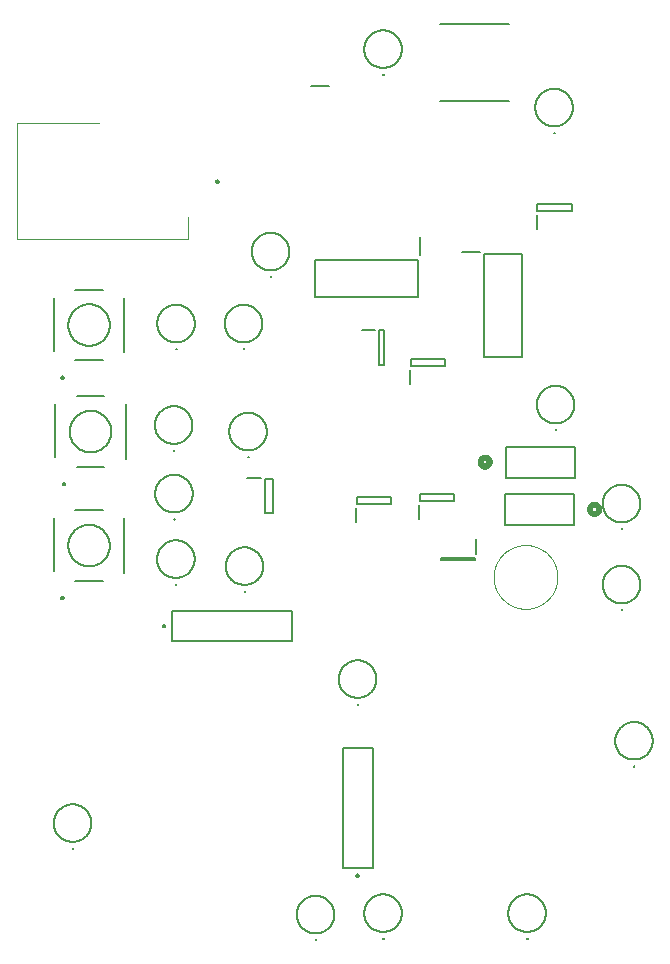
<source format=gto>
G04 EAGLE Gerber RS-274X export*
G75*
%MOMM*%
%FSLAX34Y34*%
%LPD*%
%INTop Silkscreen*%
%IPPOS*%
%AMOC8*
5,1,8,0,0,1.08239X$1,22.5*%
G01*
%ADD10C,0.200000*%
%ADD11C,0.127000*%
%ADD12C,0.152400*%
%ADD13C,0.508000*%
%ADD14C,0.100000*%


D10*
X416510Y518326D02*
X416510Y524326D01*
X445510Y524326D01*
X445510Y518326D01*
X416510Y518326D01*
X416010Y514826D02*
X416010Y502826D01*
X315080Y477060D02*
X315080Y444960D01*
X228480Y444960D01*
X228480Y477060D01*
X315080Y477060D01*
X316630Y480560D02*
X316630Y496010D01*
X371300Y481450D02*
X403400Y481450D01*
X403400Y394850D01*
X371300Y394850D01*
X371300Y481450D01*
X367800Y483000D02*
X352350Y483000D01*
X239830Y623970D02*
X224580Y623970D01*
D11*
X333661Y676561D02*
X392779Y676561D01*
X392779Y611219D02*
X333661Y611219D01*
D10*
X276860Y-38100D02*
X251460Y-38100D01*
X251460Y63500D02*
X276860Y63500D01*
X251460Y63500D02*
X251460Y-38100D01*
X276860Y-38100D02*
X276860Y63500D01*
X263160Y-44600D02*
X263162Y-44537D01*
X263168Y-44475D01*
X263178Y-44413D01*
X263191Y-44351D01*
X263209Y-44291D01*
X263230Y-44232D01*
X263255Y-44174D01*
X263284Y-44118D01*
X263316Y-44064D01*
X263351Y-44012D01*
X263389Y-43963D01*
X263431Y-43915D01*
X263475Y-43871D01*
X263523Y-43829D01*
X263572Y-43791D01*
X263624Y-43756D01*
X263678Y-43724D01*
X263734Y-43695D01*
X263792Y-43670D01*
X263851Y-43649D01*
X263911Y-43631D01*
X263973Y-43618D01*
X264035Y-43608D01*
X264097Y-43602D01*
X264160Y-43600D01*
X264223Y-43602D01*
X264285Y-43608D01*
X264347Y-43618D01*
X264409Y-43631D01*
X264469Y-43649D01*
X264528Y-43670D01*
X264586Y-43695D01*
X264642Y-43724D01*
X264696Y-43756D01*
X264748Y-43791D01*
X264797Y-43829D01*
X264845Y-43871D01*
X264889Y-43915D01*
X264931Y-43963D01*
X264969Y-44012D01*
X265004Y-44064D01*
X265036Y-44118D01*
X265065Y-44174D01*
X265090Y-44232D01*
X265111Y-44291D01*
X265129Y-44351D01*
X265142Y-44413D01*
X265152Y-44475D01*
X265158Y-44537D01*
X265160Y-44600D01*
X265158Y-44663D01*
X265152Y-44725D01*
X265142Y-44787D01*
X265129Y-44849D01*
X265111Y-44909D01*
X265090Y-44968D01*
X265065Y-45026D01*
X265036Y-45082D01*
X265004Y-45136D01*
X264969Y-45188D01*
X264931Y-45237D01*
X264889Y-45285D01*
X264845Y-45329D01*
X264797Y-45371D01*
X264748Y-45409D01*
X264696Y-45444D01*
X264642Y-45476D01*
X264586Y-45505D01*
X264528Y-45530D01*
X264469Y-45551D01*
X264409Y-45569D01*
X264347Y-45582D01*
X264285Y-45592D01*
X264223Y-45598D01*
X264160Y-45600D01*
X264097Y-45598D01*
X264035Y-45592D01*
X263973Y-45582D01*
X263911Y-45569D01*
X263851Y-45551D01*
X263792Y-45530D01*
X263734Y-45505D01*
X263678Y-45476D01*
X263624Y-45444D01*
X263572Y-45409D01*
X263523Y-45371D01*
X263475Y-45329D01*
X263431Y-45285D01*
X263389Y-45237D01*
X263351Y-45188D01*
X263316Y-45136D01*
X263284Y-45082D01*
X263255Y-45026D01*
X263230Y-44968D01*
X263209Y-44909D01*
X263191Y-44849D01*
X263178Y-44787D01*
X263168Y-44725D01*
X263162Y-44663D01*
X263160Y-44600D01*
D12*
X388620Y278638D02*
X447040Y278638D01*
X388620Y278638D02*
X388620Y252222D01*
X447040Y252222D01*
X447040Y278638D01*
D13*
X461010Y265430D02*
X461012Y265552D01*
X461018Y265674D01*
X461028Y265796D01*
X461041Y265917D01*
X461059Y266038D01*
X461080Y266158D01*
X461106Y266278D01*
X461135Y266396D01*
X461167Y266514D01*
X461204Y266631D01*
X461244Y266746D01*
X461288Y266860D01*
X461336Y266972D01*
X461387Y267083D01*
X461442Y267192D01*
X461500Y267300D01*
X461562Y267405D01*
X461627Y267508D01*
X461695Y267610D01*
X461767Y267709D01*
X461841Y267805D01*
X461919Y267900D01*
X462000Y267991D01*
X462083Y268081D01*
X462169Y268167D01*
X462259Y268250D01*
X462350Y268331D01*
X462445Y268409D01*
X462541Y268483D01*
X462640Y268555D01*
X462742Y268623D01*
X462845Y268688D01*
X462950Y268750D01*
X463058Y268808D01*
X463167Y268863D01*
X463278Y268914D01*
X463390Y268962D01*
X463504Y269006D01*
X463619Y269046D01*
X463736Y269083D01*
X463854Y269115D01*
X463972Y269144D01*
X464092Y269170D01*
X464212Y269191D01*
X464333Y269209D01*
X464454Y269222D01*
X464576Y269232D01*
X464698Y269238D01*
X464820Y269240D01*
X464942Y269238D01*
X465064Y269232D01*
X465186Y269222D01*
X465307Y269209D01*
X465428Y269191D01*
X465548Y269170D01*
X465668Y269144D01*
X465786Y269115D01*
X465904Y269083D01*
X466021Y269046D01*
X466136Y269006D01*
X466250Y268962D01*
X466362Y268914D01*
X466473Y268863D01*
X466582Y268808D01*
X466690Y268750D01*
X466795Y268688D01*
X466898Y268623D01*
X467000Y268555D01*
X467099Y268483D01*
X467195Y268409D01*
X467290Y268331D01*
X467381Y268250D01*
X467471Y268167D01*
X467557Y268081D01*
X467640Y267991D01*
X467721Y267900D01*
X467799Y267805D01*
X467873Y267709D01*
X467945Y267610D01*
X468013Y267508D01*
X468078Y267405D01*
X468140Y267300D01*
X468198Y267192D01*
X468253Y267083D01*
X468304Y266972D01*
X468352Y266860D01*
X468396Y266746D01*
X468436Y266631D01*
X468473Y266514D01*
X468505Y266396D01*
X468534Y266278D01*
X468560Y266158D01*
X468581Y266038D01*
X468599Y265917D01*
X468612Y265796D01*
X468622Y265674D01*
X468628Y265552D01*
X468630Y265430D01*
X468628Y265308D01*
X468622Y265186D01*
X468612Y265064D01*
X468599Y264943D01*
X468581Y264822D01*
X468560Y264702D01*
X468534Y264582D01*
X468505Y264464D01*
X468473Y264346D01*
X468436Y264229D01*
X468396Y264114D01*
X468352Y264000D01*
X468304Y263888D01*
X468253Y263777D01*
X468198Y263668D01*
X468140Y263560D01*
X468078Y263455D01*
X468013Y263352D01*
X467945Y263250D01*
X467873Y263151D01*
X467799Y263055D01*
X467721Y262960D01*
X467640Y262869D01*
X467557Y262779D01*
X467471Y262693D01*
X467381Y262610D01*
X467290Y262529D01*
X467195Y262451D01*
X467099Y262377D01*
X467000Y262305D01*
X466898Y262237D01*
X466795Y262172D01*
X466690Y262110D01*
X466582Y262052D01*
X466473Y261997D01*
X466362Y261946D01*
X466250Y261898D01*
X466136Y261854D01*
X466021Y261814D01*
X465904Y261777D01*
X465786Y261745D01*
X465668Y261716D01*
X465548Y261690D01*
X465428Y261669D01*
X465307Y261651D01*
X465186Y261638D01*
X465064Y261628D01*
X464942Y261622D01*
X464820Y261620D01*
X464698Y261622D01*
X464576Y261628D01*
X464454Y261638D01*
X464333Y261651D01*
X464212Y261669D01*
X464092Y261690D01*
X463972Y261716D01*
X463854Y261745D01*
X463736Y261777D01*
X463619Y261814D01*
X463504Y261854D01*
X463390Y261898D01*
X463278Y261946D01*
X463167Y261997D01*
X463058Y262052D01*
X462950Y262110D01*
X462845Y262172D01*
X462742Y262237D01*
X462640Y262305D01*
X462541Y262377D01*
X462445Y262451D01*
X462350Y262529D01*
X462259Y262610D01*
X462169Y262693D01*
X462083Y262779D01*
X462000Y262869D01*
X461919Y262960D01*
X461841Y263055D01*
X461767Y263151D01*
X461695Y263250D01*
X461627Y263352D01*
X461562Y263455D01*
X461500Y263560D01*
X461442Y263668D01*
X461387Y263777D01*
X461336Y263888D01*
X461288Y264000D01*
X461244Y264114D01*
X461204Y264229D01*
X461167Y264346D01*
X461135Y264464D01*
X461106Y264582D01*
X461080Y264702D01*
X461059Y264822D01*
X461041Y264943D01*
X461028Y265064D01*
X461018Y265186D01*
X461012Y265308D01*
X461010Y265430D01*
D10*
X309350Y386890D02*
X309350Y392890D01*
X338350Y392890D01*
X338350Y386890D01*
X309350Y386890D01*
X308850Y383390D02*
X308850Y371390D01*
X192230Y291360D02*
X186230Y291360D01*
X192230Y291360D02*
X192230Y262360D01*
X186230Y262360D01*
X186230Y291360D01*
X182730Y291860D02*
X170730Y291860D01*
X263630Y276050D02*
X263630Y270050D01*
X263630Y276050D02*
X292630Y276050D01*
X292630Y270050D01*
X263630Y270050D01*
X263130Y266550D02*
X263130Y254550D01*
D12*
X390007Y292309D02*
X448427Y292309D01*
X448427Y318725D01*
X390007Y318725D01*
X390007Y292309D01*
D13*
X376037Y305517D02*
X376035Y305395D01*
X376029Y305273D01*
X376019Y305151D01*
X376006Y305030D01*
X375988Y304909D01*
X375967Y304789D01*
X375941Y304669D01*
X375912Y304551D01*
X375880Y304433D01*
X375843Y304316D01*
X375803Y304201D01*
X375759Y304087D01*
X375711Y303975D01*
X375660Y303864D01*
X375605Y303755D01*
X375547Y303647D01*
X375485Y303542D01*
X375420Y303439D01*
X375352Y303337D01*
X375280Y303238D01*
X375206Y303142D01*
X375128Y303047D01*
X375047Y302956D01*
X374964Y302866D01*
X374878Y302780D01*
X374788Y302697D01*
X374697Y302616D01*
X374602Y302538D01*
X374506Y302464D01*
X374407Y302392D01*
X374305Y302324D01*
X374202Y302259D01*
X374097Y302197D01*
X373989Y302139D01*
X373880Y302084D01*
X373769Y302033D01*
X373657Y301985D01*
X373543Y301941D01*
X373428Y301901D01*
X373311Y301864D01*
X373193Y301832D01*
X373075Y301803D01*
X372955Y301777D01*
X372835Y301756D01*
X372714Y301738D01*
X372593Y301725D01*
X372471Y301715D01*
X372349Y301709D01*
X372227Y301707D01*
X372105Y301709D01*
X371983Y301715D01*
X371861Y301725D01*
X371740Y301738D01*
X371619Y301756D01*
X371499Y301777D01*
X371379Y301803D01*
X371261Y301832D01*
X371143Y301864D01*
X371026Y301901D01*
X370911Y301941D01*
X370797Y301985D01*
X370685Y302033D01*
X370574Y302084D01*
X370465Y302139D01*
X370357Y302197D01*
X370252Y302259D01*
X370149Y302324D01*
X370047Y302392D01*
X369948Y302464D01*
X369852Y302538D01*
X369757Y302616D01*
X369666Y302697D01*
X369576Y302780D01*
X369490Y302866D01*
X369407Y302956D01*
X369326Y303047D01*
X369248Y303142D01*
X369174Y303238D01*
X369102Y303337D01*
X369034Y303439D01*
X368969Y303542D01*
X368907Y303647D01*
X368849Y303755D01*
X368794Y303864D01*
X368743Y303975D01*
X368695Y304087D01*
X368651Y304201D01*
X368611Y304316D01*
X368574Y304433D01*
X368542Y304551D01*
X368513Y304669D01*
X368487Y304789D01*
X368466Y304909D01*
X368448Y305030D01*
X368435Y305151D01*
X368425Y305273D01*
X368419Y305395D01*
X368417Y305517D01*
X368419Y305639D01*
X368425Y305761D01*
X368435Y305883D01*
X368448Y306004D01*
X368466Y306125D01*
X368487Y306245D01*
X368513Y306365D01*
X368542Y306483D01*
X368574Y306601D01*
X368611Y306718D01*
X368651Y306833D01*
X368695Y306947D01*
X368743Y307059D01*
X368794Y307170D01*
X368849Y307279D01*
X368907Y307387D01*
X368969Y307492D01*
X369034Y307595D01*
X369102Y307697D01*
X369174Y307796D01*
X369248Y307892D01*
X369326Y307987D01*
X369407Y308078D01*
X369490Y308168D01*
X369576Y308254D01*
X369666Y308337D01*
X369757Y308418D01*
X369852Y308496D01*
X369948Y308570D01*
X370047Y308642D01*
X370149Y308710D01*
X370252Y308775D01*
X370357Y308837D01*
X370465Y308895D01*
X370574Y308950D01*
X370685Y309001D01*
X370797Y309049D01*
X370911Y309093D01*
X371026Y309133D01*
X371143Y309170D01*
X371261Y309202D01*
X371379Y309231D01*
X371499Y309257D01*
X371619Y309278D01*
X371740Y309296D01*
X371861Y309309D01*
X371983Y309319D01*
X372105Y309325D01*
X372227Y309327D01*
X372349Y309325D01*
X372471Y309319D01*
X372593Y309309D01*
X372714Y309296D01*
X372835Y309278D01*
X372955Y309257D01*
X373075Y309231D01*
X373193Y309202D01*
X373311Y309170D01*
X373428Y309133D01*
X373543Y309093D01*
X373657Y309049D01*
X373769Y309001D01*
X373880Y308950D01*
X373989Y308895D01*
X374097Y308837D01*
X374202Y308775D01*
X374305Y308710D01*
X374407Y308642D01*
X374506Y308570D01*
X374602Y308496D01*
X374697Y308418D01*
X374788Y308337D01*
X374878Y308254D01*
X374964Y308168D01*
X375047Y308078D01*
X375128Y307987D01*
X375206Y307892D01*
X375280Y307796D01*
X375352Y307697D01*
X375420Y307595D01*
X375485Y307492D01*
X375547Y307387D01*
X375605Y307279D01*
X375660Y307170D01*
X375711Y307059D01*
X375759Y306947D01*
X375803Y306833D01*
X375843Y306718D01*
X375880Y306601D01*
X375912Y306483D01*
X375941Y306365D01*
X375967Y306245D01*
X375988Y306125D01*
X376006Y306004D01*
X376019Y305883D01*
X376029Y305761D01*
X376035Y305639D01*
X376037Y305517D01*
D10*
X286730Y417090D02*
X282230Y417090D01*
X286730Y417090D02*
X286730Y388090D01*
X282230Y388090D01*
X282230Y417090D01*
X278730Y417590D02*
X268230Y417590D01*
D11*
X6880Y257950D02*
X6880Y212950D01*
X25330Y264950D02*
X48330Y264950D01*
X66780Y257950D02*
X66780Y211950D01*
X48330Y205000D02*
X25330Y205000D01*
X19280Y234950D02*
X19285Y235381D01*
X19301Y235811D01*
X19328Y236241D01*
X19365Y236670D01*
X19412Y237098D01*
X19470Y237525D01*
X19538Y237950D01*
X19617Y238374D01*
X19706Y238795D01*
X19806Y239214D01*
X19916Y239631D01*
X20036Y240044D01*
X20166Y240455D01*
X20306Y240862D01*
X20456Y241266D01*
X20616Y241666D01*
X20786Y242062D01*
X20965Y242454D01*
X21154Y242841D01*
X21352Y243223D01*
X21560Y243600D01*
X21777Y243973D01*
X22003Y244339D01*
X22238Y244700D01*
X22481Y245055D01*
X22734Y245405D01*
X22995Y245747D01*
X23264Y246084D01*
X23541Y246413D01*
X23826Y246736D01*
X24119Y247051D01*
X24420Y247360D01*
X24729Y247661D01*
X25044Y247954D01*
X25367Y248239D01*
X25696Y248516D01*
X26033Y248785D01*
X26375Y249046D01*
X26725Y249299D01*
X27080Y249542D01*
X27441Y249777D01*
X27807Y250003D01*
X28180Y250220D01*
X28557Y250428D01*
X28939Y250626D01*
X29326Y250815D01*
X29718Y250994D01*
X30114Y251164D01*
X30514Y251324D01*
X30918Y251474D01*
X31325Y251614D01*
X31736Y251744D01*
X32149Y251864D01*
X32566Y251974D01*
X32985Y252074D01*
X33406Y252163D01*
X33830Y252242D01*
X34255Y252310D01*
X34682Y252368D01*
X35110Y252415D01*
X35539Y252452D01*
X35969Y252479D01*
X36399Y252495D01*
X36830Y252500D01*
X37261Y252495D01*
X37691Y252479D01*
X38121Y252452D01*
X38550Y252415D01*
X38978Y252368D01*
X39405Y252310D01*
X39830Y252242D01*
X40254Y252163D01*
X40675Y252074D01*
X41094Y251974D01*
X41511Y251864D01*
X41924Y251744D01*
X42335Y251614D01*
X42742Y251474D01*
X43146Y251324D01*
X43546Y251164D01*
X43942Y250994D01*
X44334Y250815D01*
X44721Y250626D01*
X45103Y250428D01*
X45480Y250220D01*
X45853Y250003D01*
X46219Y249777D01*
X46580Y249542D01*
X46935Y249299D01*
X47285Y249046D01*
X47627Y248785D01*
X47964Y248516D01*
X48293Y248239D01*
X48616Y247954D01*
X48931Y247661D01*
X49240Y247360D01*
X49541Y247051D01*
X49834Y246736D01*
X50119Y246413D01*
X50396Y246084D01*
X50665Y245747D01*
X50926Y245405D01*
X51179Y245055D01*
X51422Y244700D01*
X51657Y244339D01*
X51883Y243973D01*
X52100Y243600D01*
X52308Y243223D01*
X52506Y242841D01*
X52695Y242454D01*
X52874Y242062D01*
X53044Y241666D01*
X53204Y241266D01*
X53354Y240862D01*
X53494Y240455D01*
X53624Y240044D01*
X53744Y239631D01*
X53854Y239214D01*
X53954Y238795D01*
X54043Y238374D01*
X54122Y237950D01*
X54190Y237525D01*
X54248Y237098D01*
X54295Y236670D01*
X54332Y236241D01*
X54359Y235811D01*
X54375Y235381D01*
X54380Y234950D01*
X54375Y234519D01*
X54359Y234089D01*
X54332Y233659D01*
X54295Y233230D01*
X54248Y232802D01*
X54190Y232375D01*
X54122Y231950D01*
X54043Y231526D01*
X53954Y231105D01*
X53854Y230686D01*
X53744Y230269D01*
X53624Y229856D01*
X53494Y229445D01*
X53354Y229038D01*
X53204Y228634D01*
X53044Y228234D01*
X52874Y227838D01*
X52695Y227446D01*
X52506Y227059D01*
X52308Y226677D01*
X52100Y226300D01*
X51883Y225927D01*
X51657Y225561D01*
X51422Y225200D01*
X51179Y224845D01*
X50926Y224495D01*
X50665Y224153D01*
X50396Y223816D01*
X50119Y223487D01*
X49834Y223164D01*
X49541Y222849D01*
X49240Y222540D01*
X48931Y222239D01*
X48616Y221946D01*
X48293Y221661D01*
X47964Y221384D01*
X47627Y221115D01*
X47285Y220854D01*
X46935Y220601D01*
X46580Y220358D01*
X46219Y220123D01*
X45853Y219897D01*
X45480Y219680D01*
X45103Y219472D01*
X44721Y219274D01*
X44334Y219085D01*
X43942Y218906D01*
X43546Y218736D01*
X43146Y218576D01*
X42742Y218426D01*
X42335Y218286D01*
X41924Y218156D01*
X41511Y218036D01*
X41094Y217926D01*
X40675Y217826D01*
X40254Y217737D01*
X39830Y217658D01*
X39405Y217590D01*
X38978Y217532D01*
X38550Y217485D01*
X38121Y217448D01*
X37691Y217421D01*
X37261Y217405D01*
X36830Y217400D01*
X36399Y217405D01*
X35969Y217421D01*
X35539Y217448D01*
X35110Y217485D01*
X34682Y217532D01*
X34255Y217590D01*
X33830Y217658D01*
X33406Y217737D01*
X32985Y217826D01*
X32566Y217926D01*
X32149Y218036D01*
X31736Y218156D01*
X31325Y218286D01*
X30918Y218426D01*
X30514Y218576D01*
X30114Y218736D01*
X29718Y218906D01*
X29326Y219085D01*
X28939Y219274D01*
X28557Y219472D01*
X28180Y219680D01*
X27807Y219897D01*
X27441Y220123D01*
X27080Y220358D01*
X26725Y220601D01*
X26375Y220854D01*
X26033Y221115D01*
X25696Y221384D01*
X25367Y221661D01*
X25044Y221946D01*
X24729Y222239D01*
X24420Y222540D01*
X24119Y222849D01*
X23826Y223164D01*
X23541Y223487D01*
X23264Y223816D01*
X22995Y224153D01*
X22734Y224495D01*
X22481Y224845D01*
X22238Y225200D01*
X22003Y225561D01*
X21777Y225927D01*
X21560Y226300D01*
X21352Y226677D01*
X21154Y227059D01*
X20965Y227446D01*
X20786Y227838D01*
X20616Y228234D01*
X20456Y228634D01*
X20306Y229038D01*
X20166Y229445D01*
X20036Y229856D01*
X19916Y230269D01*
X19806Y230686D01*
X19706Y231105D01*
X19617Y231526D01*
X19538Y231950D01*
X19470Y232375D01*
X19412Y232802D01*
X19365Y233230D01*
X19328Y233659D01*
X19301Y234089D01*
X19285Y234519D01*
X19280Y234950D01*
D10*
X13330Y190500D02*
X13332Y190563D01*
X13338Y190625D01*
X13348Y190687D01*
X13361Y190749D01*
X13379Y190809D01*
X13400Y190868D01*
X13425Y190926D01*
X13454Y190982D01*
X13486Y191036D01*
X13521Y191088D01*
X13559Y191137D01*
X13601Y191185D01*
X13645Y191229D01*
X13693Y191271D01*
X13742Y191309D01*
X13794Y191344D01*
X13848Y191376D01*
X13904Y191405D01*
X13962Y191430D01*
X14021Y191451D01*
X14081Y191469D01*
X14143Y191482D01*
X14205Y191492D01*
X14267Y191498D01*
X14330Y191500D01*
X14393Y191498D01*
X14455Y191492D01*
X14517Y191482D01*
X14579Y191469D01*
X14639Y191451D01*
X14698Y191430D01*
X14756Y191405D01*
X14812Y191376D01*
X14866Y191344D01*
X14918Y191309D01*
X14967Y191271D01*
X15015Y191229D01*
X15059Y191185D01*
X15101Y191137D01*
X15139Y191088D01*
X15174Y191036D01*
X15206Y190982D01*
X15235Y190926D01*
X15260Y190868D01*
X15281Y190809D01*
X15299Y190749D01*
X15312Y190687D01*
X15322Y190625D01*
X15328Y190563D01*
X15330Y190500D01*
X15328Y190437D01*
X15322Y190375D01*
X15312Y190313D01*
X15299Y190251D01*
X15281Y190191D01*
X15260Y190132D01*
X15235Y190074D01*
X15206Y190018D01*
X15174Y189964D01*
X15139Y189912D01*
X15101Y189863D01*
X15059Y189815D01*
X15015Y189771D01*
X14967Y189729D01*
X14918Y189691D01*
X14866Y189656D01*
X14812Y189624D01*
X14756Y189595D01*
X14698Y189570D01*
X14639Y189549D01*
X14579Y189531D01*
X14517Y189518D01*
X14455Y189508D01*
X14393Y189502D01*
X14330Y189500D01*
X14267Y189502D01*
X14205Y189508D01*
X14143Y189518D01*
X14081Y189531D01*
X14021Y189549D01*
X13962Y189570D01*
X13904Y189595D01*
X13848Y189624D01*
X13794Y189656D01*
X13742Y189691D01*
X13693Y189729D01*
X13645Y189771D01*
X13601Y189815D01*
X13559Y189863D01*
X13521Y189912D01*
X13486Y189964D01*
X13454Y190018D01*
X13425Y190074D01*
X13400Y190132D01*
X13379Y190191D01*
X13361Y190251D01*
X13348Y190313D01*
X13338Y190375D01*
X13332Y190437D01*
X13330Y190500D01*
D11*
X8150Y309470D02*
X8150Y354470D01*
X26600Y361470D02*
X49600Y361470D01*
X68050Y354470D02*
X68050Y308470D01*
X49600Y301520D02*
X26600Y301520D01*
X20550Y331470D02*
X20555Y331901D01*
X20571Y332331D01*
X20598Y332761D01*
X20635Y333190D01*
X20682Y333618D01*
X20740Y334045D01*
X20808Y334470D01*
X20887Y334894D01*
X20976Y335315D01*
X21076Y335734D01*
X21186Y336151D01*
X21306Y336564D01*
X21436Y336975D01*
X21576Y337382D01*
X21726Y337786D01*
X21886Y338186D01*
X22056Y338582D01*
X22235Y338974D01*
X22424Y339361D01*
X22622Y339743D01*
X22830Y340120D01*
X23047Y340493D01*
X23273Y340859D01*
X23508Y341220D01*
X23751Y341575D01*
X24004Y341925D01*
X24265Y342267D01*
X24534Y342604D01*
X24811Y342933D01*
X25096Y343256D01*
X25389Y343571D01*
X25690Y343880D01*
X25999Y344181D01*
X26314Y344474D01*
X26637Y344759D01*
X26966Y345036D01*
X27303Y345305D01*
X27645Y345566D01*
X27995Y345819D01*
X28350Y346062D01*
X28711Y346297D01*
X29077Y346523D01*
X29450Y346740D01*
X29827Y346948D01*
X30209Y347146D01*
X30596Y347335D01*
X30988Y347514D01*
X31384Y347684D01*
X31784Y347844D01*
X32188Y347994D01*
X32595Y348134D01*
X33006Y348264D01*
X33419Y348384D01*
X33836Y348494D01*
X34255Y348594D01*
X34676Y348683D01*
X35100Y348762D01*
X35525Y348830D01*
X35952Y348888D01*
X36380Y348935D01*
X36809Y348972D01*
X37239Y348999D01*
X37669Y349015D01*
X38100Y349020D01*
X38531Y349015D01*
X38961Y348999D01*
X39391Y348972D01*
X39820Y348935D01*
X40248Y348888D01*
X40675Y348830D01*
X41100Y348762D01*
X41524Y348683D01*
X41945Y348594D01*
X42364Y348494D01*
X42781Y348384D01*
X43194Y348264D01*
X43605Y348134D01*
X44012Y347994D01*
X44416Y347844D01*
X44816Y347684D01*
X45212Y347514D01*
X45604Y347335D01*
X45991Y347146D01*
X46373Y346948D01*
X46750Y346740D01*
X47123Y346523D01*
X47489Y346297D01*
X47850Y346062D01*
X48205Y345819D01*
X48555Y345566D01*
X48897Y345305D01*
X49234Y345036D01*
X49563Y344759D01*
X49886Y344474D01*
X50201Y344181D01*
X50510Y343880D01*
X50811Y343571D01*
X51104Y343256D01*
X51389Y342933D01*
X51666Y342604D01*
X51935Y342267D01*
X52196Y341925D01*
X52449Y341575D01*
X52692Y341220D01*
X52927Y340859D01*
X53153Y340493D01*
X53370Y340120D01*
X53578Y339743D01*
X53776Y339361D01*
X53965Y338974D01*
X54144Y338582D01*
X54314Y338186D01*
X54474Y337786D01*
X54624Y337382D01*
X54764Y336975D01*
X54894Y336564D01*
X55014Y336151D01*
X55124Y335734D01*
X55224Y335315D01*
X55313Y334894D01*
X55392Y334470D01*
X55460Y334045D01*
X55518Y333618D01*
X55565Y333190D01*
X55602Y332761D01*
X55629Y332331D01*
X55645Y331901D01*
X55650Y331470D01*
X55645Y331039D01*
X55629Y330609D01*
X55602Y330179D01*
X55565Y329750D01*
X55518Y329322D01*
X55460Y328895D01*
X55392Y328470D01*
X55313Y328046D01*
X55224Y327625D01*
X55124Y327206D01*
X55014Y326789D01*
X54894Y326376D01*
X54764Y325965D01*
X54624Y325558D01*
X54474Y325154D01*
X54314Y324754D01*
X54144Y324358D01*
X53965Y323966D01*
X53776Y323579D01*
X53578Y323197D01*
X53370Y322820D01*
X53153Y322447D01*
X52927Y322081D01*
X52692Y321720D01*
X52449Y321365D01*
X52196Y321015D01*
X51935Y320673D01*
X51666Y320336D01*
X51389Y320007D01*
X51104Y319684D01*
X50811Y319369D01*
X50510Y319060D01*
X50201Y318759D01*
X49886Y318466D01*
X49563Y318181D01*
X49234Y317904D01*
X48897Y317635D01*
X48555Y317374D01*
X48205Y317121D01*
X47850Y316878D01*
X47489Y316643D01*
X47123Y316417D01*
X46750Y316200D01*
X46373Y315992D01*
X45991Y315794D01*
X45604Y315605D01*
X45212Y315426D01*
X44816Y315256D01*
X44416Y315096D01*
X44012Y314946D01*
X43605Y314806D01*
X43194Y314676D01*
X42781Y314556D01*
X42364Y314446D01*
X41945Y314346D01*
X41524Y314257D01*
X41100Y314178D01*
X40675Y314110D01*
X40248Y314052D01*
X39820Y314005D01*
X39391Y313968D01*
X38961Y313941D01*
X38531Y313925D01*
X38100Y313920D01*
X37669Y313925D01*
X37239Y313941D01*
X36809Y313968D01*
X36380Y314005D01*
X35952Y314052D01*
X35525Y314110D01*
X35100Y314178D01*
X34676Y314257D01*
X34255Y314346D01*
X33836Y314446D01*
X33419Y314556D01*
X33006Y314676D01*
X32595Y314806D01*
X32188Y314946D01*
X31784Y315096D01*
X31384Y315256D01*
X30988Y315426D01*
X30596Y315605D01*
X30209Y315794D01*
X29827Y315992D01*
X29450Y316200D01*
X29077Y316417D01*
X28711Y316643D01*
X28350Y316878D01*
X27995Y317121D01*
X27645Y317374D01*
X27303Y317635D01*
X26966Y317904D01*
X26637Y318181D01*
X26314Y318466D01*
X25999Y318759D01*
X25690Y319060D01*
X25389Y319369D01*
X25096Y319684D01*
X24811Y320007D01*
X24534Y320336D01*
X24265Y320673D01*
X24004Y321015D01*
X23751Y321365D01*
X23508Y321720D01*
X23273Y322081D01*
X23047Y322447D01*
X22830Y322820D01*
X22622Y323197D01*
X22424Y323579D01*
X22235Y323966D01*
X22056Y324358D01*
X21886Y324754D01*
X21726Y325154D01*
X21576Y325558D01*
X21436Y325965D01*
X21306Y326376D01*
X21186Y326789D01*
X21076Y327206D01*
X20976Y327625D01*
X20887Y328046D01*
X20808Y328470D01*
X20740Y328895D01*
X20682Y329322D01*
X20635Y329750D01*
X20598Y330179D01*
X20571Y330609D01*
X20555Y331039D01*
X20550Y331470D01*
D10*
X14600Y287020D02*
X14602Y287083D01*
X14608Y287145D01*
X14618Y287207D01*
X14631Y287269D01*
X14649Y287329D01*
X14670Y287388D01*
X14695Y287446D01*
X14724Y287502D01*
X14756Y287556D01*
X14791Y287608D01*
X14829Y287657D01*
X14871Y287705D01*
X14915Y287749D01*
X14963Y287791D01*
X15012Y287829D01*
X15064Y287864D01*
X15118Y287896D01*
X15174Y287925D01*
X15232Y287950D01*
X15291Y287971D01*
X15351Y287989D01*
X15413Y288002D01*
X15475Y288012D01*
X15537Y288018D01*
X15600Y288020D01*
X15663Y288018D01*
X15725Y288012D01*
X15787Y288002D01*
X15849Y287989D01*
X15909Y287971D01*
X15968Y287950D01*
X16026Y287925D01*
X16082Y287896D01*
X16136Y287864D01*
X16188Y287829D01*
X16237Y287791D01*
X16285Y287749D01*
X16329Y287705D01*
X16371Y287657D01*
X16409Y287608D01*
X16444Y287556D01*
X16476Y287502D01*
X16505Y287446D01*
X16530Y287388D01*
X16551Y287329D01*
X16569Y287269D01*
X16582Y287207D01*
X16592Y287145D01*
X16598Y287083D01*
X16600Y287020D01*
X16598Y286957D01*
X16592Y286895D01*
X16582Y286833D01*
X16569Y286771D01*
X16551Y286711D01*
X16530Y286652D01*
X16505Y286594D01*
X16476Y286538D01*
X16444Y286484D01*
X16409Y286432D01*
X16371Y286383D01*
X16329Y286335D01*
X16285Y286291D01*
X16237Y286249D01*
X16188Y286211D01*
X16136Y286176D01*
X16082Y286144D01*
X16026Y286115D01*
X15968Y286090D01*
X15909Y286069D01*
X15849Y286051D01*
X15787Y286038D01*
X15725Y286028D01*
X15663Y286022D01*
X15600Y286020D01*
X15537Y286022D01*
X15475Y286028D01*
X15413Y286038D01*
X15351Y286051D01*
X15291Y286069D01*
X15232Y286090D01*
X15174Y286115D01*
X15118Y286144D01*
X15064Y286176D01*
X15012Y286211D01*
X14963Y286249D01*
X14915Y286291D01*
X14871Y286335D01*
X14829Y286383D01*
X14791Y286432D01*
X14756Y286484D01*
X14724Y286538D01*
X14695Y286594D01*
X14670Y286652D01*
X14649Y286711D01*
X14631Y286771D01*
X14618Y286833D01*
X14608Y286895D01*
X14602Y286957D01*
X14600Y287020D01*
D11*
X6880Y399640D02*
X6880Y444640D01*
X25330Y451640D02*
X48330Y451640D01*
X66780Y444640D02*
X66780Y398640D01*
X48330Y391690D02*
X25330Y391690D01*
X19280Y421640D02*
X19285Y422071D01*
X19301Y422501D01*
X19328Y422931D01*
X19365Y423360D01*
X19412Y423788D01*
X19470Y424215D01*
X19538Y424640D01*
X19617Y425064D01*
X19706Y425485D01*
X19806Y425904D01*
X19916Y426321D01*
X20036Y426734D01*
X20166Y427145D01*
X20306Y427552D01*
X20456Y427956D01*
X20616Y428356D01*
X20786Y428752D01*
X20965Y429144D01*
X21154Y429531D01*
X21352Y429913D01*
X21560Y430290D01*
X21777Y430663D01*
X22003Y431029D01*
X22238Y431390D01*
X22481Y431745D01*
X22734Y432095D01*
X22995Y432437D01*
X23264Y432774D01*
X23541Y433103D01*
X23826Y433426D01*
X24119Y433741D01*
X24420Y434050D01*
X24729Y434351D01*
X25044Y434644D01*
X25367Y434929D01*
X25696Y435206D01*
X26033Y435475D01*
X26375Y435736D01*
X26725Y435989D01*
X27080Y436232D01*
X27441Y436467D01*
X27807Y436693D01*
X28180Y436910D01*
X28557Y437118D01*
X28939Y437316D01*
X29326Y437505D01*
X29718Y437684D01*
X30114Y437854D01*
X30514Y438014D01*
X30918Y438164D01*
X31325Y438304D01*
X31736Y438434D01*
X32149Y438554D01*
X32566Y438664D01*
X32985Y438764D01*
X33406Y438853D01*
X33830Y438932D01*
X34255Y439000D01*
X34682Y439058D01*
X35110Y439105D01*
X35539Y439142D01*
X35969Y439169D01*
X36399Y439185D01*
X36830Y439190D01*
X37261Y439185D01*
X37691Y439169D01*
X38121Y439142D01*
X38550Y439105D01*
X38978Y439058D01*
X39405Y439000D01*
X39830Y438932D01*
X40254Y438853D01*
X40675Y438764D01*
X41094Y438664D01*
X41511Y438554D01*
X41924Y438434D01*
X42335Y438304D01*
X42742Y438164D01*
X43146Y438014D01*
X43546Y437854D01*
X43942Y437684D01*
X44334Y437505D01*
X44721Y437316D01*
X45103Y437118D01*
X45480Y436910D01*
X45853Y436693D01*
X46219Y436467D01*
X46580Y436232D01*
X46935Y435989D01*
X47285Y435736D01*
X47627Y435475D01*
X47964Y435206D01*
X48293Y434929D01*
X48616Y434644D01*
X48931Y434351D01*
X49240Y434050D01*
X49541Y433741D01*
X49834Y433426D01*
X50119Y433103D01*
X50396Y432774D01*
X50665Y432437D01*
X50926Y432095D01*
X51179Y431745D01*
X51422Y431390D01*
X51657Y431029D01*
X51883Y430663D01*
X52100Y430290D01*
X52308Y429913D01*
X52506Y429531D01*
X52695Y429144D01*
X52874Y428752D01*
X53044Y428356D01*
X53204Y427956D01*
X53354Y427552D01*
X53494Y427145D01*
X53624Y426734D01*
X53744Y426321D01*
X53854Y425904D01*
X53954Y425485D01*
X54043Y425064D01*
X54122Y424640D01*
X54190Y424215D01*
X54248Y423788D01*
X54295Y423360D01*
X54332Y422931D01*
X54359Y422501D01*
X54375Y422071D01*
X54380Y421640D01*
X54375Y421209D01*
X54359Y420779D01*
X54332Y420349D01*
X54295Y419920D01*
X54248Y419492D01*
X54190Y419065D01*
X54122Y418640D01*
X54043Y418216D01*
X53954Y417795D01*
X53854Y417376D01*
X53744Y416959D01*
X53624Y416546D01*
X53494Y416135D01*
X53354Y415728D01*
X53204Y415324D01*
X53044Y414924D01*
X52874Y414528D01*
X52695Y414136D01*
X52506Y413749D01*
X52308Y413367D01*
X52100Y412990D01*
X51883Y412617D01*
X51657Y412251D01*
X51422Y411890D01*
X51179Y411535D01*
X50926Y411185D01*
X50665Y410843D01*
X50396Y410506D01*
X50119Y410177D01*
X49834Y409854D01*
X49541Y409539D01*
X49240Y409230D01*
X48931Y408929D01*
X48616Y408636D01*
X48293Y408351D01*
X47964Y408074D01*
X47627Y407805D01*
X47285Y407544D01*
X46935Y407291D01*
X46580Y407048D01*
X46219Y406813D01*
X45853Y406587D01*
X45480Y406370D01*
X45103Y406162D01*
X44721Y405964D01*
X44334Y405775D01*
X43942Y405596D01*
X43546Y405426D01*
X43146Y405266D01*
X42742Y405116D01*
X42335Y404976D01*
X41924Y404846D01*
X41511Y404726D01*
X41094Y404616D01*
X40675Y404516D01*
X40254Y404427D01*
X39830Y404348D01*
X39405Y404280D01*
X38978Y404222D01*
X38550Y404175D01*
X38121Y404138D01*
X37691Y404111D01*
X37261Y404095D01*
X36830Y404090D01*
X36399Y404095D01*
X35969Y404111D01*
X35539Y404138D01*
X35110Y404175D01*
X34682Y404222D01*
X34255Y404280D01*
X33830Y404348D01*
X33406Y404427D01*
X32985Y404516D01*
X32566Y404616D01*
X32149Y404726D01*
X31736Y404846D01*
X31325Y404976D01*
X30918Y405116D01*
X30514Y405266D01*
X30114Y405426D01*
X29718Y405596D01*
X29326Y405775D01*
X28939Y405964D01*
X28557Y406162D01*
X28180Y406370D01*
X27807Y406587D01*
X27441Y406813D01*
X27080Y407048D01*
X26725Y407291D01*
X26375Y407544D01*
X26033Y407805D01*
X25696Y408074D01*
X25367Y408351D01*
X25044Y408636D01*
X24729Y408929D01*
X24420Y409230D01*
X24119Y409539D01*
X23826Y409854D01*
X23541Y410177D01*
X23264Y410506D01*
X22995Y410843D01*
X22734Y411185D01*
X22481Y411535D01*
X22238Y411890D01*
X22003Y412251D01*
X21777Y412617D01*
X21560Y412990D01*
X21352Y413367D01*
X21154Y413749D01*
X20965Y414136D01*
X20786Y414528D01*
X20616Y414924D01*
X20456Y415324D01*
X20306Y415728D01*
X20166Y416135D01*
X20036Y416546D01*
X19916Y416959D01*
X19806Y417376D01*
X19706Y417795D01*
X19617Y418216D01*
X19538Y418640D01*
X19470Y419065D01*
X19412Y419492D01*
X19365Y419920D01*
X19328Y420349D01*
X19301Y420779D01*
X19285Y421209D01*
X19280Y421640D01*
D10*
X13330Y377190D02*
X13332Y377253D01*
X13338Y377315D01*
X13348Y377377D01*
X13361Y377439D01*
X13379Y377499D01*
X13400Y377558D01*
X13425Y377616D01*
X13454Y377672D01*
X13486Y377726D01*
X13521Y377778D01*
X13559Y377827D01*
X13601Y377875D01*
X13645Y377919D01*
X13693Y377961D01*
X13742Y377999D01*
X13794Y378034D01*
X13848Y378066D01*
X13904Y378095D01*
X13962Y378120D01*
X14021Y378141D01*
X14081Y378159D01*
X14143Y378172D01*
X14205Y378182D01*
X14267Y378188D01*
X14330Y378190D01*
X14393Y378188D01*
X14455Y378182D01*
X14517Y378172D01*
X14579Y378159D01*
X14639Y378141D01*
X14698Y378120D01*
X14756Y378095D01*
X14812Y378066D01*
X14866Y378034D01*
X14918Y377999D01*
X14967Y377961D01*
X15015Y377919D01*
X15059Y377875D01*
X15101Y377827D01*
X15139Y377778D01*
X15174Y377726D01*
X15206Y377672D01*
X15235Y377616D01*
X15260Y377558D01*
X15281Y377499D01*
X15299Y377439D01*
X15312Y377377D01*
X15322Y377315D01*
X15328Y377253D01*
X15330Y377190D01*
X15328Y377127D01*
X15322Y377065D01*
X15312Y377003D01*
X15299Y376941D01*
X15281Y376881D01*
X15260Y376822D01*
X15235Y376764D01*
X15206Y376708D01*
X15174Y376654D01*
X15139Y376602D01*
X15101Y376553D01*
X15059Y376505D01*
X15015Y376461D01*
X14967Y376419D01*
X14918Y376381D01*
X14866Y376346D01*
X14812Y376314D01*
X14756Y376285D01*
X14698Y376260D01*
X14639Y376239D01*
X14579Y376221D01*
X14517Y376208D01*
X14455Y376198D01*
X14393Y376192D01*
X14330Y376190D01*
X14267Y376192D01*
X14205Y376198D01*
X14143Y376208D01*
X14081Y376221D01*
X14021Y376239D01*
X13962Y376260D01*
X13904Y376285D01*
X13848Y376314D01*
X13794Y376346D01*
X13742Y376381D01*
X13693Y376419D01*
X13645Y376461D01*
X13601Y376505D01*
X13559Y376553D01*
X13521Y376602D01*
X13486Y376654D01*
X13454Y376708D01*
X13425Y376764D01*
X13400Y376822D01*
X13379Y376881D01*
X13361Y376941D01*
X13348Y377003D01*
X13338Y377065D01*
X13332Y377127D01*
X13330Y377190D01*
X316970Y278590D02*
X316970Y272590D01*
X316970Y278590D02*
X345970Y278590D01*
X345970Y272590D01*
X316970Y272590D01*
X316470Y269090D02*
X316470Y257090D01*
D14*
X379400Y208280D02*
X379408Y207623D01*
X379432Y206965D01*
X379472Y206309D01*
X379528Y205654D01*
X379600Y205000D01*
X379688Y204349D01*
X379791Y203699D01*
X379911Y203053D01*
X380046Y202409D01*
X380197Y201769D01*
X380363Y201133D01*
X380545Y200501D01*
X380742Y199874D01*
X380954Y199252D01*
X381182Y198635D01*
X381424Y198024D01*
X381681Y197418D01*
X381953Y196820D01*
X382239Y196228D01*
X382540Y195643D01*
X382855Y195066D01*
X383183Y194496D01*
X383526Y193935D01*
X383882Y193382D01*
X384252Y192838D01*
X384634Y192304D01*
X385030Y191778D01*
X385438Y191263D01*
X385858Y190757D01*
X386291Y190262D01*
X386736Y189778D01*
X387192Y189305D01*
X387660Y188843D01*
X388139Y188392D01*
X388629Y187953D01*
X389129Y187527D01*
X389639Y187112D01*
X390160Y186710D01*
X390690Y186321D01*
X391229Y185945D01*
X391778Y185582D01*
X392335Y185233D01*
X392900Y184897D01*
X393473Y184576D01*
X394054Y184268D01*
X394643Y183974D01*
X395238Y183695D01*
X395840Y183431D01*
X396448Y183181D01*
X397063Y182946D01*
X397682Y182726D01*
X398307Y182521D01*
X398937Y182332D01*
X399571Y182158D01*
X400209Y181999D01*
X400851Y181856D01*
X401496Y181729D01*
X402144Y181618D01*
X402794Y181522D01*
X403447Y181442D01*
X404101Y181378D01*
X404757Y181330D01*
X405414Y181298D01*
X406071Y181282D01*
X406729Y181282D01*
X407386Y181298D01*
X408043Y181330D01*
X408699Y181378D01*
X409353Y181442D01*
X410006Y181522D01*
X410656Y181618D01*
X411304Y181729D01*
X411949Y181856D01*
X412591Y181999D01*
X413229Y182158D01*
X413863Y182332D01*
X414493Y182521D01*
X415118Y182726D01*
X415737Y182946D01*
X416352Y183181D01*
X416960Y183431D01*
X417562Y183695D01*
X418157Y183974D01*
X418746Y184268D01*
X419327Y184576D01*
X419900Y184897D01*
X420465Y185233D01*
X421022Y185582D01*
X421571Y185945D01*
X422110Y186321D01*
X422640Y186710D01*
X423161Y187112D01*
X423671Y187527D01*
X424171Y187953D01*
X424661Y188392D01*
X425140Y188843D01*
X425608Y189305D01*
X426064Y189778D01*
X426509Y190262D01*
X426942Y190757D01*
X427362Y191263D01*
X427770Y191778D01*
X428166Y192304D01*
X428548Y192838D01*
X428918Y193382D01*
X429274Y193935D01*
X429617Y194496D01*
X429945Y195066D01*
X430260Y195643D01*
X430561Y196228D01*
X430847Y196820D01*
X431119Y197418D01*
X431376Y198024D01*
X431618Y198635D01*
X431846Y199252D01*
X432058Y199874D01*
X432255Y200501D01*
X432437Y201133D01*
X432603Y201769D01*
X432754Y202409D01*
X432889Y203053D01*
X433009Y203699D01*
X433112Y204349D01*
X433200Y205000D01*
X433272Y205654D01*
X433328Y206309D01*
X433368Y206965D01*
X433392Y207623D01*
X433400Y208280D01*
X433392Y208937D01*
X433368Y209595D01*
X433328Y210251D01*
X433272Y210906D01*
X433200Y211560D01*
X433112Y212211D01*
X433009Y212861D01*
X432889Y213507D01*
X432754Y214151D01*
X432603Y214791D01*
X432437Y215427D01*
X432255Y216059D01*
X432058Y216686D01*
X431846Y217308D01*
X431618Y217925D01*
X431376Y218536D01*
X431119Y219142D01*
X430847Y219740D01*
X430561Y220332D01*
X430260Y220917D01*
X429945Y221494D01*
X429617Y222064D01*
X429274Y222625D01*
X428918Y223178D01*
X428548Y223722D01*
X428166Y224256D01*
X427770Y224782D01*
X427362Y225297D01*
X426942Y225803D01*
X426509Y226298D01*
X426064Y226782D01*
X425608Y227255D01*
X425140Y227717D01*
X424661Y228168D01*
X424171Y228607D01*
X423671Y229033D01*
X423161Y229448D01*
X422640Y229850D01*
X422110Y230239D01*
X421571Y230615D01*
X421022Y230978D01*
X420465Y231327D01*
X419900Y231663D01*
X419327Y231984D01*
X418746Y232292D01*
X418157Y232586D01*
X417562Y232865D01*
X416960Y233129D01*
X416352Y233379D01*
X415737Y233614D01*
X415118Y233834D01*
X414493Y234039D01*
X413863Y234228D01*
X413229Y234402D01*
X412591Y234561D01*
X411949Y234704D01*
X411304Y234831D01*
X410656Y234942D01*
X410006Y235038D01*
X409353Y235118D01*
X408699Y235182D01*
X408043Y235230D01*
X407386Y235262D01*
X406729Y235278D01*
X406071Y235278D01*
X405414Y235262D01*
X404757Y235230D01*
X404101Y235182D01*
X403447Y235118D01*
X402794Y235038D01*
X402144Y234942D01*
X401496Y234831D01*
X400851Y234704D01*
X400209Y234561D01*
X399571Y234402D01*
X398937Y234228D01*
X398307Y234039D01*
X397682Y233834D01*
X397063Y233614D01*
X396448Y233379D01*
X395840Y233129D01*
X395238Y232865D01*
X394643Y232586D01*
X394054Y232292D01*
X393473Y231984D01*
X392900Y231663D01*
X392335Y231327D01*
X391778Y230978D01*
X391229Y230615D01*
X390690Y230239D01*
X390160Y229850D01*
X389639Y229448D01*
X389129Y229033D01*
X388629Y228607D01*
X388139Y228168D01*
X387660Y227717D01*
X387192Y227255D01*
X386736Y226782D01*
X386291Y226298D01*
X385858Y225803D01*
X385438Y225297D01*
X385030Y224782D01*
X384634Y224256D01*
X384252Y223722D01*
X383882Y223178D01*
X383526Y222625D01*
X383183Y222064D01*
X382855Y221494D01*
X382540Y220917D01*
X382239Y220332D01*
X381953Y219740D01*
X381681Y219142D01*
X381424Y218536D01*
X381182Y217925D01*
X380954Y217308D01*
X380742Y216686D01*
X380545Y216059D01*
X380363Y215427D01*
X380197Y214791D01*
X380046Y214151D01*
X379911Y213507D01*
X379791Y212861D01*
X379688Y212211D01*
X379600Y211560D01*
X379528Y210906D01*
X379472Y210251D01*
X379432Y209595D01*
X379408Y208937D01*
X379400Y208280D01*
D10*
X363850Y222770D02*
X363850Y224270D01*
X363850Y222770D02*
X334650Y222770D01*
X334650Y224270D01*
X363850Y224270D01*
X364250Y227770D02*
X364250Y240270D01*
D14*
X45460Y592240D02*
X-24540Y592240D01*
X-24540Y494240D01*
X120460Y494240D01*
X120460Y513240D01*
D10*
X145460Y542240D02*
X145522Y542242D01*
X145583Y542248D01*
X145644Y542257D01*
X145704Y542270D01*
X145763Y542287D01*
X145821Y542308D01*
X145878Y542332D01*
X145933Y542359D01*
X145986Y542390D01*
X146038Y542424D01*
X146087Y542461D01*
X146134Y542501D01*
X146178Y542544D01*
X146219Y542589D01*
X146258Y542637D01*
X146294Y542688D01*
X146326Y542740D01*
X146355Y542794D01*
X146381Y542850D01*
X146403Y542908D01*
X146422Y542966D01*
X146437Y543026D01*
X146448Y543087D01*
X146456Y543148D01*
X146460Y543209D01*
X146460Y543271D01*
X146456Y543332D01*
X146448Y543393D01*
X146437Y543454D01*
X146422Y543514D01*
X146403Y543572D01*
X146381Y543630D01*
X146355Y543686D01*
X146326Y543740D01*
X146294Y543792D01*
X146258Y543843D01*
X146219Y543891D01*
X146178Y543936D01*
X146134Y543979D01*
X146087Y544019D01*
X146038Y544056D01*
X145986Y544090D01*
X145933Y544121D01*
X145878Y544148D01*
X145821Y544172D01*
X145763Y544193D01*
X145704Y544210D01*
X145644Y544223D01*
X145583Y544232D01*
X145522Y544238D01*
X145460Y544240D01*
X145398Y544238D01*
X145337Y544232D01*
X145276Y544223D01*
X145216Y544210D01*
X145157Y544193D01*
X145099Y544172D01*
X145042Y544148D01*
X144987Y544121D01*
X144934Y544090D01*
X144882Y544056D01*
X144833Y544019D01*
X144786Y543979D01*
X144742Y543936D01*
X144701Y543891D01*
X144662Y543843D01*
X144626Y543792D01*
X144594Y543740D01*
X144565Y543686D01*
X144539Y543630D01*
X144517Y543572D01*
X144498Y543514D01*
X144483Y543454D01*
X144472Y543393D01*
X144464Y543332D01*
X144460Y543271D01*
X144460Y543209D01*
X144464Y543148D01*
X144472Y543087D01*
X144483Y543026D01*
X144498Y542966D01*
X144517Y542908D01*
X144539Y542850D01*
X144565Y542794D01*
X144594Y542740D01*
X144626Y542688D01*
X144662Y542637D01*
X144701Y542589D01*
X144742Y542544D01*
X144786Y542501D01*
X144833Y542461D01*
X144882Y542424D01*
X144934Y542390D01*
X144987Y542359D01*
X145042Y542332D01*
X145099Y542308D01*
X145157Y542287D01*
X145216Y542270D01*
X145276Y542257D01*
X145337Y542248D01*
X145398Y542242D01*
X145460Y542240D01*
X106833Y179199D02*
X106833Y153799D01*
X208433Y153799D02*
X208433Y179199D01*
X106833Y179199D01*
X106833Y153799D02*
X208433Y153799D01*
X99333Y166499D02*
X99335Y166562D01*
X99341Y166624D01*
X99351Y166686D01*
X99364Y166748D01*
X99382Y166808D01*
X99403Y166867D01*
X99428Y166925D01*
X99457Y166981D01*
X99489Y167035D01*
X99524Y167087D01*
X99562Y167136D01*
X99604Y167184D01*
X99648Y167228D01*
X99696Y167270D01*
X99745Y167308D01*
X99797Y167343D01*
X99851Y167375D01*
X99907Y167404D01*
X99965Y167429D01*
X100024Y167450D01*
X100084Y167468D01*
X100146Y167481D01*
X100208Y167491D01*
X100270Y167497D01*
X100333Y167499D01*
X100396Y167497D01*
X100458Y167491D01*
X100520Y167481D01*
X100582Y167468D01*
X100642Y167450D01*
X100701Y167429D01*
X100759Y167404D01*
X100815Y167375D01*
X100869Y167343D01*
X100921Y167308D01*
X100970Y167270D01*
X101018Y167228D01*
X101062Y167184D01*
X101104Y167136D01*
X101142Y167087D01*
X101177Y167035D01*
X101209Y166981D01*
X101238Y166925D01*
X101263Y166867D01*
X101284Y166808D01*
X101302Y166748D01*
X101315Y166686D01*
X101325Y166624D01*
X101331Y166562D01*
X101333Y166499D01*
X101331Y166436D01*
X101325Y166374D01*
X101315Y166312D01*
X101302Y166250D01*
X101284Y166190D01*
X101263Y166131D01*
X101238Y166073D01*
X101209Y166017D01*
X101177Y165963D01*
X101142Y165911D01*
X101104Y165862D01*
X101062Y165814D01*
X101018Y165770D01*
X100970Y165728D01*
X100921Y165690D01*
X100869Y165655D01*
X100815Y165623D01*
X100759Y165594D01*
X100701Y165569D01*
X100642Y165548D01*
X100582Y165530D01*
X100520Y165517D01*
X100458Y165507D01*
X100396Y165501D01*
X100333Y165499D01*
X100270Y165501D01*
X100208Y165507D01*
X100146Y165517D01*
X100084Y165530D01*
X100024Y165548D01*
X99965Y165569D01*
X99907Y165594D01*
X99851Y165623D01*
X99797Y165655D01*
X99745Y165690D01*
X99696Y165728D01*
X99648Y165770D01*
X99604Y165814D01*
X99562Y165862D01*
X99524Y165911D01*
X99489Y165963D01*
X99457Y166017D01*
X99428Y166073D01*
X99403Y166131D01*
X99382Y166190D01*
X99364Y166250D01*
X99351Y166312D01*
X99341Y166374D01*
X99335Y166436D01*
X99333Y166499D01*
X414630Y605790D02*
X414635Y605403D01*
X414649Y605016D01*
X414672Y604629D01*
X414705Y604244D01*
X414748Y603859D01*
X414799Y603475D01*
X414860Y603093D01*
X414931Y602712D01*
X415010Y602333D01*
X415099Y601956D01*
X415197Y601581D01*
X415304Y601209D01*
X415420Y600840D01*
X415545Y600473D01*
X415679Y600110D01*
X415822Y599750D01*
X415973Y599394D01*
X416133Y599041D01*
X416302Y598693D01*
X416479Y598348D01*
X416664Y598008D01*
X416858Y597673D01*
X417060Y597342D01*
X417269Y597017D01*
X417487Y596697D01*
X417712Y596382D01*
X417945Y596072D01*
X418186Y595769D01*
X418433Y595471D01*
X418688Y595180D01*
X418950Y594894D01*
X419219Y594616D01*
X419494Y594344D01*
X419776Y594078D01*
X420065Y593820D01*
X420359Y593569D01*
X420660Y593324D01*
X420966Y593088D01*
X421278Y592859D01*
X421596Y592637D01*
X421919Y592424D01*
X422247Y592218D01*
X422580Y592020D01*
X422918Y591831D01*
X423260Y591649D01*
X423606Y591477D01*
X423957Y591312D01*
X424311Y591156D01*
X424670Y591009D01*
X425031Y590871D01*
X425396Y590742D01*
X425764Y590621D01*
X426135Y590510D01*
X426508Y590407D01*
X426884Y590314D01*
X427262Y590229D01*
X427642Y590154D01*
X428024Y590089D01*
X428407Y590032D01*
X428791Y589985D01*
X429176Y589948D01*
X429563Y589919D01*
X429949Y589901D01*
X430336Y589891D01*
X430724Y589891D01*
X431111Y589901D01*
X431497Y589919D01*
X431884Y589948D01*
X432269Y589985D01*
X432653Y590032D01*
X433036Y590089D01*
X433418Y590154D01*
X433798Y590229D01*
X434176Y590314D01*
X434552Y590407D01*
X434925Y590510D01*
X435296Y590621D01*
X435664Y590742D01*
X436029Y590871D01*
X436390Y591009D01*
X436749Y591156D01*
X437103Y591312D01*
X437454Y591477D01*
X437800Y591649D01*
X438142Y591831D01*
X438480Y592020D01*
X438813Y592218D01*
X439141Y592424D01*
X439464Y592637D01*
X439782Y592859D01*
X440094Y593088D01*
X440400Y593324D01*
X440701Y593569D01*
X440995Y593820D01*
X441284Y594078D01*
X441566Y594344D01*
X441841Y594616D01*
X442110Y594894D01*
X442372Y595180D01*
X442627Y595471D01*
X442874Y595769D01*
X443115Y596072D01*
X443348Y596382D01*
X443573Y596697D01*
X443791Y597017D01*
X444000Y597342D01*
X444202Y597673D01*
X444396Y598008D01*
X444581Y598348D01*
X444758Y598693D01*
X444927Y599041D01*
X445087Y599394D01*
X445238Y599750D01*
X445381Y600110D01*
X445515Y600473D01*
X445640Y600840D01*
X445756Y601209D01*
X445863Y601581D01*
X445961Y601956D01*
X446050Y602333D01*
X446129Y602712D01*
X446200Y603093D01*
X446261Y603475D01*
X446312Y603859D01*
X446355Y604244D01*
X446388Y604629D01*
X446411Y605016D01*
X446425Y605403D01*
X446430Y605790D01*
X446425Y606177D01*
X446411Y606564D01*
X446388Y606951D01*
X446355Y607336D01*
X446312Y607721D01*
X446261Y608105D01*
X446200Y608487D01*
X446129Y608868D01*
X446050Y609247D01*
X445961Y609624D01*
X445863Y609999D01*
X445756Y610371D01*
X445640Y610740D01*
X445515Y611107D01*
X445381Y611470D01*
X445238Y611830D01*
X445087Y612186D01*
X444927Y612539D01*
X444758Y612887D01*
X444581Y613232D01*
X444396Y613572D01*
X444202Y613907D01*
X444000Y614238D01*
X443791Y614563D01*
X443573Y614883D01*
X443348Y615198D01*
X443115Y615508D01*
X442874Y615811D01*
X442627Y616109D01*
X442372Y616400D01*
X442110Y616686D01*
X441841Y616964D01*
X441566Y617236D01*
X441284Y617502D01*
X440995Y617760D01*
X440701Y618011D01*
X440400Y618256D01*
X440094Y618492D01*
X439782Y618721D01*
X439464Y618943D01*
X439141Y619156D01*
X438813Y619362D01*
X438480Y619560D01*
X438142Y619749D01*
X437800Y619931D01*
X437454Y620103D01*
X437103Y620268D01*
X436749Y620424D01*
X436390Y620571D01*
X436029Y620709D01*
X435664Y620838D01*
X435296Y620959D01*
X434925Y621070D01*
X434552Y621173D01*
X434176Y621266D01*
X433798Y621351D01*
X433418Y621426D01*
X433036Y621491D01*
X432653Y621548D01*
X432269Y621595D01*
X431884Y621632D01*
X431497Y621661D01*
X431111Y621679D01*
X430724Y621689D01*
X430336Y621689D01*
X429949Y621679D01*
X429563Y621661D01*
X429176Y621632D01*
X428791Y621595D01*
X428407Y621548D01*
X428024Y621491D01*
X427642Y621426D01*
X427262Y621351D01*
X426884Y621266D01*
X426508Y621173D01*
X426135Y621070D01*
X425764Y620959D01*
X425396Y620838D01*
X425031Y620709D01*
X424670Y620571D01*
X424311Y620424D01*
X423957Y620268D01*
X423606Y620103D01*
X423260Y619931D01*
X422918Y619749D01*
X422580Y619560D01*
X422247Y619362D01*
X421919Y619156D01*
X421596Y618943D01*
X421278Y618721D01*
X420966Y618492D01*
X420660Y618256D01*
X420359Y618011D01*
X420065Y617760D01*
X419776Y617502D01*
X419494Y617236D01*
X419219Y616964D01*
X418950Y616686D01*
X418688Y616400D01*
X418433Y616109D01*
X418186Y615811D01*
X417945Y615508D01*
X417712Y615198D01*
X417487Y614883D01*
X417269Y614563D01*
X417060Y614238D01*
X416858Y613907D01*
X416664Y613572D01*
X416479Y613232D01*
X416302Y612887D01*
X416133Y612539D01*
X415973Y612186D01*
X415822Y611830D01*
X415679Y611470D01*
X415545Y611107D01*
X415420Y610740D01*
X415304Y610371D01*
X415197Y609999D01*
X415099Y609624D01*
X415010Y609247D01*
X414931Y608868D01*
X414860Y608487D01*
X414799Y608105D01*
X414748Y607721D01*
X414705Y607336D01*
X414672Y606951D01*
X414649Y606564D01*
X414635Y606177D01*
X414630Y605790D01*
D14*
X430530Y584790D02*
X430574Y584788D01*
X430617Y584782D01*
X430659Y584773D01*
X430701Y584760D01*
X430741Y584743D01*
X430780Y584723D01*
X430817Y584700D01*
X430851Y584673D01*
X430884Y584644D01*
X430913Y584611D01*
X430940Y584577D01*
X430963Y584540D01*
X430983Y584501D01*
X431000Y584461D01*
X431013Y584419D01*
X431022Y584377D01*
X431028Y584334D01*
X431030Y584290D01*
X431028Y584246D01*
X431022Y584203D01*
X431013Y584161D01*
X431000Y584119D01*
X430983Y584079D01*
X430963Y584040D01*
X430940Y584003D01*
X430913Y583969D01*
X430884Y583936D01*
X430851Y583907D01*
X430817Y583880D01*
X430780Y583857D01*
X430741Y583837D01*
X430701Y583820D01*
X430659Y583807D01*
X430617Y583798D01*
X430574Y583792D01*
X430530Y583790D01*
X430486Y583792D01*
X430443Y583798D01*
X430401Y583807D01*
X430359Y583820D01*
X430319Y583837D01*
X430280Y583857D01*
X430243Y583880D01*
X430209Y583907D01*
X430176Y583936D01*
X430147Y583969D01*
X430120Y584003D01*
X430097Y584040D01*
X430077Y584079D01*
X430060Y584119D01*
X430047Y584161D01*
X430038Y584203D01*
X430032Y584246D01*
X430030Y584290D01*
X430032Y584334D01*
X430038Y584377D01*
X430047Y584419D01*
X430060Y584461D01*
X430077Y584501D01*
X430097Y584540D01*
X430120Y584577D01*
X430147Y584611D01*
X430176Y584644D01*
X430209Y584673D01*
X430243Y584700D01*
X430280Y584723D01*
X430319Y584743D01*
X430359Y584760D01*
X430401Y584773D01*
X430443Y584782D01*
X430486Y584788D01*
X430530Y584790D01*
D10*
X183540Y422910D02*
X183535Y422523D01*
X183521Y422136D01*
X183498Y421749D01*
X183465Y421364D01*
X183422Y420979D01*
X183371Y420595D01*
X183310Y420213D01*
X183239Y419832D01*
X183160Y419453D01*
X183071Y419076D01*
X182973Y418701D01*
X182866Y418329D01*
X182750Y417960D01*
X182625Y417593D01*
X182491Y417230D01*
X182348Y416870D01*
X182197Y416514D01*
X182037Y416161D01*
X181868Y415813D01*
X181691Y415468D01*
X181506Y415128D01*
X181312Y414793D01*
X181110Y414462D01*
X180901Y414137D01*
X180683Y413817D01*
X180458Y413502D01*
X180225Y413192D01*
X179984Y412889D01*
X179737Y412591D01*
X179482Y412300D01*
X179220Y412014D01*
X178951Y411736D01*
X178676Y411464D01*
X178394Y411198D01*
X178105Y410940D01*
X177811Y410689D01*
X177510Y410444D01*
X177204Y410208D01*
X176892Y409979D01*
X176574Y409757D01*
X176251Y409544D01*
X175923Y409338D01*
X175590Y409140D01*
X175252Y408951D01*
X174910Y408769D01*
X174564Y408597D01*
X174213Y408432D01*
X173859Y408276D01*
X173500Y408129D01*
X173139Y407991D01*
X172774Y407862D01*
X172406Y407741D01*
X172035Y407630D01*
X171662Y407527D01*
X171286Y407434D01*
X170908Y407349D01*
X170528Y407274D01*
X170146Y407209D01*
X169763Y407152D01*
X169379Y407105D01*
X168994Y407068D01*
X168607Y407039D01*
X168221Y407021D01*
X167834Y407011D01*
X167446Y407011D01*
X167059Y407021D01*
X166673Y407039D01*
X166286Y407068D01*
X165901Y407105D01*
X165517Y407152D01*
X165134Y407209D01*
X164752Y407274D01*
X164372Y407349D01*
X163994Y407434D01*
X163618Y407527D01*
X163245Y407630D01*
X162874Y407741D01*
X162506Y407862D01*
X162141Y407991D01*
X161780Y408129D01*
X161421Y408276D01*
X161067Y408432D01*
X160716Y408597D01*
X160370Y408769D01*
X160028Y408951D01*
X159690Y409140D01*
X159357Y409338D01*
X159029Y409544D01*
X158706Y409757D01*
X158388Y409979D01*
X158076Y410208D01*
X157770Y410444D01*
X157469Y410689D01*
X157175Y410940D01*
X156886Y411198D01*
X156604Y411464D01*
X156329Y411736D01*
X156060Y412014D01*
X155798Y412300D01*
X155543Y412591D01*
X155296Y412889D01*
X155055Y413192D01*
X154822Y413502D01*
X154597Y413817D01*
X154379Y414137D01*
X154170Y414462D01*
X153968Y414793D01*
X153774Y415128D01*
X153589Y415468D01*
X153412Y415813D01*
X153243Y416161D01*
X153083Y416514D01*
X152932Y416870D01*
X152789Y417230D01*
X152655Y417593D01*
X152530Y417960D01*
X152414Y418329D01*
X152307Y418701D01*
X152209Y419076D01*
X152120Y419453D01*
X152041Y419832D01*
X151970Y420213D01*
X151909Y420595D01*
X151858Y420979D01*
X151815Y421364D01*
X151782Y421749D01*
X151759Y422136D01*
X151745Y422523D01*
X151740Y422910D01*
X151745Y423297D01*
X151759Y423684D01*
X151782Y424071D01*
X151815Y424456D01*
X151858Y424841D01*
X151909Y425225D01*
X151970Y425607D01*
X152041Y425988D01*
X152120Y426367D01*
X152209Y426744D01*
X152307Y427119D01*
X152414Y427491D01*
X152530Y427860D01*
X152655Y428227D01*
X152789Y428590D01*
X152932Y428950D01*
X153083Y429306D01*
X153243Y429659D01*
X153412Y430007D01*
X153589Y430352D01*
X153774Y430692D01*
X153968Y431027D01*
X154170Y431358D01*
X154379Y431683D01*
X154597Y432003D01*
X154822Y432318D01*
X155055Y432628D01*
X155296Y432931D01*
X155543Y433229D01*
X155798Y433520D01*
X156060Y433806D01*
X156329Y434084D01*
X156604Y434356D01*
X156886Y434622D01*
X157175Y434880D01*
X157469Y435131D01*
X157770Y435376D01*
X158076Y435612D01*
X158388Y435841D01*
X158706Y436063D01*
X159029Y436276D01*
X159357Y436482D01*
X159690Y436680D01*
X160028Y436869D01*
X160370Y437051D01*
X160716Y437223D01*
X161067Y437388D01*
X161421Y437544D01*
X161780Y437691D01*
X162141Y437829D01*
X162506Y437958D01*
X162874Y438079D01*
X163245Y438190D01*
X163618Y438293D01*
X163994Y438386D01*
X164372Y438471D01*
X164752Y438546D01*
X165134Y438611D01*
X165517Y438668D01*
X165901Y438715D01*
X166286Y438752D01*
X166673Y438781D01*
X167059Y438799D01*
X167446Y438809D01*
X167834Y438809D01*
X168221Y438799D01*
X168607Y438781D01*
X168994Y438752D01*
X169379Y438715D01*
X169763Y438668D01*
X170146Y438611D01*
X170528Y438546D01*
X170908Y438471D01*
X171286Y438386D01*
X171662Y438293D01*
X172035Y438190D01*
X172406Y438079D01*
X172774Y437958D01*
X173139Y437829D01*
X173500Y437691D01*
X173859Y437544D01*
X174213Y437388D01*
X174564Y437223D01*
X174910Y437051D01*
X175252Y436869D01*
X175590Y436680D01*
X175923Y436482D01*
X176251Y436276D01*
X176574Y436063D01*
X176892Y435841D01*
X177204Y435612D01*
X177510Y435376D01*
X177811Y435131D01*
X178105Y434880D01*
X178394Y434622D01*
X178676Y434356D01*
X178951Y434084D01*
X179220Y433806D01*
X179482Y433520D01*
X179737Y433229D01*
X179984Y432931D01*
X180225Y432628D01*
X180458Y432318D01*
X180683Y432003D01*
X180901Y431683D01*
X181110Y431358D01*
X181312Y431027D01*
X181506Y430692D01*
X181691Y430352D01*
X181868Y430007D01*
X182037Y429659D01*
X182197Y429306D01*
X182348Y428950D01*
X182491Y428590D01*
X182625Y428227D01*
X182750Y427860D01*
X182866Y427491D01*
X182973Y427119D01*
X183071Y426744D01*
X183160Y426367D01*
X183239Y425988D01*
X183310Y425607D01*
X183371Y425225D01*
X183422Y424841D01*
X183465Y424456D01*
X183498Y424071D01*
X183521Y423684D01*
X183535Y423297D01*
X183540Y422910D01*
D14*
X167640Y401910D02*
X167684Y401908D01*
X167727Y401902D01*
X167769Y401893D01*
X167811Y401880D01*
X167851Y401863D01*
X167890Y401843D01*
X167927Y401820D01*
X167961Y401793D01*
X167994Y401764D01*
X168023Y401731D01*
X168050Y401697D01*
X168073Y401660D01*
X168093Y401621D01*
X168110Y401581D01*
X168123Y401539D01*
X168132Y401497D01*
X168138Y401454D01*
X168140Y401410D01*
X168138Y401366D01*
X168132Y401323D01*
X168123Y401281D01*
X168110Y401239D01*
X168093Y401199D01*
X168073Y401160D01*
X168050Y401123D01*
X168023Y401089D01*
X167994Y401056D01*
X167961Y401027D01*
X167927Y401000D01*
X167890Y400977D01*
X167851Y400957D01*
X167811Y400940D01*
X167769Y400927D01*
X167727Y400918D01*
X167684Y400912D01*
X167640Y400910D01*
X167596Y400912D01*
X167553Y400918D01*
X167511Y400927D01*
X167469Y400940D01*
X167429Y400957D01*
X167390Y400977D01*
X167353Y401000D01*
X167319Y401027D01*
X167286Y401056D01*
X167257Y401089D01*
X167230Y401123D01*
X167207Y401160D01*
X167187Y401199D01*
X167170Y401239D01*
X167157Y401281D01*
X167148Y401323D01*
X167142Y401366D01*
X167140Y401410D01*
X167142Y401454D01*
X167148Y401497D01*
X167157Y401539D01*
X167170Y401581D01*
X167187Y401621D01*
X167207Y401660D01*
X167230Y401697D01*
X167257Y401731D01*
X167286Y401764D01*
X167319Y401793D01*
X167353Y401820D01*
X167390Y401843D01*
X167429Y401863D01*
X167469Y401880D01*
X167511Y401893D01*
X167553Y401902D01*
X167596Y401908D01*
X167640Y401910D01*
D10*
X155550Y331470D02*
X155555Y331083D01*
X155569Y330696D01*
X155592Y330309D01*
X155625Y329924D01*
X155668Y329539D01*
X155719Y329155D01*
X155780Y328773D01*
X155851Y328392D01*
X155930Y328013D01*
X156019Y327636D01*
X156117Y327261D01*
X156224Y326889D01*
X156340Y326520D01*
X156465Y326153D01*
X156599Y325790D01*
X156742Y325430D01*
X156893Y325074D01*
X157053Y324721D01*
X157222Y324373D01*
X157399Y324028D01*
X157584Y323688D01*
X157778Y323353D01*
X157980Y323022D01*
X158189Y322697D01*
X158407Y322377D01*
X158632Y322062D01*
X158865Y321752D01*
X159106Y321449D01*
X159353Y321151D01*
X159608Y320860D01*
X159870Y320574D01*
X160139Y320296D01*
X160414Y320024D01*
X160696Y319758D01*
X160985Y319500D01*
X161279Y319249D01*
X161580Y319004D01*
X161886Y318768D01*
X162198Y318539D01*
X162516Y318317D01*
X162839Y318104D01*
X163167Y317898D01*
X163500Y317700D01*
X163838Y317511D01*
X164180Y317329D01*
X164526Y317157D01*
X164877Y316992D01*
X165231Y316836D01*
X165590Y316689D01*
X165951Y316551D01*
X166316Y316422D01*
X166684Y316301D01*
X167055Y316190D01*
X167428Y316087D01*
X167804Y315994D01*
X168182Y315909D01*
X168562Y315834D01*
X168944Y315769D01*
X169327Y315712D01*
X169711Y315665D01*
X170096Y315628D01*
X170483Y315599D01*
X170869Y315581D01*
X171256Y315571D01*
X171644Y315571D01*
X172031Y315581D01*
X172417Y315599D01*
X172804Y315628D01*
X173189Y315665D01*
X173573Y315712D01*
X173956Y315769D01*
X174338Y315834D01*
X174718Y315909D01*
X175096Y315994D01*
X175472Y316087D01*
X175845Y316190D01*
X176216Y316301D01*
X176584Y316422D01*
X176949Y316551D01*
X177310Y316689D01*
X177669Y316836D01*
X178023Y316992D01*
X178374Y317157D01*
X178720Y317329D01*
X179062Y317511D01*
X179400Y317700D01*
X179733Y317898D01*
X180061Y318104D01*
X180384Y318317D01*
X180702Y318539D01*
X181014Y318768D01*
X181320Y319004D01*
X181621Y319249D01*
X181915Y319500D01*
X182204Y319758D01*
X182486Y320024D01*
X182761Y320296D01*
X183030Y320574D01*
X183292Y320860D01*
X183547Y321151D01*
X183794Y321449D01*
X184035Y321752D01*
X184268Y322062D01*
X184493Y322377D01*
X184711Y322697D01*
X184920Y323022D01*
X185122Y323353D01*
X185316Y323688D01*
X185501Y324028D01*
X185678Y324373D01*
X185847Y324721D01*
X186007Y325074D01*
X186158Y325430D01*
X186301Y325790D01*
X186435Y326153D01*
X186560Y326520D01*
X186676Y326889D01*
X186783Y327261D01*
X186881Y327636D01*
X186970Y328013D01*
X187049Y328392D01*
X187120Y328773D01*
X187181Y329155D01*
X187232Y329539D01*
X187275Y329924D01*
X187308Y330309D01*
X187331Y330696D01*
X187345Y331083D01*
X187350Y331470D01*
X187345Y331857D01*
X187331Y332244D01*
X187308Y332631D01*
X187275Y333016D01*
X187232Y333401D01*
X187181Y333785D01*
X187120Y334167D01*
X187049Y334548D01*
X186970Y334927D01*
X186881Y335304D01*
X186783Y335679D01*
X186676Y336051D01*
X186560Y336420D01*
X186435Y336787D01*
X186301Y337150D01*
X186158Y337510D01*
X186007Y337866D01*
X185847Y338219D01*
X185678Y338567D01*
X185501Y338912D01*
X185316Y339252D01*
X185122Y339587D01*
X184920Y339918D01*
X184711Y340243D01*
X184493Y340563D01*
X184268Y340878D01*
X184035Y341188D01*
X183794Y341491D01*
X183547Y341789D01*
X183292Y342080D01*
X183030Y342366D01*
X182761Y342644D01*
X182486Y342916D01*
X182204Y343182D01*
X181915Y343440D01*
X181621Y343691D01*
X181320Y343936D01*
X181014Y344172D01*
X180702Y344401D01*
X180384Y344623D01*
X180061Y344836D01*
X179733Y345042D01*
X179400Y345240D01*
X179062Y345429D01*
X178720Y345611D01*
X178374Y345783D01*
X178023Y345948D01*
X177669Y346104D01*
X177310Y346251D01*
X176949Y346389D01*
X176584Y346518D01*
X176216Y346639D01*
X175845Y346750D01*
X175472Y346853D01*
X175096Y346946D01*
X174718Y347031D01*
X174338Y347106D01*
X173956Y347171D01*
X173573Y347228D01*
X173189Y347275D01*
X172804Y347312D01*
X172417Y347341D01*
X172031Y347359D01*
X171644Y347369D01*
X171256Y347369D01*
X170869Y347359D01*
X170483Y347341D01*
X170096Y347312D01*
X169711Y347275D01*
X169327Y347228D01*
X168944Y347171D01*
X168562Y347106D01*
X168182Y347031D01*
X167804Y346946D01*
X167428Y346853D01*
X167055Y346750D01*
X166684Y346639D01*
X166316Y346518D01*
X165951Y346389D01*
X165590Y346251D01*
X165231Y346104D01*
X164877Y345948D01*
X164526Y345783D01*
X164180Y345611D01*
X163838Y345429D01*
X163500Y345240D01*
X163167Y345042D01*
X162839Y344836D01*
X162516Y344623D01*
X162198Y344401D01*
X161886Y344172D01*
X161580Y343936D01*
X161279Y343691D01*
X160985Y343440D01*
X160696Y343182D01*
X160414Y342916D01*
X160139Y342644D01*
X159870Y342366D01*
X159608Y342080D01*
X159353Y341789D01*
X159106Y341491D01*
X158865Y341188D01*
X158632Y340878D01*
X158407Y340563D01*
X158189Y340243D01*
X157980Y339918D01*
X157778Y339587D01*
X157584Y339252D01*
X157399Y338912D01*
X157222Y338567D01*
X157053Y338219D01*
X156893Y337866D01*
X156742Y337510D01*
X156599Y337150D01*
X156465Y336787D01*
X156340Y336420D01*
X156224Y336051D01*
X156117Y335679D01*
X156019Y335304D01*
X155930Y334927D01*
X155851Y334548D01*
X155780Y334167D01*
X155719Y333785D01*
X155668Y333401D01*
X155625Y333016D01*
X155592Y332631D01*
X155569Y332244D01*
X155555Y331857D01*
X155550Y331470D01*
D14*
X171450Y310470D02*
X171494Y310468D01*
X171537Y310462D01*
X171579Y310453D01*
X171621Y310440D01*
X171661Y310423D01*
X171700Y310403D01*
X171737Y310380D01*
X171771Y310353D01*
X171804Y310324D01*
X171833Y310291D01*
X171860Y310257D01*
X171883Y310220D01*
X171903Y310181D01*
X171920Y310141D01*
X171933Y310099D01*
X171942Y310057D01*
X171948Y310014D01*
X171950Y309970D01*
X171948Y309926D01*
X171942Y309883D01*
X171933Y309841D01*
X171920Y309799D01*
X171903Y309759D01*
X171883Y309720D01*
X171860Y309683D01*
X171833Y309649D01*
X171804Y309616D01*
X171771Y309587D01*
X171737Y309560D01*
X171700Y309537D01*
X171661Y309517D01*
X171621Y309500D01*
X171579Y309487D01*
X171537Y309478D01*
X171494Y309472D01*
X171450Y309470D01*
X171406Y309472D01*
X171363Y309478D01*
X171321Y309487D01*
X171279Y309500D01*
X171239Y309517D01*
X171200Y309537D01*
X171163Y309560D01*
X171129Y309587D01*
X171096Y309616D01*
X171067Y309649D01*
X171040Y309683D01*
X171017Y309720D01*
X170997Y309759D01*
X170980Y309799D01*
X170967Y309841D01*
X170958Y309883D01*
X170952Y309926D01*
X170950Y309970D01*
X170952Y310014D01*
X170958Y310057D01*
X170967Y310099D01*
X170980Y310141D01*
X170997Y310181D01*
X171017Y310220D01*
X171040Y310257D01*
X171067Y310291D01*
X171096Y310324D01*
X171129Y310353D01*
X171163Y310380D01*
X171200Y310403D01*
X171239Y310423D01*
X171279Y310440D01*
X171321Y310453D01*
X171363Y310462D01*
X171406Y310468D01*
X171450Y310470D01*
D10*
X124396Y336981D02*
X124391Y336594D01*
X124377Y336207D01*
X124354Y335820D01*
X124321Y335435D01*
X124278Y335050D01*
X124227Y334666D01*
X124166Y334284D01*
X124095Y333903D01*
X124016Y333524D01*
X123927Y333147D01*
X123829Y332772D01*
X123722Y332400D01*
X123606Y332031D01*
X123481Y331664D01*
X123347Y331301D01*
X123204Y330941D01*
X123053Y330585D01*
X122893Y330232D01*
X122724Y329884D01*
X122547Y329539D01*
X122362Y329199D01*
X122168Y328864D01*
X121966Y328533D01*
X121757Y328208D01*
X121539Y327888D01*
X121314Y327573D01*
X121081Y327263D01*
X120840Y326960D01*
X120593Y326662D01*
X120338Y326371D01*
X120076Y326085D01*
X119807Y325807D01*
X119532Y325535D01*
X119250Y325269D01*
X118961Y325011D01*
X118667Y324760D01*
X118366Y324515D01*
X118060Y324279D01*
X117748Y324050D01*
X117430Y323828D01*
X117107Y323615D01*
X116779Y323409D01*
X116446Y323211D01*
X116108Y323022D01*
X115766Y322840D01*
X115420Y322668D01*
X115069Y322503D01*
X114715Y322347D01*
X114356Y322200D01*
X113995Y322062D01*
X113630Y321933D01*
X113262Y321812D01*
X112891Y321701D01*
X112518Y321598D01*
X112142Y321505D01*
X111764Y321420D01*
X111384Y321345D01*
X111002Y321280D01*
X110619Y321223D01*
X110235Y321176D01*
X109850Y321139D01*
X109463Y321110D01*
X109077Y321092D01*
X108690Y321082D01*
X108302Y321082D01*
X107915Y321092D01*
X107529Y321110D01*
X107142Y321139D01*
X106757Y321176D01*
X106373Y321223D01*
X105990Y321280D01*
X105608Y321345D01*
X105228Y321420D01*
X104850Y321505D01*
X104474Y321598D01*
X104101Y321701D01*
X103730Y321812D01*
X103362Y321933D01*
X102997Y322062D01*
X102636Y322200D01*
X102277Y322347D01*
X101923Y322503D01*
X101572Y322668D01*
X101226Y322840D01*
X100884Y323022D01*
X100546Y323211D01*
X100213Y323409D01*
X99885Y323615D01*
X99562Y323828D01*
X99244Y324050D01*
X98932Y324279D01*
X98626Y324515D01*
X98325Y324760D01*
X98031Y325011D01*
X97742Y325269D01*
X97460Y325535D01*
X97185Y325807D01*
X96916Y326085D01*
X96654Y326371D01*
X96399Y326662D01*
X96152Y326960D01*
X95911Y327263D01*
X95678Y327573D01*
X95453Y327888D01*
X95235Y328208D01*
X95026Y328533D01*
X94824Y328864D01*
X94630Y329199D01*
X94445Y329539D01*
X94268Y329884D01*
X94099Y330232D01*
X93939Y330585D01*
X93788Y330941D01*
X93645Y331301D01*
X93511Y331664D01*
X93386Y332031D01*
X93270Y332400D01*
X93163Y332772D01*
X93065Y333147D01*
X92976Y333524D01*
X92897Y333903D01*
X92826Y334284D01*
X92765Y334666D01*
X92714Y335050D01*
X92671Y335435D01*
X92638Y335820D01*
X92615Y336207D01*
X92601Y336594D01*
X92596Y336981D01*
X92601Y337368D01*
X92615Y337755D01*
X92638Y338142D01*
X92671Y338527D01*
X92714Y338912D01*
X92765Y339296D01*
X92826Y339678D01*
X92897Y340059D01*
X92976Y340438D01*
X93065Y340815D01*
X93163Y341190D01*
X93270Y341562D01*
X93386Y341931D01*
X93511Y342298D01*
X93645Y342661D01*
X93788Y343021D01*
X93939Y343377D01*
X94099Y343730D01*
X94268Y344078D01*
X94445Y344423D01*
X94630Y344763D01*
X94824Y345098D01*
X95026Y345429D01*
X95235Y345754D01*
X95453Y346074D01*
X95678Y346389D01*
X95911Y346699D01*
X96152Y347002D01*
X96399Y347300D01*
X96654Y347591D01*
X96916Y347877D01*
X97185Y348155D01*
X97460Y348427D01*
X97742Y348693D01*
X98031Y348951D01*
X98325Y349202D01*
X98626Y349447D01*
X98932Y349683D01*
X99244Y349912D01*
X99562Y350134D01*
X99885Y350347D01*
X100213Y350553D01*
X100546Y350751D01*
X100884Y350940D01*
X101226Y351122D01*
X101572Y351294D01*
X101923Y351459D01*
X102277Y351615D01*
X102636Y351762D01*
X102997Y351900D01*
X103362Y352029D01*
X103730Y352150D01*
X104101Y352261D01*
X104474Y352364D01*
X104850Y352457D01*
X105228Y352542D01*
X105608Y352617D01*
X105990Y352682D01*
X106373Y352739D01*
X106757Y352786D01*
X107142Y352823D01*
X107529Y352852D01*
X107915Y352870D01*
X108302Y352880D01*
X108690Y352880D01*
X109077Y352870D01*
X109463Y352852D01*
X109850Y352823D01*
X110235Y352786D01*
X110619Y352739D01*
X111002Y352682D01*
X111384Y352617D01*
X111764Y352542D01*
X112142Y352457D01*
X112518Y352364D01*
X112891Y352261D01*
X113262Y352150D01*
X113630Y352029D01*
X113995Y351900D01*
X114356Y351762D01*
X114715Y351615D01*
X115069Y351459D01*
X115420Y351294D01*
X115766Y351122D01*
X116108Y350940D01*
X116446Y350751D01*
X116779Y350553D01*
X117107Y350347D01*
X117430Y350134D01*
X117748Y349912D01*
X118060Y349683D01*
X118366Y349447D01*
X118667Y349202D01*
X118961Y348951D01*
X119250Y348693D01*
X119532Y348427D01*
X119807Y348155D01*
X120076Y347877D01*
X120338Y347591D01*
X120593Y347300D01*
X120840Y347002D01*
X121081Y346699D01*
X121314Y346389D01*
X121539Y346074D01*
X121757Y345754D01*
X121966Y345429D01*
X122168Y345098D01*
X122362Y344763D01*
X122547Y344423D01*
X122724Y344078D01*
X122893Y343730D01*
X123053Y343377D01*
X123204Y343021D01*
X123347Y342661D01*
X123481Y342298D01*
X123606Y341931D01*
X123722Y341562D01*
X123829Y341190D01*
X123927Y340815D01*
X124016Y340438D01*
X124095Y340059D01*
X124166Y339678D01*
X124227Y339296D01*
X124278Y338912D01*
X124321Y338527D01*
X124354Y338142D01*
X124377Y337755D01*
X124391Y337368D01*
X124396Y336981D01*
D14*
X108496Y315981D02*
X108540Y315979D01*
X108583Y315973D01*
X108625Y315964D01*
X108667Y315951D01*
X108707Y315934D01*
X108746Y315914D01*
X108783Y315891D01*
X108817Y315864D01*
X108850Y315835D01*
X108879Y315802D01*
X108906Y315768D01*
X108929Y315731D01*
X108949Y315692D01*
X108966Y315652D01*
X108979Y315610D01*
X108988Y315568D01*
X108994Y315525D01*
X108996Y315481D01*
X108994Y315437D01*
X108988Y315394D01*
X108979Y315352D01*
X108966Y315310D01*
X108949Y315270D01*
X108929Y315231D01*
X108906Y315194D01*
X108879Y315160D01*
X108850Y315127D01*
X108817Y315098D01*
X108783Y315071D01*
X108746Y315048D01*
X108707Y315028D01*
X108667Y315011D01*
X108625Y314998D01*
X108583Y314989D01*
X108540Y314983D01*
X108496Y314981D01*
X108452Y314983D01*
X108409Y314989D01*
X108367Y314998D01*
X108325Y315011D01*
X108285Y315028D01*
X108246Y315048D01*
X108209Y315071D01*
X108175Y315098D01*
X108142Y315127D01*
X108113Y315160D01*
X108086Y315194D01*
X108063Y315231D01*
X108043Y315270D01*
X108026Y315310D01*
X108013Y315352D01*
X108004Y315394D01*
X107998Y315437D01*
X107996Y315481D01*
X107998Y315525D01*
X108004Y315568D01*
X108013Y315610D01*
X108026Y315652D01*
X108043Y315692D01*
X108063Y315731D01*
X108086Y315768D01*
X108113Y315802D01*
X108142Y315835D01*
X108175Y315864D01*
X108209Y315891D01*
X108246Y315914D01*
X108285Y315934D01*
X108325Y315951D01*
X108367Y315964D01*
X108409Y315973D01*
X108452Y315979D01*
X108496Y315981D01*
D10*
X471780Y270510D02*
X471785Y270123D01*
X471799Y269736D01*
X471822Y269349D01*
X471855Y268964D01*
X471898Y268579D01*
X471949Y268195D01*
X472010Y267813D01*
X472081Y267432D01*
X472160Y267053D01*
X472249Y266676D01*
X472347Y266301D01*
X472454Y265929D01*
X472570Y265560D01*
X472695Y265193D01*
X472829Y264830D01*
X472972Y264470D01*
X473123Y264114D01*
X473283Y263761D01*
X473452Y263413D01*
X473629Y263068D01*
X473814Y262728D01*
X474008Y262393D01*
X474210Y262062D01*
X474419Y261737D01*
X474637Y261417D01*
X474862Y261102D01*
X475095Y260792D01*
X475336Y260489D01*
X475583Y260191D01*
X475838Y259900D01*
X476100Y259614D01*
X476369Y259336D01*
X476644Y259064D01*
X476926Y258798D01*
X477215Y258540D01*
X477509Y258289D01*
X477810Y258044D01*
X478116Y257808D01*
X478428Y257579D01*
X478746Y257357D01*
X479069Y257144D01*
X479397Y256938D01*
X479730Y256740D01*
X480068Y256551D01*
X480410Y256369D01*
X480756Y256197D01*
X481107Y256032D01*
X481461Y255876D01*
X481820Y255729D01*
X482181Y255591D01*
X482546Y255462D01*
X482914Y255341D01*
X483285Y255230D01*
X483658Y255127D01*
X484034Y255034D01*
X484412Y254949D01*
X484792Y254874D01*
X485174Y254809D01*
X485557Y254752D01*
X485941Y254705D01*
X486326Y254668D01*
X486713Y254639D01*
X487099Y254621D01*
X487486Y254611D01*
X487874Y254611D01*
X488261Y254621D01*
X488647Y254639D01*
X489034Y254668D01*
X489419Y254705D01*
X489803Y254752D01*
X490186Y254809D01*
X490568Y254874D01*
X490948Y254949D01*
X491326Y255034D01*
X491702Y255127D01*
X492075Y255230D01*
X492446Y255341D01*
X492814Y255462D01*
X493179Y255591D01*
X493540Y255729D01*
X493899Y255876D01*
X494253Y256032D01*
X494604Y256197D01*
X494950Y256369D01*
X495292Y256551D01*
X495630Y256740D01*
X495963Y256938D01*
X496291Y257144D01*
X496614Y257357D01*
X496932Y257579D01*
X497244Y257808D01*
X497550Y258044D01*
X497851Y258289D01*
X498145Y258540D01*
X498434Y258798D01*
X498716Y259064D01*
X498991Y259336D01*
X499260Y259614D01*
X499522Y259900D01*
X499777Y260191D01*
X500024Y260489D01*
X500265Y260792D01*
X500498Y261102D01*
X500723Y261417D01*
X500941Y261737D01*
X501150Y262062D01*
X501352Y262393D01*
X501546Y262728D01*
X501731Y263068D01*
X501908Y263413D01*
X502077Y263761D01*
X502237Y264114D01*
X502388Y264470D01*
X502531Y264830D01*
X502665Y265193D01*
X502790Y265560D01*
X502906Y265929D01*
X503013Y266301D01*
X503111Y266676D01*
X503200Y267053D01*
X503279Y267432D01*
X503350Y267813D01*
X503411Y268195D01*
X503462Y268579D01*
X503505Y268964D01*
X503538Y269349D01*
X503561Y269736D01*
X503575Y270123D01*
X503580Y270510D01*
X503575Y270897D01*
X503561Y271284D01*
X503538Y271671D01*
X503505Y272056D01*
X503462Y272441D01*
X503411Y272825D01*
X503350Y273207D01*
X503279Y273588D01*
X503200Y273967D01*
X503111Y274344D01*
X503013Y274719D01*
X502906Y275091D01*
X502790Y275460D01*
X502665Y275827D01*
X502531Y276190D01*
X502388Y276550D01*
X502237Y276906D01*
X502077Y277259D01*
X501908Y277607D01*
X501731Y277952D01*
X501546Y278292D01*
X501352Y278627D01*
X501150Y278958D01*
X500941Y279283D01*
X500723Y279603D01*
X500498Y279918D01*
X500265Y280228D01*
X500024Y280531D01*
X499777Y280829D01*
X499522Y281120D01*
X499260Y281406D01*
X498991Y281684D01*
X498716Y281956D01*
X498434Y282222D01*
X498145Y282480D01*
X497851Y282731D01*
X497550Y282976D01*
X497244Y283212D01*
X496932Y283441D01*
X496614Y283663D01*
X496291Y283876D01*
X495963Y284082D01*
X495630Y284280D01*
X495292Y284469D01*
X494950Y284651D01*
X494604Y284823D01*
X494253Y284988D01*
X493899Y285144D01*
X493540Y285291D01*
X493179Y285429D01*
X492814Y285558D01*
X492446Y285679D01*
X492075Y285790D01*
X491702Y285893D01*
X491326Y285986D01*
X490948Y286071D01*
X490568Y286146D01*
X490186Y286211D01*
X489803Y286268D01*
X489419Y286315D01*
X489034Y286352D01*
X488647Y286381D01*
X488261Y286399D01*
X487874Y286409D01*
X487486Y286409D01*
X487099Y286399D01*
X486713Y286381D01*
X486326Y286352D01*
X485941Y286315D01*
X485557Y286268D01*
X485174Y286211D01*
X484792Y286146D01*
X484412Y286071D01*
X484034Y285986D01*
X483658Y285893D01*
X483285Y285790D01*
X482914Y285679D01*
X482546Y285558D01*
X482181Y285429D01*
X481820Y285291D01*
X481461Y285144D01*
X481107Y284988D01*
X480756Y284823D01*
X480410Y284651D01*
X480068Y284469D01*
X479730Y284280D01*
X479397Y284082D01*
X479069Y283876D01*
X478746Y283663D01*
X478428Y283441D01*
X478116Y283212D01*
X477810Y282976D01*
X477509Y282731D01*
X477215Y282480D01*
X476926Y282222D01*
X476644Y281956D01*
X476369Y281684D01*
X476100Y281406D01*
X475838Y281120D01*
X475583Y280829D01*
X475336Y280531D01*
X475095Y280228D01*
X474862Y279918D01*
X474637Y279603D01*
X474419Y279283D01*
X474210Y278958D01*
X474008Y278627D01*
X473814Y278292D01*
X473629Y277952D01*
X473452Y277607D01*
X473283Y277259D01*
X473123Y276906D01*
X472972Y276550D01*
X472829Y276190D01*
X472695Y275827D01*
X472570Y275460D01*
X472454Y275091D01*
X472347Y274719D01*
X472249Y274344D01*
X472160Y273967D01*
X472081Y273588D01*
X472010Y273207D01*
X471949Y272825D01*
X471898Y272441D01*
X471855Y272056D01*
X471822Y271671D01*
X471799Y271284D01*
X471785Y270897D01*
X471780Y270510D01*
D14*
X487680Y249510D02*
X487724Y249508D01*
X487767Y249502D01*
X487809Y249493D01*
X487851Y249480D01*
X487891Y249463D01*
X487930Y249443D01*
X487967Y249420D01*
X488001Y249393D01*
X488034Y249364D01*
X488063Y249331D01*
X488090Y249297D01*
X488113Y249260D01*
X488133Y249221D01*
X488150Y249181D01*
X488163Y249139D01*
X488172Y249097D01*
X488178Y249054D01*
X488180Y249010D01*
X488178Y248966D01*
X488172Y248923D01*
X488163Y248881D01*
X488150Y248839D01*
X488133Y248799D01*
X488113Y248760D01*
X488090Y248723D01*
X488063Y248689D01*
X488034Y248656D01*
X488001Y248627D01*
X487967Y248600D01*
X487930Y248577D01*
X487891Y248557D01*
X487851Y248540D01*
X487809Y248527D01*
X487767Y248518D01*
X487724Y248512D01*
X487680Y248510D01*
X487636Y248512D01*
X487593Y248518D01*
X487551Y248527D01*
X487509Y248540D01*
X487469Y248557D01*
X487430Y248577D01*
X487393Y248600D01*
X487359Y248627D01*
X487326Y248656D01*
X487297Y248689D01*
X487270Y248723D01*
X487247Y248760D01*
X487227Y248799D01*
X487210Y248839D01*
X487197Y248881D01*
X487188Y248923D01*
X487182Y248966D01*
X487180Y249010D01*
X487182Y249054D01*
X487188Y249097D01*
X487197Y249139D01*
X487210Y249181D01*
X487227Y249221D01*
X487247Y249260D01*
X487270Y249297D01*
X487297Y249331D01*
X487326Y249364D01*
X487359Y249393D01*
X487393Y249420D01*
X487430Y249443D01*
X487469Y249463D01*
X487509Y249480D01*
X487551Y249493D01*
X487593Y249502D01*
X487636Y249508D01*
X487680Y249510D01*
D10*
X447700Y354313D02*
X447695Y353926D01*
X447681Y353539D01*
X447658Y353152D01*
X447625Y352767D01*
X447582Y352382D01*
X447531Y351998D01*
X447470Y351616D01*
X447399Y351235D01*
X447320Y350856D01*
X447231Y350479D01*
X447133Y350104D01*
X447026Y349732D01*
X446910Y349363D01*
X446785Y348996D01*
X446651Y348633D01*
X446508Y348273D01*
X446357Y347917D01*
X446197Y347564D01*
X446028Y347216D01*
X445851Y346871D01*
X445666Y346531D01*
X445472Y346196D01*
X445270Y345865D01*
X445061Y345540D01*
X444843Y345220D01*
X444618Y344905D01*
X444385Y344595D01*
X444144Y344292D01*
X443897Y343994D01*
X443642Y343703D01*
X443380Y343417D01*
X443111Y343139D01*
X442836Y342867D01*
X442554Y342601D01*
X442265Y342343D01*
X441971Y342092D01*
X441670Y341847D01*
X441364Y341611D01*
X441052Y341382D01*
X440734Y341160D01*
X440411Y340947D01*
X440083Y340741D01*
X439750Y340543D01*
X439412Y340354D01*
X439070Y340172D01*
X438724Y340000D01*
X438373Y339835D01*
X438019Y339679D01*
X437660Y339532D01*
X437299Y339394D01*
X436934Y339265D01*
X436566Y339144D01*
X436195Y339033D01*
X435822Y338930D01*
X435446Y338837D01*
X435068Y338752D01*
X434688Y338677D01*
X434306Y338612D01*
X433923Y338555D01*
X433539Y338508D01*
X433154Y338471D01*
X432767Y338442D01*
X432381Y338424D01*
X431994Y338414D01*
X431606Y338414D01*
X431219Y338424D01*
X430833Y338442D01*
X430446Y338471D01*
X430061Y338508D01*
X429677Y338555D01*
X429294Y338612D01*
X428912Y338677D01*
X428532Y338752D01*
X428154Y338837D01*
X427778Y338930D01*
X427405Y339033D01*
X427034Y339144D01*
X426666Y339265D01*
X426301Y339394D01*
X425940Y339532D01*
X425581Y339679D01*
X425227Y339835D01*
X424876Y340000D01*
X424530Y340172D01*
X424188Y340354D01*
X423850Y340543D01*
X423517Y340741D01*
X423189Y340947D01*
X422866Y341160D01*
X422548Y341382D01*
X422236Y341611D01*
X421930Y341847D01*
X421629Y342092D01*
X421335Y342343D01*
X421046Y342601D01*
X420764Y342867D01*
X420489Y343139D01*
X420220Y343417D01*
X419958Y343703D01*
X419703Y343994D01*
X419456Y344292D01*
X419215Y344595D01*
X418982Y344905D01*
X418757Y345220D01*
X418539Y345540D01*
X418330Y345865D01*
X418128Y346196D01*
X417934Y346531D01*
X417749Y346871D01*
X417572Y347216D01*
X417403Y347564D01*
X417243Y347917D01*
X417092Y348273D01*
X416949Y348633D01*
X416815Y348996D01*
X416690Y349363D01*
X416574Y349732D01*
X416467Y350104D01*
X416369Y350479D01*
X416280Y350856D01*
X416201Y351235D01*
X416130Y351616D01*
X416069Y351998D01*
X416018Y352382D01*
X415975Y352767D01*
X415942Y353152D01*
X415919Y353539D01*
X415905Y353926D01*
X415900Y354313D01*
X415905Y354700D01*
X415919Y355087D01*
X415942Y355474D01*
X415975Y355859D01*
X416018Y356244D01*
X416069Y356628D01*
X416130Y357010D01*
X416201Y357391D01*
X416280Y357770D01*
X416369Y358147D01*
X416467Y358522D01*
X416574Y358894D01*
X416690Y359263D01*
X416815Y359630D01*
X416949Y359993D01*
X417092Y360353D01*
X417243Y360709D01*
X417403Y361062D01*
X417572Y361410D01*
X417749Y361755D01*
X417934Y362095D01*
X418128Y362430D01*
X418330Y362761D01*
X418539Y363086D01*
X418757Y363406D01*
X418982Y363721D01*
X419215Y364031D01*
X419456Y364334D01*
X419703Y364632D01*
X419958Y364923D01*
X420220Y365209D01*
X420489Y365487D01*
X420764Y365759D01*
X421046Y366025D01*
X421335Y366283D01*
X421629Y366534D01*
X421930Y366779D01*
X422236Y367015D01*
X422548Y367244D01*
X422866Y367466D01*
X423189Y367679D01*
X423517Y367885D01*
X423850Y368083D01*
X424188Y368272D01*
X424530Y368454D01*
X424876Y368626D01*
X425227Y368791D01*
X425581Y368947D01*
X425940Y369094D01*
X426301Y369232D01*
X426666Y369361D01*
X427034Y369482D01*
X427405Y369593D01*
X427778Y369696D01*
X428154Y369789D01*
X428532Y369874D01*
X428912Y369949D01*
X429294Y370014D01*
X429677Y370071D01*
X430061Y370118D01*
X430446Y370155D01*
X430833Y370184D01*
X431219Y370202D01*
X431606Y370212D01*
X431994Y370212D01*
X432381Y370202D01*
X432767Y370184D01*
X433154Y370155D01*
X433539Y370118D01*
X433923Y370071D01*
X434306Y370014D01*
X434688Y369949D01*
X435068Y369874D01*
X435446Y369789D01*
X435822Y369696D01*
X436195Y369593D01*
X436566Y369482D01*
X436934Y369361D01*
X437299Y369232D01*
X437660Y369094D01*
X438019Y368947D01*
X438373Y368791D01*
X438724Y368626D01*
X439070Y368454D01*
X439412Y368272D01*
X439750Y368083D01*
X440083Y367885D01*
X440411Y367679D01*
X440734Y367466D01*
X441052Y367244D01*
X441364Y367015D01*
X441670Y366779D01*
X441971Y366534D01*
X442265Y366283D01*
X442554Y366025D01*
X442836Y365759D01*
X443111Y365487D01*
X443380Y365209D01*
X443642Y364923D01*
X443897Y364632D01*
X444144Y364334D01*
X444385Y364031D01*
X444618Y363721D01*
X444843Y363406D01*
X445061Y363086D01*
X445270Y362761D01*
X445472Y362430D01*
X445666Y362095D01*
X445851Y361755D01*
X446028Y361410D01*
X446197Y361062D01*
X446357Y360709D01*
X446508Y360353D01*
X446651Y359993D01*
X446785Y359630D01*
X446910Y359263D01*
X447026Y358894D01*
X447133Y358522D01*
X447231Y358147D01*
X447320Y357770D01*
X447399Y357391D01*
X447470Y357010D01*
X447531Y356628D01*
X447582Y356244D01*
X447625Y355859D01*
X447658Y355474D01*
X447681Y355087D01*
X447695Y354700D01*
X447700Y354313D01*
D14*
X431800Y333313D02*
X431844Y333311D01*
X431887Y333305D01*
X431929Y333296D01*
X431971Y333283D01*
X432011Y333266D01*
X432050Y333246D01*
X432087Y333223D01*
X432121Y333196D01*
X432154Y333167D01*
X432183Y333134D01*
X432210Y333100D01*
X432233Y333063D01*
X432253Y333024D01*
X432270Y332984D01*
X432283Y332942D01*
X432292Y332900D01*
X432298Y332857D01*
X432300Y332813D01*
X432298Y332769D01*
X432292Y332726D01*
X432283Y332684D01*
X432270Y332642D01*
X432253Y332602D01*
X432233Y332563D01*
X432210Y332526D01*
X432183Y332492D01*
X432154Y332459D01*
X432121Y332430D01*
X432087Y332403D01*
X432050Y332380D01*
X432011Y332360D01*
X431971Y332343D01*
X431929Y332330D01*
X431887Y332321D01*
X431844Y332315D01*
X431800Y332313D01*
X431756Y332315D01*
X431713Y332321D01*
X431671Y332330D01*
X431629Y332343D01*
X431589Y332360D01*
X431550Y332380D01*
X431513Y332403D01*
X431479Y332430D01*
X431446Y332459D01*
X431417Y332492D01*
X431390Y332526D01*
X431367Y332563D01*
X431347Y332602D01*
X431330Y332642D01*
X431317Y332684D01*
X431308Y332726D01*
X431302Y332769D01*
X431300Y332813D01*
X431302Y332857D01*
X431308Y332900D01*
X431317Y332942D01*
X431330Y332984D01*
X431347Y333024D01*
X431367Y333063D01*
X431390Y333100D01*
X431417Y333134D01*
X431446Y333167D01*
X431479Y333196D01*
X431513Y333223D01*
X431550Y333246D01*
X431589Y333266D01*
X431629Y333283D01*
X431671Y333296D01*
X431713Y333305D01*
X431756Y333311D01*
X431800Y333313D01*
D10*
X471780Y201930D02*
X471785Y201543D01*
X471799Y201156D01*
X471822Y200769D01*
X471855Y200384D01*
X471898Y199999D01*
X471949Y199615D01*
X472010Y199233D01*
X472081Y198852D01*
X472160Y198473D01*
X472249Y198096D01*
X472347Y197721D01*
X472454Y197349D01*
X472570Y196980D01*
X472695Y196613D01*
X472829Y196250D01*
X472972Y195890D01*
X473123Y195534D01*
X473283Y195181D01*
X473452Y194833D01*
X473629Y194488D01*
X473814Y194148D01*
X474008Y193813D01*
X474210Y193482D01*
X474419Y193157D01*
X474637Y192837D01*
X474862Y192522D01*
X475095Y192212D01*
X475336Y191909D01*
X475583Y191611D01*
X475838Y191320D01*
X476100Y191034D01*
X476369Y190756D01*
X476644Y190484D01*
X476926Y190218D01*
X477215Y189960D01*
X477509Y189709D01*
X477810Y189464D01*
X478116Y189228D01*
X478428Y188999D01*
X478746Y188777D01*
X479069Y188564D01*
X479397Y188358D01*
X479730Y188160D01*
X480068Y187971D01*
X480410Y187789D01*
X480756Y187617D01*
X481107Y187452D01*
X481461Y187296D01*
X481820Y187149D01*
X482181Y187011D01*
X482546Y186882D01*
X482914Y186761D01*
X483285Y186650D01*
X483658Y186547D01*
X484034Y186454D01*
X484412Y186369D01*
X484792Y186294D01*
X485174Y186229D01*
X485557Y186172D01*
X485941Y186125D01*
X486326Y186088D01*
X486713Y186059D01*
X487099Y186041D01*
X487486Y186031D01*
X487874Y186031D01*
X488261Y186041D01*
X488647Y186059D01*
X489034Y186088D01*
X489419Y186125D01*
X489803Y186172D01*
X490186Y186229D01*
X490568Y186294D01*
X490948Y186369D01*
X491326Y186454D01*
X491702Y186547D01*
X492075Y186650D01*
X492446Y186761D01*
X492814Y186882D01*
X493179Y187011D01*
X493540Y187149D01*
X493899Y187296D01*
X494253Y187452D01*
X494604Y187617D01*
X494950Y187789D01*
X495292Y187971D01*
X495630Y188160D01*
X495963Y188358D01*
X496291Y188564D01*
X496614Y188777D01*
X496932Y188999D01*
X497244Y189228D01*
X497550Y189464D01*
X497851Y189709D01*
X498145Y189960D01*
X498434Y190218D01*
X498716Y190484D01*
X498991Y190756D01*
X499260Y191034D01*
X499522Y191320D01*
X499777Y191611D01*
X500024Y191909D01*
X500265Y192212D01*
X500498Y192522D01*
X500723Y192837D01*
X500941Y193157D01*
X501150Y193482D01*
X501352Y193813D01*
X501546Y194148D01*
X501731Y194488D01*
X501908Y194833D01*
X502077Y195181D01*
X502237Y195534D01*
X502388Y195890D01*
X502531Y196250D01*
X502665Y196613D01*
X502790Y196980D01*
X502906Y197349D01*
X503013Y197721D01*
X503111Y198096D01*
X503200Y198473D01*
X503279Y198852D01*
X503350Y199233D01*
X503411Y199615D01*
X503462Y199999D01*
X503505Y200384D01*
X503538Y200769D01*
X503561Y201156D01*
X503575Y201543D01*
X503580Y201930D01*
X503575Y202317D01*
X503561Y202704D01*
X503538Y203091D01*
X503505Y203476D01*
X503462Y203861D01*
X503411Y204245D01*
X503350Y204627D01*
X503279Y205008D01*
X503200Y205387D01*
X503111Y205764D01*
X503013Y206139D01*
X502906Y206511D01*
X502790Y206880D01*
X502665Y207247D01*
X502531Y207610D01*
X502388Y207970D01*
X502237Y208326D01*
X502077Y208679D01*
X501908Y209027D01*
X501731Y209372D01*
X501546Y209712D01*
X501352Y210047D01*
X501150Y210378D01*
X500941Y210703D01*
X500723Y211023D01*
X500498Y211338D01*
X500265Y211648D01*
X500024Y211951D01*
X499777Y212249D01*
X499522Y212540D01*
X499260Y212826D01*
X498991Y213104D01*
X498716Y213376D01*
X498434Y213642D01*
X498145Y213900D01*
X497851Y214151D01*
X497550Y214396D01*
X497244Y214632D01*
X496932Y214861D01*
X496614Y215083D01*
X496291Y215296D01*
X495963Y215502D01*
X495630Y215700D01*
X495292Y215889D01*
X494950Y216071D01*
X494604Y216243D01*
X494253Y216408D01*
X493899Y216564D01*
X493540Y216711D01*
X493179Y216849D01*
X492814Y216978D01*
X492446Y217099D01*
X492075Y217210D01*
X491702Y217313D01*
X491326Y217406D01*
X490948Y217491D01*
X490568Y217566D01*
X490186Y217631D01*
X489803Y217688D01*
X489419Y217735D01*
X489034Y217772D01*
X488647Y217801D01*
X488261Y217819D01*
X487874Y217829D01*
X487486Y217829D01*
X487099Y217819D01*
X486713Y217801D01*
X486326Y217772D01*
X485941Y217735D01*
X485557Y217688D01*
X485174Y217631D01*
X484792Y217566D01*
X484412Y217491D01*
X484034Y217406D01*
X483658Y217313D01*
X483285Y217210D01*
X482914Y217099D01*
X482546Y216978D01*
X482181Y216849D01*
X481820Y216711D01*
X481461Y216564D01*
X481107Y216408D01*
X480756Y216243D01*
X480410Y216071D01*
X480068Y215889D01*
X479730Y215700D01*
X479397Y215502D01*
X479069Y215296D01*
X478746Y215083D01*
X478428Y214861D01*
X478116Y214632D01*
X477810Y214396D01*
X477509Y214151D01*
X477215Y213900D01*
X476926Y213642D01*
X476644Y213376D01*
X476369Y213104D01*
X476100Y212826D01*
X475838Y212540D01*
X475583Y212249D01*
X475336Y211951D01*
X475095Y211648D01*
X474862Y211338D01*
X474637Y211023D01*
X474419Y210703D01*
X474210Y210378D01*
X474008Y210047D01*
X473814Y209712D01*
X473629Y209372D01*
X473452Y209027D01*
X473283Y208679D01*
X473123Y208326D01*
X472972Y207970D01*
X472829Y207610D01*
X472695Y207247D01*
X472570Y206880D01*
X472454Y206511D01*
X472347Y206139D01*
X472249Y205764D01*
X472160Y205387D01*
X472081Y205008D01*
X472010Y204627D01*
X471949Y204245D01*
X471898Y203861D01*
X471855Y203476D01*
X471822Y203091D01*
X471799Y202704D01*
X471785Y202317D01*
X471780Y201930D01*
D14*
X487680Y180930D02*
X487724Y180928D01*
X487767Y180922D01*
X487809Y180913D01*
X487851Y180900D01*
X487891Y180883D01*
X487930Y180863D01*
X487967Y180840D01*
X488001Y180813D01*
X488034Y180784D01*
X488063Y180751D01*
X488090Y180717D01*
X488113Y180680D01*
X488133Y180641D01*
X488150Y180601D01*
X488163Y180559D01*
X488172Y180517D01*
X488178Y180474D01*
X488180Y180430D01*
X488178Y180386D01*
X488172Y180343D01*
X488163Y180301D01*
X488150Y180259D01*
X488133Y180219D01*
X488113Y180180D01*
X488090Y180143D01*
X488063Y180109D01*
X488034Y180076D01*
X488001Y180047D01*
X487967Y180020D01*
X487930Y179997D01*
X487891Y179977D01*
X487851Y179960D01*
X487809Y179947D01*
X487767Y179938D01*
X487724Y179932D01*
X487680Y179930D01*
X487636Y179932D01*
X487593Y179938D01*
X487551Y179947D01*
X487509Y179960D01*
X487469Y179977D01*
X487430Y179997D01*
X487393Y180020D01*
X487359Y180047D01*
X487326Y180076D01*
X487297Y180109D01*
X487270Y180143D01*
X487247Y180180D01*
X487227Y180219D01*
X487210Y180259D01*
X487197Y180301D01*
X487188Y180343D01*
X487182Y180386D01*
X487180Y180430D01*
X487182Y180474D01*
X487188Y180517D01*
X487197Y180559D01*
X487210Y180601D01*
X487227Y180641D01*
X487247Y180680D01*
X487270Y180717D01*
X487297Y180751D01*
X487326Y180784D01*
X487359Y180813D01*
X487393Y180840D01*
X487430Y180863D01*
X487469Y180883D01*
X487509Y180900D01*
X487551Y180913D01*
X487593Y180922D01*
X487636Y180928D01*
X487680Y180930D01*
D10*
X482259Y69659D02*
X482264Y69272D01*
X482278Y68885D01*
X482301Y68498D01*
X482334Y68113D01*
X482377Y67728D01*
X482428Y67344D01*
X482489Y66962D01*
X482560Y66581D01*
X482639Y66202D01*
X482728Y65825D01*
X482826Y65450D01*
X482933Y65078D01*
X483049Y64709D01*
X483174Y64342D01*
X483308Y63979D01*
X483451Y63619D01*
X483602Y63263D01*
X483762Y62910D01*
X483931Y62562D01*
X484108Y62217D01*
X484293Y61877D01*
X484487Y61542D01*
X484689Y61211D01*
X484898Y60886D01*
X485116Y60566D01*
X485341Y60251D01*
X485574Y59941D01*
X485815Y59638D01*
X486062Y59340D01*
X486317Y59049D01*
X486579Y58763D01*
X486848Y58485D01*
X487123Y58213D01*
X487405Y57947D01*
X487694Y57689D01*
X487988Y57438D01*
X488289Y57193D01*
X488595Y56957D01*
X488907Y56728D01*
X489225Y56506D01*
X489548Y56293D01*
X489876Y56087D01*
X490209Y55889D01*
X490547Y55700D01*
X490889Y55518D01*
X491235Y55346D01*
X491586Y55181D01*
X491940Y55025D01*
X492299Y54878D01*
X492660Y54740D01*
X493025Y54611D01*
X493393Y54490D01*
X493764Y54379D01*
X494137Y54276D01*
X494513Y54183D01*
X494891Y54098D01*
X495271Y54023D01*
X495653Y53958D01*
X496036Y53901D01*
X496420Y53854D01*
X496805Y53817D01*
X497192Y53788D01*
X497578Y53770D01*
X497965Y53760D01*
X498353Y53760D01*
X498740Y53770D01*
X499126Y53788D01*
X499513Y53817D01*
X499898Y53854D01*
X500282Y53901D01*
X500665Y53958D01*
X501047Y54023D01*
X501427Y54098D01*
X501805Y54183D01*
X502181Y54276D01*
X502554Y54379D01*
X502925Y54490D01*
X503293Y54611D01*
X503658Y54740D01*
X504019Y54878D01*
X504378Y55025D01*
X504732Y55181D01*
X505083Y55346D01*
X505429Y55518D01*
X505771Y55700D01*
X506109Y55889D01*
X506442Y56087D01*
X506770Y56293D01*
X507093Y56506D01*
X507411Y56728D01*
X507723Y56957D01*
X508029Y57193D01*
X508330Y57438D01*
X508624Y57689D01*
X508913Y57947D01*
X509195Y58213D01*
X509470Y58485D01*
X509739Y58763D01*
X510001Y59049D01*
X510256Y59340D01*
X510503Y59638D01*
X510744Y59941D01*
X510977Y60251D01*
X511202Y60566D01*
X511420Y60886D01*
X511629Y61211D01*
X511831Y61542D01*
X512025Y61877D01*
X512210Y62217D01*
X512387Y62562D01*
X512556Y62910D01*
X512716Y63263D01*
X512867Y63619D01*
X513010Y63979D01*
X513144Y64342D01*
X513269Y64709D01*
X513385Y65078D01*
X513492Y65450D01*
X513590Y65825D01*
X513679Y66202D01*
X513758Y66581D01*
X513829Y66962D01*
X513890Y67344D01*
X513941Y67728D01*
X513984Y68113D01*
X514017Y68498D01*
X514040Y68885D01*
X514054Y69272D01*
X514059Y69659D01*
X514054Y70046D01*
X514040Y70433D01*
X514017Y70820D01*
X513984Y71205D01*
X513941Y71590D01*
X513890Y71974D01*
X513829Y72356D01*
X513758Y72737D01*
X513679Y73116D01*
X513590Y73493D01*
X513492Y73868D01*
X513385Y74240D01*
X513269Y74609D01*
X513144Y74976D01*
X513010Y75339D01*
X512867Y75699D01*
X512716Y76055D01*
X512556Y76408D01*
X512387Y76756D01*
X512210Y77101D01*
X512025Y77441D01*
X511831Y77776D01*
X511629Y78107D01*
X511420Y78432D01*
X511202Y78752D01*
X510977Y79067D01*
X510744Y79377D01*
X510503Y79680D01*
X510256Y79978D01*
X510001Y80269D01*
X509739Y80555D01*
X509470Y80833D01*
X509195Y81105D01*
X508913Y81371D01*
X508624Y81629D01*
X508330Y81880D01*
X508029Y82125D01*
X507723Y82361D01*
X507411Y82590D01*
X507093Y82812D01*
X506770Y83025D01*
X506442Y83231D01*
X506109Y83429D01*
X505771Y83618D01*
X505429Y83800D01*
X505083Y83972D01*
X504732Y84137D01*
X504378Y84293D01*
X504019Y84440D01*
X503658Y84578D01*
X503293Y84707D01*
X502925Y84828D01*
X502554Y84939D01*
X502181Y85042D01*
X501805Y85135D01*
X501427Y85220D01*
X501047Y85295D01*
X500665Y85360D01*
X500282Y85417D01*
X499898Y85464D01*
X499513Y85501D01*
X499126Y85530D01*
X498740Y85548D01*
X498353Y85558D01*
X497965Y85558D01*
X497578Y85548D01*
X497192Y85530D01*
X496805Y85501D01*
X496420Y85464D01*
X496036Y85417D01*
X495653Y85360D01*
X495271Y85295D01*
X494891Y85220D01*
X494513Y85135D01*
X494137Y85042D01*
X493764Y84939D01*
X493393Y84828D01*
X493025Y84707D01*
X492660Y84578D01*
X492299Y84440D01*
X491940Y84293D01*
X491586Y84137D01*
X491235Y83972D01*
X490889Y83800D01*
X490547Y83618D01*
X490209Y83429D01*
X489876Y83231D01*
X489548Y83025D01*
X489225Y82812D01*
X488907Y82590D01*
X488595Y82361D01*
X488289Y82125D01*
X487988Y81880D01*
X487694Y81629D01*
X487405Y81371D01*
X487123Y81105D01*
X486848Y80833D01*
X486579Y80555D01*
X486317Y80269D01*
X486062Y79978D01*
X485815Y79680D01*
X485574Y79377D01*
X485341Y79067D01*
X485116Y78752D01*
X484898Y78432D01*
X484689Y78107D01*
X484487Y77776D01*
X484293Y77441D01*
X484108Y77101D01*
X483931Y76756D01*
X483762Y76408D01*
X483602Y76055D01*
X483451Y75699D01*
X483308Y75339D01*
X483174Y74976D01*
X483049Y74609D01*
X482933Y74240D01*
X482826Y73868D01*
X482728Y73493D01*
X482639Y73116D01*
X482560Y72737D01*
X482489Y72356D01*
X482428Y71974D01*
X482377Y71590D01*
X482334Y71205D01*
X482301Y70820D01*
X482278Y70433D01*
X482264Y70046D01*
X482259Y69659D01*
D14*
X498159Y48659D02*
X498203Y48657D01*
X498246Y48651D01*
X498288Y48642D01*
X498330Y48629D01*
X498370Y48612D01*
X498409Y48592D01*
X498446Y48569D01*
X498480Y48542D01*
X498513Y48513D01*
X498542Y48480D01*
X498569Y48446D01*
X498592Y48409D01*
X498612Y48370D01*
X498629Y48330D01*
X498642Y48288D01*
X498651Y48246D01*
X498657Y48203D01*
X498659Y48159D01*
X498657Y48115D01*
X498651Y48072D01*
X498642Y48030D01*
X498629Y47988D01*
X498612Y47948D01*
X498592Y47909D01*
X498569Y47872D01*
X498542Y47838D01*
X498513Y47805D01*
X498480Y47776D01*
X498446Y47749D01*
X498409Y47726D01*
X498370Y47706D01*
X498330Y47689D01*
X498288Y47676D01*
X498246Y47667D01*
X498203Y47661D01*
X498159Y47659D01*
X498115Y47661D01*
X498072Y47667D01*
X498030Y47676D01*
X497988Y47689D01*
X497948Y47706D01*
X497909Y47726D01*
X497872Y47749D01*
X497838Y47776D01*
X497805Y47805D01*
X497776Y47838D01*
X497749Y47872D01*
X497726Y47909D01*
X497706Y47948D01*
X497689Y47988D01*
X497676Y48030D01*
X497667Y48072D01*
X497661Y48115D01*
X497659Y48159D01*
X497661Y48203D01*
X497667Y48246D01*
X497676Y48288D01*
X497689Y48330D01*
X497706Y48370D01*
X497726Y48409D01*
X497749Y48446D01*
X497776Y48480D01*
X497805Y48513D01*
X497838Y48542D01*
X497872Y48569D01*
X497909Y48592D01*
X497948Y48612D01*
X497988Y48629D01*
X498030Y48642D01*
X498072Y48651D01*
X498115Y48657D01*
X498159Y48659D01*
D10*
X280060Y121920D02*
X280055Y121533D01*
X280041Y121146D01*
X280018Y120759D01*
X279985Y120374D01*
X279942Y119989D01*
X279891Y119605D01*
X279830Y119223D01*
X279759Y118842D01*
X279680Y118463D01*
X279591Y118086D01*
X279493Y117711D01*
X279386Y117339D01*
X279270Y116970D01*
X279145Y116603D01*
X279011Y116240D01*
X278868Y115880D01*
X278717Y115524D01*
X278557Y115171D01*
X278388Y114823D01*
X278211Y114478D01*
X278026Y114138D01*
X277832Y113803D01*
X277630Y113472D01*
X277421Y113147D01*
X277203Y112827D01*
X276978Y112512D01*
X276745Y112202D01*
X276504Y111899D01*
X276257Y111601D01*
X276002Y111310D01*
X275740Y111024D01*
X275471Y110746D01*
X275196Y110474D01*
X274914Y110208D01*
X274625Y109950D01*
X274331Y109699D01*
X274030Y109454D01*
X273724Y109218D01*
X273412Y108989D01*
X273094Y108767D01*
X272771Y108554D01*
X272443Y108348D01*
X272110Y108150D01*
X271772Y107961D01*
X271430Y107779D01*
X271084Y107607D01*
X270733Y107442D01*
X270379Y107286D01*
X270020Y107139D01*
X269659Y107001D01*
X269294Y106872D01*
X268926Y106751D01*
X268555Y106640D01*
X268182Y106537D01*
X267806Y106444D01*
X267428Y106359D01*
X267048Y106284D01*
X266666Y106219D01*
X266283Y106162D01*
X265899Y106115D01*
X265514Y106078D01*
X265127Y106049D01*
X264741Y106031D01*
X264354Y106021D01*
X263966Y106021D01*
X263579Y106031D01*
X263193Y106049D01*
X262806Y106078D01*
X262421Y106115D01*
X262037Y106162D01*
X261654Y106219D01*
X261272Y106284D01*
X260892Y106359D01*
X260514Y106444D01*
X260138Y106537D01*
X259765Y106640D01*
X259394Y106751D01*
X259026Y106872D01*
X258661Y107001D01*
X258300Y107139D01*
X257941Y107286D01*
X257587Y107442D01*
X257236Y107607D01*
X256890Y107779D01*
X256548Y107961D01*
X256210Y108150D01*
X255877Y108348D01*
X255549Y108554D01*
X255226Y108767D01*
X254908Y108989D01*
X254596Y109218D01*
X254290Y109454D01*
X253989Y109699D01*
X253695Y109950D01*
X253406Y110208D01*
X253124Y110474D01*
X252849Y110746D01*
X252580Y111024D01*
X252318Y111310D01*
X252063Y111601D01*
X251816Y111899D01*
X251575Y112202D01*
X251342Y112512D01*
X251117Y112827D01*
X250899Y113147D01*
X250690Y113472D01*
X250488Y113803D01*
X250294Y114138D01*
X250109Y114478D01*
X249932Y114823D01*
X249763Y115171D01*
X249603Y115524D01*
X249452Y115880D01*
X249309Y116240D01*
X249175Y116603D01*
X249050Y116970D01*
X248934Y117339D01*
X248827Y117711D01*
X248729Y118086D01*
X248640Y118463D01*
X248561Y118842D01*
X248490Y119223D01*
X248429Y119605D01*
X248378Y119989D01*
X248335Y120374D01*
X248302Y120759D01*
X248279Y121146D01*
X248265Y121533D01*
X248260Y121920D01*
X248265Y122307D01*
X248279Y122694D01*
X248302Y123081D01*
X248335Y123466D01*
X248378Y123851D01*
X248429Y124235D01*
X248490Y124617D01*
X248561Y124998D01*
X248640Y125377D01*
X248729Y125754D01*
X248827Y126129D01*
X248934Y126501D01*
X249050Y126870D01*
X249175Y127237D01*
X249309Y127600D01*
X249452Y127960D01*
X249603Y128316D01*
X249763Y128669D01*
X249932Y129017D01*
X250109Y129362D01*
X250294Y129702D01*
X250488Y130037D01*
X250690Y130368D01*
X250899Y130693D01*
X251117Y131013D01*
X251342Y131328D01*
X251575Y131638D01*
X251816Y131941D01*
X252063Y132239D01*
X252318Y132530D01*
X252580Y132816D01*
X252849Y133094D01*
X253124Y133366D01*
X253406Y133632D01*
X253695Y133890D01*
X253989Y134141D01*
X254290Y134386D01*
X254596Y134622D01*
X254908Y134851D01*
X255226Y135073D01*
X255549Y135286D01*
X255877Y135492D01*
X256210Y135690D01*
X256548Y135879D01*
X256890Y136061D01*
X257236Y136233D01*
X257587Y136398D01*
X257941Y136554D01*
X258300Y136701D01*
X258661Y136839D01*
X259026Y136968D01*
X259394Y137089D01*
X259765Y137200D01*
X260138Y137303D01*
X260514Y137396D01*
X260892Y137481D01*
X261272Y137556D01*
X261654Y137621D01*
X262037Y137678D01*
X262421Y137725D01*
X262806Y137762D01*
X263193Y137791D01*
X263579Y137809D01*
X263966Y137819D01*
X264354Y137819D01*
X264741Y137809D01*
X265127Y137791D01*
X265514Y137762D01*
X265899Y137725D01*
X266283Y137678D01*
X266666Y137621D01*
X267048Y137556D01*
X267428Y137481D01*
X267806Y137396D01*
X268182Y137303D01*
X268555Y137200D01*
X268926Y137089D01*
X269294Y136968D01*
X269659Y136839D01*
X270020Y136701D01*
X270379Y136554D01*
X270733Y136398D01*
X271084Y136233D01*
X271430Y136061D01*
X271772Y135879D01*
X272110Y135690D01*
X272443Y135492D01*
X272771Y135286D01*
X273094Y135073D01*
X273412Y134851D01*
X273724Y134622D01*
X274030Y134386D01*
X274331Y134141D01*
X274625Y133890D01*
X274914Y133632D01*
X275196Y133366D01*
X275471Y133094D01*
X275740Y132816D01*
X276002Y132530D01*
X276257Y132239D01*
X276504Y131941D01*
X276745Y131638D01*
X276978Y131328D01*
X277203Y131013D01*
X277421Y130693D01*
X277630Y130368D01*
X277832Y130037D01*
X278026Y129702D01*
X278211Y129362D01*
X278388Y129017D01*
X278557Y128669D01*
X278717Y128316D01*
X278868Y127960D01*
X279011Y127600D01*
X279145Y127237D01*
X279270Y126870D01*
X279386Y126501D01*
X279493Y126129D01*
X279591Y125754D01*
X279680Y125377D01*
X279759Y124998D01*
X279830Y124617D01*
X279891Y124235D01*
X279942Y123851D01*
X279985Y123466D01*
X280018Y123081D01*
X280041Y122694D01*
X280055Y122307D01*
X280060Y121920D01*
D14*
X264160Y100920D02*
X264204Y100918D01*
X264247Y100912D01*
X264289Y100903D01*
X264331Y100890D01*
X264371Y100873D01*
X264410Y100853D01*
X264447Y100830D01*
X264481Y100803D01*
X264514Y100774D01*
X264543Y100741D01*
X264570Y100707D01*
X264593Y100670D01*
X264613Y100631D01*
X264630Y100591D01*
X264643Y100549D01*
X264652Y100507D01*
X264658Y100464D01*
X264660Y100420D01*
X264658Y100376D01*
X264652Y100333D01*
X264643Y100291D01*
X264630Y100249D01*
X264613Y100209D01*
X264593Y100170D01*
X264570Y100133D01*
X264543Y100099D01*
X264514Y100066D01*
X264481Y100037D01*
X264447Y100010D01*
X264410Y99987D01*
X264371Y99967D01*
X264331Y99950D01*
X264289Y99937D01*
X264247Y99928D01*
X264204Y99922D01*
X264160Y99920D01*
X264116Y99922D01*
X264073Y99928D01*
X264031Y99937D01*
X263989Y99950D01*
X263949Y99967D01*
X263910Y99987D01*
X263873Y100010D01*
X263839Y100037D01*
X263806Y100066D01*
X263777Y100099D01*
X263750Y100133D01*
X263727Y100170D01*
X263707Y100209D01*
X263690Y100249D01*
X263677Y100291D01*
X263668Y100333D01*
X263662Y100376D01*
X263660Y100420D01*
X263662Y100464D01*
X263668Y100507D01*
X263677Y100549D01*
X263690Y100591D01*
X263707Y100631D01*
X263727Y100670D01*
X263750Y100707D01*
X263777Y100741D01*
X263806Y100774D01*
X263839Y100803D01*
X263873Y100830D01*
X263910Y100853D01*
X263949Y100873D01*
X263989Y100890D01*
X264031Y100903D01*
X264073Y100912D01*
X264116Y100918D01*
X264160Y100920D01*
D10*
X269850Y-76200D02*
X269855Y-76587D01*
X269869Y-76974D01*
X269892Y-77361D01*
X269925Y-77746D01*
X269968Y-78131D01*
X270019Y-78515D01*
X270080Y-78897D01*
X270151Y-79278D01*
X270230Y-79657D01*
X270319Y-80034D01*
X270417Y-80409D01*
X270524Y-80781D01*
X270640Y-81150D01*
X270765Y-81517D01*
X270899Y-81880D01*
X271042Y-82240D01*
X271193Y-82596D01*
X271353Y-82949D01*
X271522Y-83297D01*
X271699Y-83642D01*
X271884Y-83982D01*
X272078Y-84317D01*
X272280Y-84648D01*
X272489Y-84973D01*
X272707Y-85293D01*
X272932Y-85608D01*
X273165Y-85918D01*
X273406Y-86221D01*
X273653Y-86519D01*
X273908Y-86810D01*
X274170Y-87096D01*
X274439Y-87374D01*
X274714Y-87646D01*
X274996Y-87912D01*
X275285Y-88170D01*
X275579Y-88421D01*
X275880Y-88666D01*
X276186Y-88902D01*
X276498Y-89131D01*
X276816Y-89353D01*
X277139Y-89566D01*
X277467Y-89772D01*
X277800Y-89970D01*
X278138Y-90159D01*
X278480Y-90341D01*
X278826Y-90513D01*
X279177Y-90678D01*
X279531Y-90834D01*
X279890Y-90981D01*
X280251Y-91119D01*
X280616Y-91248D01*
X280984Y-91369D01*
X281355Y-91480D01*
X281728Y-91583D01*
X282104Y-91676D01*
X282482Y-91761D01*
X282862Y-91836D01*
X283244Y-91901D01*
X283627Y-91958D01*
X284011Y-92005D01*
X284396Y-92042D01*
X284783Y-92071D01*
X285169Y-92089D01*
X285556Y-92099D01*
X285944Y-92099D01*
X286331Y-92089D01*
X286717Y-92071D01*
X287104Y-92042D01*
X287489Y-92005D01*
X287873Y-91958D01*
X288256Y-91901D01*
X288638Y-91836D01*
X289018Y-91761D01*
X289396Y-91676D01*
X289772Y-91583D01*
X290145Y-91480D01*
X290516Y-91369D01*
X290884Y-91248D01*
X291249Y-91119D01*
X291610Y-90981D01*
X291969Y-90834D01*
X292323Y-90678D01*
X292674Y-90513D01*
X293020Y-90341D01*
X293362Y-90159D01*
X293700Y-89970D01*
X294033Y-89772D01*
X294361Y-89566D01*
X294684Y-89353D01*
X295002Y-89131D01*
X295314Y-88902D01*
X295620Y-88666D01*
X295921Y-88421D01*
X296215Y-88170D01*
X296504Y-87912D01*
X296786Y-87646D01*
X297061Y-87374D01*
X297330Y-87096D01*
X297592Y-86810D01*
X297847Y-86519D01*
X298094Y-86221D01*
X298335Y-85918D01*
X298568Y-85608D01*
X298793Y-85293D01*
X299011Y-84973D01*
X299220Y-84648D01*
X299422Y-84317D01*
X299616Y-83982D01*
X299801Y-83642D01*
X299978Y-83297D01*
X300147Y-82949D01*
X300307Y-82596D01*
X300458Y-82240D01*
X300601Y-81880D01*
X300735Y-81517D01*
X300860Y-81150D01*
X300976Y-80781D01*
X301083Y-80409D01*
X301181Y-80034D01*
X301270Y-79657D01*
X301349Y-79278D01*
X301420Y-78897D01*
X301481Y-78515D01*
X301532Y-78131D01*
X301575Y-77746D01*
X301608Y-77361D01*
X301631Y-76974D01*
X301645Y-76587D01*
X301650Y-76200D01*
X301645Y-75813D01*
X301631Y-75426D01*
X301608Y-75039D01*
X301575Y-74654D01*
X301532Y-74269D01*
X301481Y-73885D01*
X301420Y-73503D01*
X301349Y-73122D01*
X301270Y-72743D01*
X301181Y-72366D01*
X301083Y-71991D01*
X300976Y-71619D01*
X300860Y-71250D01*
X300735Y-70883D01*
X300601Y-70520D01*
X300458Y-70160D01*
X300307Y-69804D01*
X300147Y-69451D01*
X299978Y-69103D01*
X299801Y-68758D01*
X299616Y-68418D01*
X299422Y-68083D01*
X299220Y-67752D01*
X299011Y-67427D01*
X298793Y-67107D01*
X298568Y-66792D01*
X298335Y-66482D01*
X298094Y-66179D01*
X297847Y-65881D01*
X297592Y-65590D01*
X297330Y-65304D01*
X297061Y-65026D01*
X296786Y-64754D01*
X296504Y-64488D01*
X296215Y-64230D01*
X295921Y-63979D01*
X295620Y-63734D01*
X295314Y-63498D01*
X295002Y-63269D01*
X294684Y-63047D01*
X294361Y-62834D01*
X294033Y-62628D01*
X293700Y-62430D01*
X293362Y-62241D01*
X293020Y-62059D01*
X292674Y-61887D01*
X292323Y-61722D01*
X291969Y-61566D01*
X291610Y-61419D01*
X291249Y-61281D01*
X290884Y-61152D01*
X290516Y-61031D01*
X290145Y-60920D01*
X289772Y-60817D01*
X289396Y-60724D01*
X289018Y-60639D01*
X288638Y-60564D01*
X288256Y-60499D01*
X287873Y-60442D01*
X287489Y-60395D01*
X287104Y-60358D01*
X286717Y-60329D01*
X286331Y-60311D01*
X285944Y-60301D01*
X285556Y-60301D01*
X285169Y-60311D01*
X284783Y-60329D01*
X284396Y-60358D01*
X284011Y-60395D01*
X283627Y-60442D01*
X283244Y-60499D01*
X282862Y-60564D01*
X282482Y-60639D01*
X282104Y-60724D01*
X281728Y-60817D01*
X281355Y-60920D01*
X280984Y-61031D01*
X280616Y-61152D01*
X280251Y-61281D01*
X279890Y-61419D01*
X279531Y-61566D01*
X279177Y-61722D01*
X278826Y-61887D01*
X278480Y-62059D01*
X278138Y-62241D01*
X277800Y-62430D01*
X277467Y-62628D01*
X277139Y-62834D01*
X276816Y-63047D01*
X276498Y-63269D01*
X276186Y-63498D01*
X275880Y-63734D01*
X275579Y-63979D01*
X275285Y-64230D01*
X274996Y-64488D01*
X274714Y-64754D01*
X274439Y-65026D01*
X274170Y-65304D01*
X273908Y-65590D01*
X273653Y-65881D01*
X273406Y-66179D01*
X273165Y-66482D01*
X272932Y-66792D01*
X272707Y-67107D01*
X272489Y-67427D01*
X272280Y-67752D01*
X272078Y-68083D01*
X271884Y-68418D01*
X271699Y-68758D01*
X271522Y-69103D01*
X271353Y-69451D01*
X271193Y-69804D01*
X271042Y-70160D01*
X270899Y-70520D01*
X270765Y-70883D01*
X270640Y-71250D01*
X270524Y-71619D01*
X270417Y-71991D01*
X270319Y-72366D01*
X270230Y-72743D01*
X270151Y-73122D01*
X270080Y-73503D01*
X270019Y-73885D01*
X269968Y-74269D01*
X269925Y-74654D01*
X269892Y-75039D01*
X269869Y-75426D01*
X269855Y-75813D01*
X269850Y-76200D01*
D14*
X285750Y-97200D02*
X285794Y-97202D01*
X285837Y-97208D01*
X285879Y-97217D01*
X285921Y-97230D01*
X285961Y-97247D01*
X286000Y-97267D01*
X286037Y-97290D01*
X286071Y-97317D01*
X286104Y-97346D01*
X286133Y-97379D01*
X286160Y-97413D01*
X286183Y-97450D01*
X286203Y-97489D01*
X286220Y-97529D01*
X286233Y-97571D01*
X286242Y-97613D01*
X286248Y-97656D01*
X286250Y-97700D01*
X286248Y-97744D01*
X286242Y-97787D01*
X286233Y-97829D01*
X286220Y-97871D01*
X286203Y-97911D01*
X286183Y-97950D01*
X286160Y-97987D01*
X286133Y-98021D01*
X286104Y-98054D01*
X286071Y-98083D01*
X286037Y-98110D01*
X286000Y-98133D01*
X285961Y-98153D01*
X285921Y-98170D01*
X285879Y-98183D01*
X285837Y-98192D01*
X285794Y-98198D01*
X285750Y-98200D01*
X285706Y-98198D01*
X285663Y-98192D01*
X285621Y-98183D01*
X285579Y-98170D01*
X285539Y-98153D01*
X285500Y-98133D01*
X285463Y-98110D01*
X285429Y-98083D01*
X285396Y-98054D01*
X285367Y-98021D01*
X285340Y-97987D01*
X285317Y-97950D01*
X285297Y-97911D01*
X285280Y-97871D01*
X285267Y-97829D01*
X285258Y-97787D01*
X285252Y-97744D01*
X285250Y-97700D01*
X285252Y-97656D01*
X285258Y-97613D01*
X285267Y-97571D01*
X285280Y-97529D01*
X285297Y-97489D01*
X285317Y-97450D01*
X285340Y-97413D01*
X285367Y-97379D01*
X285396Y-97346D01*
X285429Y-97317D01*
X285463Y-97290D01*
X285500Y-97267D01*
X285539Y-97247D01*
X285579Y-97230D01*
X285621Y-97217D01*
X285663Y-97208D01*
X285706Y-97202D01*
X285750Y-97200D01*
D10*
X391770Y-76200D02*
X391775Y-76587D01*
X391789Y-76974D01*
X391812Y-77361D01*
X391845Y-77746D01*
X391888Y-78131D01*
X391939Y-78515D01*
X392000Y-78897D01*
X392071Y-79278D01*
X392150Y-79657D01*
X392239Y-80034D01*
X392337Y-80409D01*
X392444Y-80781D01*
X392560Y-81150D01*
X392685Y-81517D01*
X392819Y-81880D01*
X392962Y-82240D01*
X393113Y-82596D01*
X393273Y-82949D01*
X393442Y-83297D01*
X393619Y-83642D01*
X393804Y-83982D01*
X393998Y-84317D01*
X394200Y-84648D01*
X394409Y-84973D01*
X394627Y-85293D01*
X394852Y-85608D01*
X395085Y-85918D01*
X395326Y-86221D01*
X395573Y-86519D01*
X395828Y-86810D01*
X396090Y-87096D01*
X396359Y-87374D01*
X396634Y-87646D01*
X396916Y-87912D01*
X397205Y-88170D01*
X397499Y-88421D01*
X397800Y-88666D01*
X398106Y-88902D01*
X398418Y-89131D01*
X398736Y-89353D01*
X399059Y-89566D01*
X399387Y-89772D01*
X399720Y-89970D01*
X400058Y-90159D01*
X400400Y-90341D01*
X400746Y-90513D01*
X401097Y-90678D01*
X401451Y-90834D01*
X401810Y-90981D01*
X402171Y-91119D01*
X402536Y-91248D01*
X402904Y-91369D01*
X403275Y-91480D01*
X403648Y-91583D01*
X404024Y-91676D01*
X404402Y-91761D01*
X404782Y-91836D01*
X405164Y-91901D01*
X405547Y-91958D01*
X405931Y-92005D01*
X406316Y-92042D01*
X406703Y-92071D01*
X407089Y-92089D01*
X407476Y-92099D01*
X407864Y-92099D01*
X408251Y-92089D01*
X408637Y-92071D01*
X409024Y-92042D01*
X409409Y-92005D01*
X409793Y-91958D01*
X410176Y-91901D01*
X410558Y-91836D01*
X410938Y-91761D01*
X411316Y-91676D01*
X411692Y-91583D01*
X412065Y-91480D01*
X412436Y-91369D01*
X412804Y-91248D01*
X413169Y-91119D01*
X413530Y-90981D01*
X413889Y-90834D01*
X414243Y-90678D01*
X414594Y-90513D01*
X414940Y-90341D01*
X415282Y-90159D01*
X415620Y-89970D01*
X415953Y-89772D01*
X416281Y-89566D01*
X416604Y-89353D01*
X416922Y-89131D01*
X417234Y-88902D01*
X417540Y-88666D01*
X417841Y-88421D01*
X418135Y-88170D01*
X418424Y-87912D01*
X418706Y-87646D01*
X418981Y-87374D01*
X419250Y-87096D01*
X419512Y-86810D01*
X419767Y-86519D01*
X420014Y-86221D01*
X420255Y-85918D01*
X420488Y-85608D01*
X420713Y-85293D01*
X420931Y-84973D01*
X421140Y-84648D01*
X421342Y-84317D01*
X421536Y-83982D01*
X421721Y-83642D01*
X421898Y-83297D01*
X422067Y-82949D01*
X422227Y-82596D01*
X422378Y-82240D01*
X422521Y-81880D01*
X422655Y-81517D01*
X422780Y-81150D01*
X422896Y-80781D01*
X423003Y-80409D01*
X423101Y-80034D01*
X423190Y-79657D01*
X423269Y-79278D01*
X423340Y-78897D01*
X423401Y-78515D01*
X423452Y-78131D01*
X423495Y-77746D01*
X423528Y-77361D01*
X423551Y-76974D01*
X423565Y-76587D01*
X423570Y-76200D01*
X423565Y-75813D01*
X423551Y-75426D01*
X423528Y-75039D01*
X423495Y-74654D01*
X423452Y-74269D01*
X423401Y-73885D01*
X423340Y-73503D01*
X423269Y-73122D01*
X423190Y-72743D01*
X423101Y-72366D01*
X423003Y-71991D01*
X422896Y-71619D01*
X422780Y-71250D01*
X422655Y-70883D01*
X422521Y-70520D01*
X422378Y-70160D01*
X422227Y-69804D01*
X422067Y-69451D01*
X421898Y-69103D01*
X421721Y-68758D01*
X421536Y-68418D01*
X421342Y-68083D01*
X421140Y-67752D01*
X420931Y-67427D01*
X420713Y-67107D01*
X420488Y-66792D01*
X420255Y-66482D01*
X420014Y-66179D01*
X419767Y-65881D01*
X419512Y-65590D01*
X419250Y-65304D01*
X418981Y-65026D01*
X418706Y-64754D01*
X418424Y-64488D01*
X418135Y-64230D01*
X417841Y-63979D01*
X417540Y-63734D01*
X417234Y-63498D01*
X416922Y-63269D01*
X416604Y-63047D01*
X416281Y-62834D01*
X415953Y-62628D01*
X415620Y-62430D01*
X415282Y-62241D01*
X414940Y-62059D01*
X414594Y-61887D01*
X414243Y-61722D01*
X413889Y-61566D01*
X413530Y-61419D01*
X413169Y-61281D01*
X412804Y-61152D01*
X412436Y-61031D01*
X412065Y-60920D01*
X411692Y-60817D01*
X411316Y-60724D01*
X410938Y-60639D01*
X410558Y-60564D01*
X410176Y-60499D01*
X409793Y-60442D01*
X409409Y-60395D01*
X409024Y-60358D01*
X408637Y-60329D01*
X408251Y-60311D01*
X407864Y-60301D01*
X407476Y-60301D01*
X407089Y-60311D01*
X406703Y-60329D01*
X406316Y-60358D01*
X405931Y-60395D01*
X405547Y-60442D01*
X405164Y-60499D01*
X404782Y-60564D01*
X404402Y-60639D01*
X404024Y-60724D01*
X403648Y-60817D01*
X403275Y-60920D01*
X402904Y-61031D01*
X402536Y-61152D01*
X402171Y-61281D01*
X401810Y-61419D01*
X401451Y-61566D01*
X401097Y-61722D01*
X400746Y-61887D01*
X400400Y-62059D01*
X400058Y-62241D01*
X399720Y-62430D01*
X399387Y-62628D01*
X399059Y-62834D01*
X398736Y-63047D01*
X398418Y-63269D01*
X398106Y-63498D01*
X397800Y-63734D01*
X397499Y-63979D01*
X397205Y-64230D01*
X396916Y-64488D01*
X396634Y-64754D01*
X396359Y-65026D01*
X396090Y-65304D01*
X395828Y-65590D01*
X395573Y-65881D01*
X395326Y-66179D01*
X395085Y-66482D01*
X394852Y-66792D01*
X394627Y-67107D01*
X394409Y-67427D01*
X394200Y-67752D01*
X393998Y-68083D01*
X393804Y-68418D01*
X393619Y-68758D01*
X393442Y-69103D01*
X393273Y-69451D01*
X393113Y-69804D01*
X392962Y-70160D01*
X392819Y-70520D01*
X392685Y-70883D01*
X392560Y-71250D01*
X392444Y-71619D01*
X392337Y-71991D01*
X392239Y-72366D01*
X392150Y-72743D01*
X392071Y-73122D01*
X392000Y-73503D01*
X391939Y-73885D01*
X391888Y-74269D01*
X391845Y-74654D01*
X391812Y-75039D01*
X391789Y-75426D01*
X391775Y-75813D01*
X391770Y-76200D01*
D14*
X407670Y-97200D02*
X407714Y-97202D01*
X407757Y-97208D01*
X407799Y-97217D01*
X407841Y-97230D01*
X407881Y-97247D01*
X407920Y-97267D01*
X407957Y-97290D01*
X407991Y-97317D01*
X408024Y-97346D01*
X408053Y-97379D01*
X408080Y-97413D01*
X408103Y-97450D01*
X408123Y-97489D01*
X408140Y-97529D01*
X408153Y-97571D01*
X408162Y-97613D01*
X408168Y-97656D01*
X408170Y-97700D01*
X408168Y-97744D01*
X408162Y-97787D01*
X408153Y-97829D01*
X408140Y-97871D01*
X408123Y-97911D01*
X408103Y-97950D01*
X408080Y-97987D01*
X408053Y-98021D01*
X408024Y-98054D01*
X407991Y-98083D01*
X407957Y-98110D01*
X407920Y-98133D01*
X407881Y-98153D01*
X407841Y-98170D01*
X407799Y-98183D01*
X407757Y-98192D01*
X407714Y-98198D01*
X407670Y-98200D01*
X407626Y-98198D01*
X407583Y-98192D01*
X407541Y-98183D01*
X407499Y-98170D01*
X407459Y-98153D01*
X407420Y-98133D01*
X407383Y-98110D01*
X407349Y-98083D01*
X407316Y-98054D01*
X407287Y-98021D01*
X407260Y-97987D01*
X407237Y-97950D01*
X407217Y-97911D01*
X407200Y-97871D01*
X407187Y-97829D01*
X407178Y-97787D01*
X407172Y-97744D01*
X407170Y-97700D01*
X407172Y-97656D01*
X407178Y-97613D01*
X407187Y-97571D01*
X407200Y-97529D01*
X407217Y-97489D01*
X407237Y-97450D01*
X407260Y-97413D01*
X407287Y-97379D01*
X407316Y-97346D01*
X407349Y-97317D01*
X407383Y-97290D01*
X407420Y-97267D01*
X407459Y-97247D01*
X407499Y-97230D01*
X407541Y-97217D01*
X407583Y-97208D01*
X407626Y-97202D01*
X407670Y-97200D01*
D10*
X184350Y217555D02*
X184345Y217168D01*
X184331Y216781D01*
X184308Y216394D01*
X184275Y216009D01*
X184232Y215624D01*
X184181Y215240D01*
X184120Y214858D01*
X184049Y214477D01*
X183970Y214098D01*
X183881Y213721D01*
X183783Y213346D01*
X183676Y212974D01*
X183560Y212605D01*
X183435Y212238D01*
X183301Y211875D01*
X183158Y211515D01*
X183007Y211159D01*
X182847Y210806D01*
X182678Y210458D01*
X182501Y210113D01*
X182316Y209773D01*
X182122Y209438D01*
X181920Y209107D01*
X181711Y208782D01*
X181493Y208462D01*
X181268Y208147D01*
X181035Y207837D01*
X180794Y207534D01*
X180547Y207236D01*
X180292Y206945D01*
X180030Y206659D01*
X179761Y206381D01*
X179486Y206109D01*
X179204Y205843D01*
X178915Y205585D01*
X178621Y205334D01*
X178320Y205089D01*
X178014Y204853D01*
X177702Y204624D01*
X177384Y204402D01*
X177061Y204189D01*
X176733Y203983D01*
X176400Y203785D01*
X176062Y203596D01*
X175720Y203414D01*
X175374Y203242D01*
X175023Y203077D01*
X174669Y202921D01*
X174310Y202774D01*
X173949Y202636D01*
X173584Y202507D01*
X173216Y202386D01*
X172845Y202275D01*
X172472Y202172D01*
X172096Y202079D01*
X171718Y201994D01*
X171338Y201919D01*
X170956Y201854D01*
X170573Y201797D01*
X170189Y201750D01*
X169804Y201713D01*
X169417Y201684D01*
X169031Y201666D01*
X168644Y201656D01*
X168256Y201656D01*
X167869Y201666D01*
X167483Y201684D01*
X167096Y201713D01*
X166711Y201750D01*
X166327Y201797D01*
X165944Y201854D01*
X165562Y201919D01*
X165182Y201994D01*
X164804Y202079D01*
X164428Y202172D01*
X164055Y202275D01*
X163684Y202386D01*
X163316Y202507D01*
X162951Y202636D01*
X162590Y202774D01*
X162231Y202921D01*
X161877Y203077D01*
X161526Y203242D01*
X161180Y203414D01*
X160838Y203596D01*
X160500Y203785D01*
X160167Y203983D01*
X159839Y204189D01*
X159516Y204402D01*
X159198Y204624D01*
X158886Y204853D01*
X158580Y205089D01*
X158279Y205334D01*
X157985Y205585D01*
X157696Y205843D01*
X157414Y206109D01*
X157139Y206381D01*
X156870Y206659D01*
X156608Y206945D01*
X156353Y207236D01*
X156106Y207534D01*
X155865Y207837D01*
X155632Y208147D01*
X155407Y208462D01*
X155189Y208782D01*
X154980Y209107D01*
X154778Y209438D01*
X154584Y209773D01*
X154399Y210113D01*
X154222Y210458D01*
X154053Y210806D01*
X153893Y211159D01*
X153742Y211515D01*
X153599Y211875D01*
X153465Y212238D01*
X153340Y212605D01*
X153224Y212974D01*
X153117Y213346D01*
X153019Y213721D01*
X152930Y214098D01*
X152851Y214477D01*
X152780Y214858D01*
X152719Y215240D01*
X152668Y215624D01*
X152625Y216009D01*
X152592Y216394D01*
X152569Y216781D01*
X152555Y217168D01*
X152550Y217555D01*
X152555Y217942D01*
X152569Y218329D01*
X152592Y218716D01*
X152625Y219101D01*
X152668Y219486D01*
X152719Y219870D01*
X152780Y220252D01*
X152851Y220633D01*
X152930Y221012D01*
X153019Y221389D01*
X153117Y221764D01*
X153224Y222136D01*
X153340Y222505D01*
X153465Y222872D01*
X153599Y223235D01*
X153742Y223595D01*
X153893Y223951D01*
X154053Y224304D01*
X154222Y224652D01*
X154399Y224997D01*
X154584Y225337D01*
X154778Y225672D01*
X154980Y226003D01*
X155189Y226328D01*
X155407Y226648D01*
X155632Y226963D01*
X155865Y227273D01*
X156106Y227576D01*
X156353Y227874D01*
X156608Y228165D01*
X156870Y228451D01*
X157139Y228729D01*
X157414Y229001D01*
X157696Y229267D01*
X157985Y229525D01*
X158279Y229776D01*
X158580Y230021D01*
X158886Y230257D01*
X159198Y230486D01*
X159516Y230708D01*
X159839Y230921D01*
X160167Y231127D01*
X160500Y231325D01*
X160838Y231514D01*
X161180Y231696D01*
X161526Y231868D01*
X161877Y232033D01*
X162231Y232189D01*
X162590Y232336D01*
X162951Y232474D01*
X163316Y232603D01*
X163684Y232724D01*
X164055Y232835D01*
X164428Y232938D01*
X164804Y233031D01*
X165182Y233116D01*
X165562Y233191D01*
X165944Y233256D01*
X166327Y233313D01*
X166711Y233360D01*
X167096Y233397D01*
X167483Y233426D01*
X167869Y233444D01*
X168256Y233454D01*
X168644Y233454D01*
X169031Y233444D01*
X169417Y233426D01*
X169804Y233397D01*
X170189Y233360D01*
X170573Y233313D01*
X170956Y233256D01*
X171338Y233191D01*
X171718Y233116D01*
X172096Y233031D01*
X172472Y232938D01*
X172845Y232835D01*
X173216Y232724D01*
X173584Y232603D01*
X173949Y232474D01*
X174310Y232336D01*
X174669Y232189D01*
X175023Y232033D01*
X175374Y231868D01*
X175720Y231696D01*
X176062Y231514D01*
X176400Y231325D01*
X176733Y231127D01*
X177061Y230921D01*
X177384Y230708D01*
X177702Y230486D01*
X178014Y230257D01*
X178320Y230021D01*
X178621Y229776D01*
X178915Y229525D01*
X179204Y229267D01*
X179486Y229001D01*
X179761Y228729D01*
X180030Y228451D01*
X180292Y228165D01*
X180547Y227874D01*
X180794Y227576D01*
X181035Y227273D01*
X181268Y226963D01*
X181493Y226648D01*
X181711Y226328D01*
X181920Y226003D01*
X182122Y225672D01*
X182316Y225337D01*
X182501Y224997D01*
X182678Y224652D01*
X182847Y224304D01*
X183007Y223951D01*
X183158Y223595D01*
X183301Y223235D01*
X183435Y222872D01*
X183560Y222505D01*
X183676Y222136D01*
X183783Y221764D01*
X183881Y221389D01*
X183970Y221012D01*
X184049Y220633D01*
X184120Y220252D01*
X184181Y219870D01*
X184232Y219486D01*
X184275Y219101D01*
X184308Y218716D01*
X184331Y218329D01*
X184345Y217942D01*
X184350Y217555D01*
D14*
X168450Y196555D02*
X168494Y196553D01*
X168537Y196547D01*
X168579Y196538D01*
X168621Y196525D01*
X168661Y196508D01*
X168700Y196488D01*
X168737Y196465D01*
X168771Y196438D01*
X168804Y196409D01*
X168833Y196376D01*
X168860Y196342D01*
X168883Y196305D01*
X168903Y196266D01*
X168920Y196226D01*
X168933Y196184D01*
X168942Y196142D01*
X168948Y196099D01*
X168950Y196055D01*
X168948Y196011D01*
X168942Y195968D01*
X168933Y195926D01*
X168920Y195884D01*
X168903Y195844D01*
X168883Y195805D01*
X168860Y195768D01*
X168833Y195734D01*
X168804Y195701D01*
X168771Y195672D01*
X168737Y195645D01*
X168700Y195622D01*
X168661Y195602D01*
X168621Y195585D01*
X168579Y195572D01*
X168537Y195563D01*
X168494Y195557D01*
X168450Y195555D01*
X168406Y195557D01*
X168363Y195563D01*
X168321Y195572D01*
X168279Y195585D01*
X168239Y195602D01*
X168200Y195622D01*
X168163Y195645D01*
X168129Y195672D01*
X168096Y195701D01*
X168067Y195734D01*
X168040Y195768D01*
X168017Y195805D01*
X167997Y195844D01*
X167980Y195884D01*
X167967Y195926D01*
X167958Y195968D01*
X167952Y196011D01*
X167950Y196055D01*
X167952Y196099D01*
X167958Y196142D01*
X167967Y196184D01*
X167980Y196226D01*
X167997Y196266D01*
X168017Y196305D01*
X168040Y196342D01*
X168067Y196376D01*
X168096Y196409D01*
X168129Y196438D01*
X168163Y196465D01*
X168200Y196488D01*
X168239Y196508D01*
X168279Y196525D01*
X168321Y196538D01*
X168363Y196547D01*
X168406Y196553D01*
X168450Y196555D01*
D10*
X126258Y223509D02*
X126253Y223122D01*
X126239Y222735D01*
X126216Y222348D01*
X126183Y221963D01*
X126140Y221578D01*
X126089Y221194D01*
X126028Y220812D01*
X125957Y220431D01*
X125878Y220052D01*
X125789Y219675D01*
X125691Y219300D01*
X125584Y218928D01*
X125468Y218559D01*
X125343Y218192D01*
X125209Y217829D01*
X125066Y217469D01*
X124915Y217113D01*
X124755Y216760D01*
X124586Y216412D01*
X124409Y216067D01*
X124224Y215727D01*
X124030Y215392D01*
X123828Y215061D01*
X123619Y214736D01*
X123401Y214416D01*
X123176Y214101D01*
X122943Y213791D01*
X122702Y213488D01*
X122455Y213190D01*
X122200Y212899D01*
X121938Y212613D01*
X121669Y212335D01*
X121394Y212063D01*
X121112Y211797D01*
X120823Y211539D01*
X120529Y211288D01*
X120228Y211043D01*
X119922Y210807D01*
X119610Y210578D01*
X119292Y210356D01*
X118969Y210143D01*
X118641Y209937D01*
X118308Y209739D01*
X117970Y209550D01*
X117628Y209368D01*
X117282Y209196D01*
X116931Y209031D01*
X116577Y208875D01*
X116218Y208728D01*
X115857Y208590D01*
X115492Y208461D01*
X115124Y208340D01*
X114753Y208229D01*
X114380Y208126D01*
X114004Y208033D01*
X113626Y207948D01*
X113246Y207873D01*
X112864Y207808D01*
X112481Y207751D01*
X112097Y207704D01*
X111712Y207667D01*
X111325Y207638D01*
X110939Y207620D01*
X110552Y207610D01*
X110164Y207610D01*
X109777Y207620D01*
X109391Y207638D01*
X109004Y207667D01*
X108619Y207704D01*
X108235Y207751D01*
X107852Y207808D01*
X107470Y207873D01*
X107090Y207948D01*
X106712Y208033D01*
X106336Y208126D01*
X105963Y208229D01*
X105592Y208340D01*
X105224Y208461D01*
X104859Y208590D01*
X104498Y208728D01*
X104139Y208875D01*
X103785Y209031D01*
X103434Y209196D01*
X103088Y209368D01*
X102746Y209550D01*
X102408Y209739D01*
X102075Y209937D01*
X101747Y210143D01*
X101424Y210356D01*
X101106Y210578D01*
X100794Y210807D01*
X100488Y211043D01*
X100187Y211288D01*
X99893Y211539D01*
X99604Y211797D01*
X99322Y212063D01*
X99047Y212335D01*
X98778Y212613D01*
X98516Y212899D01*
X98261Y213190D01*
X98014Y213488D01*
X97773Y213791D01*
X97540Y214101D01*
X97315Y214416D01*
X97097Y214736D01*
X96888Y215061D01*
X96686Y215392D01*
X96492Y215727D01*
X96307Y216067D01*
X96130Y216412D01*
X95961Y216760D01*
X95801Y217113D01*
X95650Y217469D01*
X95507Y217829D01*
X95373Y218192D01*
X95248Y218559D01*
X95132Y218928D01*
X95025Y219300D01*
X94927Y219675D01*
X94838Y220052D01*
X94759Y220431D01*
X94688Y220812D01*
X94627Y221194D01*
X94576Y221578D01*
X94533Y221963D01*
X94500Y222348D01*
X94477Y222735D01*
X94463Y223122D01*
X94458Y223509D01*
X94463Y223896D01*
X94477Y224283D01*
X94500Y224670D01*
X94533Y225055D01*
X94576Y225440D01*
X94627Y225824D01*
X94688Y226206D01*
X94759Y226587D01*
X94838Y226966D01*
X94927Y227343D01*
X95025Y227718D01*
X95132Y228090D01*
X95248Y228459D01*
X95373Y228826D01*
X95507Y229189D01*
X95650Y229549D01*
X95801Y229905D01*
X95961Y230258D01*
X96130Y230606D01*
X96307Y230951D01*
X96492Y231291D01*
X96686Y231626D01*
X96888Y231957D01*
X97097Y232282D01*
X97315Y232602D01*
X97540Y232917D01*
X97773Y233227D01*
X98014Y233530D01*
X98261Y233828D01*
X98516Y234119D01*
X98778Y234405D01*
X99047Y234683D01*
X99322Y234955D01*
X99604Y235221D01*
X99893Y235479D01*
X100187Y235730D01*
X100488Y235975D01*
X100794Y236211D01*
X101106Y236440D01*
X101424Y236662D01*
X101747Y236875D01*
X102075Y237081D01*
X102408Y237279D01*
X102746Y237468D01*
X103088Y237650D01*
X103434Y237822D01*
X103785Y237987D01*
X104139Y238143D01*
X104498Y238290D01*
X104859Y238428D01*
X105224Y238557D01*
X105592Y238678D01*
X105963Y238789D01*
X106336Y238892D01*
X106712Y238985D01*
X107090Y239070D01*
X107470Y239145D01*
X107852Y239210D01*
X108235Y239267D01*
X108619Y239314D01*
X109004Y239351D01*
X109391Y239380D01*
X109777Y239398D01*
X110164Y239408D01*
X110552Y239408D01*
X110939Y239398D01*
X111325Y239380D01*
X111712Y239351D01*
X112097Y239314D01*
X112481Y239267D01*
X112864Y239210D01*
X113246Y239145D01*
X113626Y239070D01*
X114004Y238985D01*
X114380Y238892D01*
X114753Y238789D01*
X115124Y238678D01*
X115492Y238557D01*
X115857Y238428D01*
X116218Y238290D01*
X116577Y238143D01*
X116931Y237987D01*
X117282Y237822D01*
X117628Y237650D01*
X117970Y237468D01*
X118308Y237279D01*
X118641Y237081D01*
X118969Y236875D01*
X119292Y236662D01*
X119610Y236440D01*
X119922Y236211D01*
X120228Y235975D01*
X120529Y235730D01*
X120823Y235479D01*
X121112Y235221D01*
X121394Y234955D01*
X121669Y234683D01*
X121938Y234405D01*
X122200Y234119D01*
X122455Y233828D01*
X122702Y233530D01*
X122943Y233227D01*
X123176Y232917D01*
X123401Y232602D01*
X123619Y232282D01*
X123828Y231957D01*
X124030Y231626D01*
X124224Y231291D01*
X124409Y230951D01*
X124586Y230606D01*
X124755Y230258D01*
X124915Y229905D01*
X125066Y229549D01*
X125209Y229189D01*
X125343Y228826D01*
X125468Y228459D01*
X125584Y228090D01*
X125691Y227718D01*
X125789Y227343D01*
X125878Y226966D01*
X125957Y226587D01*
X126028Y226206D01*
X126089Y225824D01*
X126140Y225440D01*
X126183Y225055D01*
X126216Y224670D01*
X126239Y224283D01*
X126253Y223896D01*
X126258Y223509D01*
D14*
X110358Y202509D02*
X110402Y202507D01*
X110445Y202501D01*
X110487Y202492D01*
X110529Y202479D01*
X110569Y202462D01*
X110608Y202442D01*
X110645Y202419D01*
X110679Y202392D01*
X110712Y202363D01*
X110741Y202330D01*
X110768Y202296D01*
X110791Y202259D01*
X110811Y202220D01*
X110828Y202180D01*
X110841Y202138D01*
X110850Y202096D01*
X110856Y202053D01*
X110858Y202009D01*
X110856Y201965D01*
X110850Y201922D01*
X110841Y201880D01*
X110828Y201838D01*
X110811Y201798D01*
X110791Y201759D01*
X110768Y201722D01*
X110741Y201688D01*
X110712Y201655D01*
X110679Y201626D01*
X110645Y201599D01*
X110608Y201576D01*
X110569Y201556D01*
X110529Y201539D01*
X110487Y201526D01*
X110445Y201517D01*
X110402Y201511D01*
X110358Y201509D01*
X110314Y201511D01*
X110271Y201517D01*
X110229Y201526D01*
X110187Y201539D01*
X110147Y201556D01*
X110108Y201576D01*
X110071Y201599D01*
X110037Y201626D01*
X110004Y201655D01*
X109975Y201688D01*
X109948Y201722D01*
X109925Y201759D01*
X109905Y201798D01*
X109888Y201838D01*
X109875Y201880D01*
X109866Y201922D01*
X109860Y201965D01*
X109858Y202009D01*
X109860Y202053D01*
X109866Y202096D01*
X109875Y202138D01*
X109888Y202180D01*
X109905Y202220D01*
X109925Y202259D01*
X109948Y202296D01*
X109975Y202330D01*
X110004Y202363D01*
X110037Y202392D01*
X110071Y202419D01*
X110108Y202442D01*
X110147Y202462D01*
X110187Y202479D01*
X110229Y202492D01*
X110271Y202501D01*
X110314Y202507D01*
X110358Y202509D01*
D10*
X94590Y422910D02*
X94595Y422523D01*
X94609Y422136D01*
X94632Y421749D01*
X94665Y421364D01*
X94708Y420979D01*
X94759Y420595D01*
X94820Y420213D01*
X94891Y419832D01*
X94970Y419453D01*
X95059Y419076D01*
X95157Y418701D01*
X95264Y418329D01*
X95380Y417960D01*
X95505Y417593D01*
X95639Y417230D01*
X95782Y416870D01*
X95933Y416514D01*
X96093Y416161D01*
X96262Y415813D01*
X96439Y415468D01*
X96624Y415128D01*
X96818Y414793D01*
X97020Y414462D01*
X97229Y414137D01*
X97447Y413817D01*
X97672Y413502D01*
X97905Y413192D01*
X98146Y412889D01*
X98393Y412591D01*
X98648Y412300D01*
X98910Y412014D01*
X99179Y411736D01*
X99454Y411464D01*
X99736Y411198D01*
X100025Y410940D01*
X100319Y410689D01*
X100620Y410444D01*
X100926Y410208D01*
X101238Y409979D01*
X101556Y409757D01*
X101879Y409544D01*
X102207Y409338D01*
X102540Y409140D01*
X102878Y408951D01*
X103220Y408769D01*
X103566Y408597D01*
X103917Y408432D01*
X104271Y408276D01*
X104630Y408129D01*
X104991Y407991D01*
X105356Y407862D01*
X105724Y407741D01*
X106095Y407630D01*
X106468Y407527D01*
X106844Y407434D01*
X107222Y407349D01*
X107602Y407274D01*
X107984Y407209D01*
X108367Y407152D01*
X108751Y407105D01*
X109136Y407068D01*
X109523Y407039D01*
X109909Y407021D01*
X110296Y407011D01*
X110684Y407011D01*
X111071Y407021D01*
X111457Y407039D01*
X111844Y407068D01*
X112229Y407105D01*
X112613Y407152D01*
X112996Y407209D01*
X113378Y407274D01*
X113758Y407349D01*
X114136Y407434D01*
X114512Y407527D01*
X114885Y407630D01*
X115256Y407741D01*
X115624Y407862D01*
X115989Y407991D01*
X116350Y408129D01*
X116709Y408276D01*
X117063Y408432D01*
X117414Y408597D01*
X117760Y408769D01*
X118102Y408951D01*
X118440Y409140D01*
X118773Y409338D01*
X119101Y409544D01*
X119424Y409757D01*
X119742Y409979D01*
X120054Y410208D01*
X120360Y410444D01*
X120661Y410689D01*
X120955Y410940D01*
X121244Y411198D01*
X121526Y411464D01*
X121801Y411736D01*
X122070Y412014D01*
X122332Y412300D01*
X122587Y412591D01*
X122834Y412889D01*
X123075Y413192D01*
X123308Y413502D01*
X123533Y413817D01*
X123751Y414137D01*
X123960Y414462D01*
X124162Y414793D01*
X124356Y415128D01*
X124541Y415468D01*
X124718Y415813D01*
X124887Y416161D01*
X125047Y416514D01*
X125198Y416870D01*
X125341Y417230D01*
X125475Y417593D01*
X125600Y417960D01*
X125716Y418329D01*
X125823Y418701D01*
X125921Y419076D01*
X126010Y419453D01*
X126089Y419832D01*
X126160Y420213D01*
X126221Y420595D01*
X126272Y420979D01*
X126315Y421364D01*
X126348Y421749D01*
X126371Y422136D01*
X126385Y422523D01*
X126390Y422910D01*
X126385Y423297D01*
X126371Y423684D01*
X126348Y424071D01*
X126315Y424456D01*
X126272Y424841D01*
X126221Y425225D01*
X126160Y425607D01*
X126089Y425988D01*
X126010Y426367D01*
X125921Y426744D01*
X125823Y427119D01*
X125716Y427491D01*
X125600Y427860D01*
X125475Y428227D01*
X125341Y428590D01*
X125198Y428950D01*
X125047Y429306D01*
X124887Y429659D01*
X124718Y430007D01*
X124541Y430352D01*
X124356Y430692D01*
X124162Y431027D01*
X123960Y431358D01*
X123751Y431683D01*
X123533Y432003D01*
X123308Y432318D01*
X123075Y432628D01*
X122834Y432931D01*
X122587Y433229D01*
X122332Y433520D01*
X122070Y433806D01*
X121801Y434084D01*
X121526Y434356D01*
X121244Y434622D01*
X120955Y434880D01*
X120661Y435131D01*
X120360Y435376D01*
X120054Y435612D01*
X119742Y435841D01*
X119424Y436063D01*
X119101Y436276D01*
X118773Y436482D01*
X118440Y436680D01*
X118102Y436869D01*
X117760Y437051D01*
X117414Y437223D01*
X117063Y437388D01*
X116709Y437544D01*
X116350Y437691D01*
X115989Y437829D01*
X115624Y437958D01*
X115256Y438079D01*
X114885Y438190D01*
X114512Y438293D01*
X114136Y438386D01*
X113758Y438471D01*
X113378Y438546D01*
X112996Y438611D01*
X112613Y438668D01*
X112229Y438715D01*
X111844Y438752D01*
X111457Y438781D01*
X111071Y438799D01*
X110684Y438809D01*
X110296Y438809D01*
X109909Y438799D01*
X109523Y438781D01*
X109136Y438752D01*
X108751Y438715D01*
X108367Y438668D01*
X107984Y438611D01*
X107602Y438546D01*
X107222Y438471D01*
X106844Y438386D01*
X106468Y438293D01*
X106095Y438190D01*
X105724Y438079D01*
X105356Y437958D01*
X104991Y437829D01*
X104630Y437691D01*
X104271Y437544D01*
X103917Y437388D01*
X103566Y437223D01*
X103220Y437051D01*
X102878Y436869D01*
X102540Y436680D01*
X102207Y436482D01*
X101879Y436276D01*
X101556Y436063D01*
X101238Y435841D01*
X100926Y435612D01*
X100620Y435376D01*
X100319Y435131D01*
X100025Y434880D01*
X99736Y434622D01*
X99454Y434356D01*
X99179Y434084D01*
X98910Y433806D01*
X98648Y433520D01*
X98393Y433229D01*
X98146Y432931D01*
X97905Y432628D01*
X97672Y432318D01*
X97447Y432003D01*
X97229Y431683D01*
X97020Y431358D01*
X96818Y431027D01*
X96624Y430692D01*
X96439Y430352D01*
X96262Y430007D01*
X96093Y429659D01*
X95933Y429306D01*
X95782Y428950D01*
X95639Y428590D01*
X95505Y428227D01*
X95380Y427860D01*
X95264Y427491D01*
X95157Y427119D01*
X95059Y426744D01*
X94970Y426367D01*
X94891Y425988D01*
X94820Y425607D01*
X94759Y425225D01*
X94708Y424841D01*
X94665Y424456D01*
X94632Y424071D01*
X94609Y423684D01*
X94595Y423297D01*
X94590Y422910D01*
D14*
X110490Y401910D02*
X110534Y401908D01*
X110577Y401902D01*
X110619Y401893D01*
X110661Y401880D01*
X110701Y401863D01*
X110740Y401843D01*
X110777Y401820D01*
X110811Y401793D01*
X110844Y401764D01*
X110873Y401731D01*
X110900Y401697D01*
X110923Y401660D01*
X110943Y401621D01*
X110960Y401581D01*
X110973Y401539D01*
X110982Y401497D01*
X110988Y401454D01*
X110990Y401410D01*
X110988Y401366D01*
X110982Y401323D01*
X110973Y401281D01*
X110960Y401239D01*
X110943Y401199D01*
X110923Y401160D01*
X110900Y401123D01*
X110873Y401089D01*
X110844Y401056D01*
X110811Y401027D01*
X110777Y401000D01*
X110740Y400977D01*
X110701Y400957D01*
X110661Y400940D01*
X110619Y400927D01*
X110577Y400918D01*
X110534Y400912D01*
X110490Y400910D01*
X110446Y400912D01*
X110403Y400918D01*
X110361Y400927D01*
X110319Y400940D01*
X110279Y400957D01*
X110240Y400977D01*
X110203Y401000D01*
X110169Y401027D01*
X110136Y401056D01*
X110107Y401089D01*
X110080Y401123D01*
X110057Y401160D01*
X110037Y401199D01*
X110020Y401239D01*
X110007Y401281D01*
X109998Y401323D01*
X109992Y401366D01*
X109990Y401410D01*
X109992Y401454D01*
X109998Y401497D01*
X110007Y401539D01*
X110020Y401581D01*
X110037Y401621D01*
X110057Y401660D01*
X110080Y401697D01*
X110107Y401731D01*
X110136Y401764D01*
X110169Y401793D01*
X110203Y401820D01*
X110240Y401843D01*
X110279Y401863D01*
X110319Y401880D01*
X110361Y401893D01*
X110403Y401902D01*
X110446Y401908D01*
X110490Y401910D01*
D10*
X124630Y278930D02*
X124625Y278543D01*
X124611Y278156D01*
X124588Y277769D01*
X124555Y277384D01*
X124512Y276999D01*
X124461Y276615D01*
X124400Y276233D01*
X124329Y275852D01*
X124250Y275473D01*
X124161Y275096D01*
X124063Y274721D01*
X123956Y274349D01*
X123840Y273980D01*
X123715Y273613D01*
X123581Y273250D01*
X123438Y272890D01*
X123287Y272534D01*
X123127Y272181D01*
X122958Y271833D01*
X122781Y271488D01*
X122596Y271148D01*
X122402Y270813D01*
X122200Y270482D01*
X121991Y270157D01*
X121773Y269837D01*
X121548Y269522D01*
X121315Y269212D01*
X121074Y268909D01*
X120827Y268611D01*
X120572Y268320D01*
X120310Y268034D01*
X120041Y267756D01*
X119766Y267484D01*
X119484Y267218D01*
X119195Y266960D01*
X118901Y266709D01*
X118600Y266464D01*
X118294Y266228D01*
X117982Y265999D01*
X117664Y265777D01*
X117341Y265564D01*
X117013Y265358D01*
X116680Y265160D01*
X116342Y264971D01*
X116000Y264789D01*
X115654Y264617D01*
X115303Y264452D01*
X114949Y264296D01*
X114590Y264149D01*
X114229Y264011D01*
X113864Y263882D01*
X113496Y263761D01*
X113125Y263650D01*
X112752Y263547D01*
X112376Y263454D01*
X111998Y263369D01*
X111618Y263294D01*
X111236Y263229D01*
X110853Y263172D01*
X110469Y263125D01*
X110084Y263088D01*
X109697Y263059D01*
X109311Y263041D01*
X108924Y263031D01*
X108536Y263031D01*
X108149Y263041D01*
X107763Y263059D01*
X107376Y263088D01*
X106991Y263125D01*
X106607Y263172D01*
X106224Y263229D01*
X105842Y263294D01*
X105462Y263369D01*
X105084Y263454D01*
X104708Y263547D01*
X104335Y263650D01*
X103964Y263761D01*
X103596Y263882D01*
X103231Y264011D01*
X102870Y264149D01*
X102511Y264296D01*
X102157Y264452D01*
X101806Y264617D01*
X101460Y264789D01*
X101118Y264971D01*
X100780Y265160D01*
X100447Y265358D01*
X100119Y265564D01*
X99796Y265777D01*
X99478Y265999D01*
X99166Y266228D01*
X98860Y266464D01*
X98559Y266709D01*
X98265Y266960D01*
X97976Y267218D01*
X97694Y267484D01*
X97419Y267756D01*
X97150Y268034D01*
X96888Y268320D01*
X96633Y268611D01*
X96386Y268909D01*
X96145Y269212D01*
X95912Y269522D01*
X95687Y269837D01*
X95469Y270157D01*
X95260Y270482D01*
X95058Y270813D01*
X94864Y271148D01*
X94679Y271488D01*
X94502Y271833D01*
X94333Y272181D01*
X94173Y272534D01*
X94022Y272890D01*
X93879Y273250D01*
X93745Y273613D01*
X93620Y273980D01*
X93504Y274349D01*
X93397Y274721D01*
X93299Y275096D01*
X93210Y275473D01*
X93131Y275852D01*
X93060Y276233D01*
X92999Y276615D01*
X92948Y276999D01*
X92905Y277384D01*
X92872Y277769D01*
X92849Y278156D01*
X92835Y278543D01*
X92830Y278930D01*
X92835Y279317D01*
X92849Y279704D01*
X92872Y280091D01*
X92905Y280476D01*
X92948Y280861D01*
X92999Y281245D01*
X93060Y281627D01*
X93131Y282008D01*
X93210Y282387D01*
X93299Y282764D01*
X93397Y283139D01*
X93504Y283511D01*
X93620Y283880D01*
X93745Y284247D01*
X93879Y284610D01*
X94022Y284970D01*
X94173Y285326D01*
X94333Y285679D01*
X94502Y286027D01*
X94679Y286372D01*
X94864Y286712D01*
X95058Y287047D01*
X95260Y287378D01*
X95469Y287703D01*
X95687Y288023D01*
X95912Y288338D01*
X96145Y288648D01*
X96386Y288951D01*
X96633Y289249D01*
X96888Y289540D01*
X97150Y289826D01*
X97419Y290104D01*
X97694Y290376D01*
X97976Y290642D01*
X98265Y290900D01*
X98559Y291151D01*
X98860Y291396D01*
X99166Y291632D01*
X99478Y291861D01*
X99796Y292083D01*
X100119Y292296D01*
X100447Y292502D01*
X100780Y292700D01*
X101118Y292889D01*
X101460Y293071D01*
X101806Y293243D01*
X102157Y293408D01*
X102511Y293564D01*
X102870Y293711D01*
X103231Y293849D01*
X103596Y293978D01*
X103964Y294099D01*
X104335Y294210D01*
X104708Y294313D01*
X105084Y294406D01*
X105462Y294491D01*
X105842Y294566D01*
X106224Y294631D01*
X106607Y294688D01*
X106991Y294735D01*
X107376Y294772D01*
X107763Y294801D01*
X108149Y294819D01*
X108536Y294829D01*
X108924Y294829D01*
X109311Y294819D01*
X109697Y294801D01*
X110084Y294772D01*
X110469Y294735D01*
X110853Y294688D01*
X111236Y294631D01*
X111618Y294566D01*
X111998Y294491D01*
X112376Y294406D01*
X112752Y294313D01*
X113125Y294210D01*
X113496Y294099D01*
X113864Y293978D01*
X114229Y293849D01*
X114590Y293711D01*
X114949Y293564D01*
X115303Y293408D01*
X115654Y293243D01*
X116000Y293071D01*
X116342Y292889D01*
X116680Y292700D01*
X117013Y292502D01*
X117341Y292296D01*
X117664Y292083D01*
X117982Y291861D01*
X118294Y291632D01*
X118600Y291396D01*
X118901Y291151D01*
X119195Y290900D01*
X119484Y290642D01*
X119766Y290376D01*
X120041Y290104D01*
X120310Y289826D01*
X120572Y289540D01*
X120827Y289249D01*
X121074Y288951D01*
X121315Y288648D01*
X121548Y288338D01*
X121773Y288023D01*
X121991Y287703D01*
X122200Y287378D01*
X122402Y287047D01*
X122596Y286712D01*
X122781Y286372D01*
X122958Y286027D01*
X123127Y285679D01*
X123287Y285326D01*
X123438Y284970D01*
X123581Y284610D01*
X123715Y284247D01*
X123840Y283880D01*
X123956Y283511D01*
X124063Y283139D01*
X124161Y282764D01*
X124250Y282387D01*
X124329Y282008D01*
X124400Y281627D01*
X124461Y281245D01*
X124512Y280861D01*
X124555Y280476D01*
X124588Y280091D01*
X124611Y279704D01*
X124625Y279317D01*
X124630Y278930D01*
D14*
X108730Y257930D02*
X108774Y257928D01*
X108817Y257922D01*
X108859Y257913D01*
X108901Y257900D01*
X108941Y257883D01*
X108980Y257863D01*
X109017Y257840D01*
X109051Y257813D01*
X109084Y257784D01*
X109113Y257751D01*
X109140Y257717D01*
X109163Y257680D01*
X109183Y257641D01*
X109200Y257601D01*
X109213Y257559D01*
X109222Y257517D01*
X109228Y257474D01*
X109230Y257430D01*
X109228Y257386D01*
X109222Y257343D01*
X109213Y257301D01*
X109200Y257259D01*
X109183Y257219D01*
X109163Y257180D01*
X109140Y257143D01*
X109113Y257109D01*
X109084Y257076D01*
X109051Y257047D01*
X109017Y257020D01*
X108980Y256997D01*
X108941Y256977D01*
X108901Y256960D01*
X108859Y256947D01*
X108817Y256938D01*
X108774Y256932D01*
X108730Y256930D01*
X108686Y256932D01*
X108643Y256938D01*
X108601Y256947D01*
X108559Y256960D01*
X108519Y256977D01*
X108480Y256997D01*
X108443Y257020D01*
X108409Y257047D01*
X108376Y257076D01*
X108347Y257109D01*
X108320Y257143D01*
X108297Y257180D01*
X108277Y257219D01*
X108260Y257259D01*
X108247Y257301D01*
X108238Y257343D01*
X108232Y257386D01*
X108230Y257430D01*
X108232Y257474D01*
X108238Y257517D01*
X108247Y257559D01*
X108260Y257601D01*
X108277Y257641D01*
X108297Y257680D01*
X108320Y257717D01*
X108347Y257751D01*
X108376Y257784D01*
X108409Y257813D01*
X108443Y257840D01*
X108480Y257863D01*
X108519Y257883D01*
X108559Y257900D01*
X108601Y257913D01*
X108643Y257922D01*
X108686Y257928D01*
X108730Y257930D01*
D10*
X212700Y-77470D02*
X212705Y-77857D01*
X212719Y-78244D01*
X212742Y-78631D01*
X212775Y-79016D01*
X212818Y-79401D01*
X212869Y-79785D01*
X212930Y-80167D01*
X213001Y-80548D01*
X213080Y-80927D01*
X213169Y-81304D01*
X213267Y-81679D01*
X213374Y-82051D01*
X213490Y-82420D01*
X213615Y-82787D01*
X213749Y-83150D01*
X213892Y-83510D01*
X214043Y-83866D01*
X214203Y-84219D01*
X214372Y-84567D01*
X214549Y-84912D01*
X214734Y-85252D01*
X214928Y-85587D01*
X215130Y-85918D01*
X215339Y-86243D01*
X215557Y-86563D01*
X215782Y-86878D01*
X216015Y-87188D01*
X216256Y-87491D01*
X216503Y-87789D01*
X216758Y-88080D01*
X217020Y-88366D01*
X217289Y-88644D01*
X217564Y-88916D01*
X217846Y-89182D01*
X218135Y-89440D01*
X218429Y-89691D01*
X218730Y-89936D01*
X219036Y-90172D01*
X219348Y-90401D01*
X219666Y-90623D01*
X219989Y-90836D01*
X220317Y-91042D01*
X220650Y-91240D01*
X220988Y-91429D01*
X221330Y-91611D01*
X221676Y-91783D01*
X222027Y-91948D01*
X222381Y-92104D01*
X222740Y-92251D01*
X223101Y-92389D01*
X223466Y-92518D01*
X223834Y-92639D01*
X224205Y-92750D01*
X224578Y-92853D01*
X224954Y-92946D01*
X225332Y-93031D01*
X225712Y-93106D01*
X226094Y-93171D01*
X226477Y-93228D01*
X226861Y-93275D01*
X227246Y-93312D01*
X227633Y-93341D01*
X228019Y-93359D01*
X228406Y-93369D01*
X228794Y-93369D01*
X229181Y-93359D01*
X229567Y-93341D01*
X229954Y-93312D01*
X230339Y-93275D01*
X230723Y-93228D01*
X231106Y-93171D01*
X231488Y-93106D01*
X231868Y-93031D01*
X232246Y-92946D01*
X232622Y-92853D01*
X232995Y-92750D01*
X233366Y-92639D01*
X233734Y-92518D01*
X234099Y-92389D01*
X234460Y-92251D01*
X234819Y-92104D01*
X235173Y-91948D01*
X235524Y-91783D01*
X235870Y-91611D01*
X236212Y-91429D01*
X236550Y-91240D01*
X236883Y-91042D01*
X237211Y-90836D01*
X237534Y-90623D01*
X237852Y-90401D01*
X238164Y-90172D01*
X238470Y-89936D01*
X238771Y-89691D01*
X239065Y-89440D01*
X239354Y-89182D01*
X239636Y-88916D01*
X239911Y-88644D01*
X240180Y-88366D01*
X240442Y-88080D01*
X240697Y-87789D01*
X240944Y-87491D01*
X241185Y-87188D01*
X241418Y-86878D01*
X241643Y-86563D01*
X241861Y-86243D01*
X242070Y-85918D01*
X242272Y-85587D01*
X242466Y-85252D01*
X242651Y-84912D01*
X242828Y-84567D01*
X242997Y-84219D01*
X243157Y-83866D01*
X243308Y-83510D01*
X243451Y-83150D01*
X243585Y-82787D01*
X243710Y-82420D01*
X243826Y-82051D01*
X243933Y-81679D01*
X244031Y-81304D01*
X244120Y-80927D01*
X244199Y-80548D01*
X244270Y-80167D01*
X244331Y-79785D01*
X244382Y-79401D01*
X244425Y-79016D01*
X244458Y-78631D01*
X244481Y-78244D01*
X244495Y-77857D01*
X244500Y-77470D01*
X244495Y-77083D01*
X244481Y-76696D01*
X244458Y-76309D01*
X244425Y-75924D01*
X244382Y-75539D01*
X244331Y-75155D01*
X244270Y-74773D01*
X244199Y-74392D01*
X244120Y-74013D01*
X244031Y-73636D01*
X243933Y-73261D01*
X243826Y-72889D01*
X243710Y-72520D01*
X243585Y-72153D01*
X243451Y-71790D01*
X243308Y-71430D01*
X243157Y-71074D01*
X242997Y-70721D01*
X242828Y-70373D01*
X242651Y-70028D01*
X242466Y-69688D01*
X242272Y-69353D01*
X242070Y-69022D01*
X241861Y-68697D01*
X241643Y-68377D01*
X241418Y-68062D01*
X241185Y-67752D01*
X240944Y-67449D01*
X240697Y-67151D01*
X240442Y-66860D01*
X240180Y-66574D01*
X239911Y-66296D01*
X239636Y-66024D01*
X239354Y-65758D01*
X239065Y-65500D01*
X238771Y-65249D01*
X238470Y-65004D01*
X238164Y-64768D01*
X237852Y-64539D01*
X237534Y-64317D01*
X237211Y-64104D01*
X236883Y-63898D01*
X236550Y-63700D01*
X236212Y-63511D01*
X235870Y-63329D01*
X235524Y-63157D01*
X235173Y-62992D01*
X234819Y-62836D01*
X234460Y-62689D01*
X234099Y-62551D01*
X233734Y-62422D01*
X233366Y-62301D01*
X232995Y-62190D01*
X232622Y-62087D01*
X232246Y-61994D01*
X231868Y-61909D01*
X231488Y-61834D01*
X231106Y-61769D01*
X230723Y-61712D01*
X230339Y-61665D01*
X229954Y-61628D01*
X229567Y-61599D01*
X229181Y-61581D01*
X228794Y-61571D01*
X228406Y-61571D01*
X228019Y-61581D01*
X227633Y-61599D01*
X227246Y-61628D01*
X226861Y-61665D01*
X226477Y-61712D01*
X226094Y-61769D01*
X225712Y-61834D01*
X225332Y-61909D01*
X224954Y-61994D01*
X224578Y-62087D01*
X224205Y-62190D01*
X223834Y-62301D01*
X223466Y-62422D01*
X223101Y-62551D01*
X222740Y-62689D01*
X222381Y-62836D01*
X222027Y-62992D01*
X221676Y-63157D01*
X221330Y-63329D01*
X220988Y-63511D01*
X220650Y-63700D01*
X220317Y-63898D01*
X219989Y-64104D01*
X219666Y-64317D01*
X219348Y-64539D01*
X219036Y-64768D01*
X218730Y-65004D01*
X218429Y-65249D01*
X218135Y-65500D01*
X217846Y-65758D01*
X217564Y-66024D01*
X217289Y-66296D01*
X217020Y-66574D01*
X216758Y-66860D01*
X216503Y-67151D01*
X216256Y-67449D01*
X216015Y-67752D01*
X215782Y-68062D01*
X215557Y-68377D01*
X215339Y-68697D01*
X215130Y-69022D01*
X214928Y-69353D01*
X214734Y-69688D01*
X214549Y-70028D01*
X214372Y-70373D01*
X214203Y-70721D01*
X214043Y-71074D01*
X213892Y-71430D01*
X213749Y-71790D01*
X213615Y-72153D01*
X213490Y-72520D01*
X213374Y-72889D01*
X213267Y-73261D01*
X213169Y-73636D01*
X213080Y-74013D01*
X213001Y-74392D01*
X212930Y-74773D01*
X212869Y-75155D01*
X212818Y-75539D01*
X212775Y-75924D01*
X212742Y-76309D01*
X212719Y-76696D01*
X212705Y-77083D01*
X212700Y-77470D01*
D14*
X228600Y-98470D02*
X228644Y-98472D01*
X228687Y-98478D01*
X228729Y-98487D01*
X228771Y-98500D01*
X228811Y-98517D01*
X228850Y-98537D01*
X228887Y-98560D01*
X228921Y-98587D01*
X228954Y-98616D01*
X228983Y-98649D01*
X229010Y-98683D01*
X229033Y-98720D01*
X229053Y-98759D01*
X229070Y-98799D01*
X229083Y-98841D01*
X229092Y-98883D01*
X229098Y-98926D01*
X229100Y-98970D01*
X229098Y-99014D01*
X229092Y-99057D01*
X229083Y-99099D01*
X229070Y-99141D01*
X229053Y-99181D01*
X229033Y-99220D01*
X229010Y-99257D01*
X228983Y-99291D01*
X228954Y-99324D01*
X228921Y-99353D01*
X228887Y-99380D01*
X228850Y-99403D01*
X228811Y-99423D01*
X228771Y-99440D01*
X228729Y-99453D01*
X228687Y-99462D01*
X228644Y-99468D01*
X228600Y-99470D01*
X228556Y-99468D01*
X228513Y-99462D01*
X228471Y-99453D01*
X228429Y-99440D01*
X228389Y-99423D01*
X228350Y-99403D01*
X228313Y-99380D01*
X228279Y-99353D01*
X228246Y-99324D01*
X228217Y-99291D01*
X228190Y-99257D01*
X228167Y-99220D01*
X228147Y-99181D01*
X228130Y-99141D01*
X228117Y-99099D01*
X228108Y-99057D01*
X228102Y-99014D01*
X228100Y-98970D01*
X228102Y-98926D01*
X228108Y-98883D01*
X228117Y-98841D01*
X228130Y-98799D01*
X228147Y-98759D01*
X228167Y-98720D01*
X228190Y-98683D01*
X228217Y-98649D01*
X228246Y-98616D01*
X228279Y-98587D01*
X228313Y-98560D01*
X228350Y-98537D01*
X228389Y-98517D01*
X228429Y-98500D01*
X228471Y-98487D01*
X228513Y-98478D01*
X228556Y-98472D01*
X228600Y-98470D01*
D10*
X38760Y0D02*
X38755Y-387D01*
X38741Y-774D01*
X38718Y-1161D01*
X38685Y-1546D01*
X38642Y-1931D01*
X38591Y-2315D01*
X38530Y-2697D01*
X38459Y-3078D01*
X38380Y-3457D01*
X38291Y-3834D01*
X38193Y-4209D01*
X38086Y-4581D01*
X37970Y-4950D01*
X37845Y-5317D01*
X37711Y-5680D01*
X37568Y-6040D01*
X37417Y-6396D01*
X37257Y-6749D01*
X37088Y-7097D01*
X36911Y-7442D01*
X36726Y-7782D01*
X36532Y-8117D01*
X36330Y-8448D01*
X36121Y-8773D01*
X35903Y-9093D01*
X35678Y-9408D01*
X35445Y-9718D01*
X35204Y-10021D01*
X34957Y-10319D01*
X34702Y-10610D01*
X34440Y-10896D01*
X34171Y-11174D01*
X33896Y-11446D01*
X33614Y-11712D01*
X33325Y-11970D01*
X33031Y-12221D01*
X32730Y-12466D01*
X32424Y-12702D01*
X32112Y-12931D01*
X31794Y-13153D01*
X31471Y-13366D01*
X31143Y-13572D01*
X30810Y-13770D01*
X30472Y-13959D01*
X30130Y-14141D01*
X29784Y-14313D01*
X29433Y-14478D01*
X29079Y-14634D01*
X28720Y-14781D01*
X28359Y-14919D01*
X27994Y-15048D01*
X27626Y-15169D01*
X27255Y-15280D01*
X26882Y-15383D01*
X26506Y-15476D01*
X26128Y-15561D01*
X25748Y-15636D01*
X25366Y-15701D01*
X24983Y-15758D01*
X24599Y-15805D01*
X24214Y-15842D01*
X23827Y-15871D01*
X23441Y-15889D01*
X23054Y-15899D01*
X22666Y-15899D01*
X22279Y-15889D01*
X21893Y-15871D01*
X21506Y-15842D01*
X21121Y-15805D01*
X20737Y-15758D01*
X20354Y-15701D01*
X19972Y-15636D01*
X19592Y-15561D01*
X19214Y-15476D01*
X18838Y-15383D01*
X18465Y-15280D01*
X18094Y-15169D01*
X17726Y-15048D01*
X17361Y-14919D01*
X17000Y-14781D01*
X16641Y-14634D01*
X16287Y-14478D01*
X15936Y-14313D01*
X15590Y-14141D01*
X15248Y-13959D01*
X14910Y-13770D01*
X14577Y-13572D01*
X14249Y-13366D01*
X13926Y-13153D01*
X13608Y-12931D01*
X13296Y-12702D01*
X12990Y-12466D01*
X12689Y-12221D01*
X12395Y-11970D01*
X12106Y-11712D01*
X11824Y-11446D01*
X11549Y-11174D01*
X11280Y-10896D01*
X11018Y-10610D01*
X10763Y-10319D01*
X10516Y-10021D01*
X10275Y-9718D01*
X10042Y-9408D01*
X9817Y-9093D01*
X9599Y-8773D01*
X9390Y-8448D01*
X9188Y-8117D01*
X8994Y-7782D01*
X8809Y-7442D01*
X8632Y-7097D01*
X8463Y-6749D01*
X8303Y-6396D01*
X8152Y-6040D01*
X8009Y-5680D01*
X7875Y-5317D01*
X7750Y-4950D01*
X7634Y-4581D01*
X7527Y-4209D01*
X7429Y-3834D01*
X7340Y-3457D01*
X7261Y-3078D01*
X7190Y-2697D01*
X7129Y-2315D01*
X7078Y-1931D01*
X7035Y-1546D01*
X7002Y-1161D01*
X6979Y-774D01*
X6965Y-387D01*
X6960Y0D01*
X6965Y387D01*
X6979Y774D01*
X7002Y1161D01*
X7035Y1546D01*
X7078Y1931D01*
X7129Y2315D01*
X7190Y2697D01*
X7261Y3078D01*
X7340Y3457D01*
X7429Y3834D01*
X7527Y4209D01*
X7634Y4581D01*
X7750Y4950D01*
X7875Y5317D01*
X8009Y5680D01*
X8152Y6040D01*
X8303Y6396D01*
X8463Y6749D01*
X8632Y7097D01*
X8809Y7442D01*
X8994Y7782D01*
X9188Y8117D01*
X9390Y8448D01*
X9599Y8773D01*
X9817Y9093D01*
X10042Y9408D01*
X10275Y9718D01*
X10516Y10021D01*
X10763Y10319D01*
X11018Y10610D01*
X11280Y10896D01*
X11549Y11174D01*
X11824Y11446D01*
X12106Y11712D01*
X12395Y11970D01*
X12689Y12221D01*
X12990Y12466D01*
X13296Y12702D01*
X13608Y12931D01*
X13926Y13153D01*
X14249Y13366D01*
X14577Y13572D01*
X14910Y13770D01*
X15248Y13959D01*
X15590Y14141D01*
X15936Y14313D01*
X16287Y14478D01*
X16641Y14634D01*
X17000Y14781D01*
X17361Y14919D01*
X17726Y15048D01*
X18094Y15169D01*
X18465Y15280D01*
X18838Y15383D01*
X19214Y15476D01*
X19592Y15561D01*
X19972Y15636D01*
X20354Y15701D01*
X20737Y15758D01*
X21121Y15805D01*
X21506Y15842D01*
X21893Y15871D01*
X22279Y15889D01*
X22666Y15899D01*
X23054Y15899D01*
X23441Y15889D01*
X23827Y15871D01*
X24214Y15842D01*
X24599Y15805D01*
X24983Y15758D01*
X25366Y15701D01*
X25748Y15636D01*
X26128Y15561D01*
X26506Y15476D01*
X26882Y15383D01*
X27255Y15280D01*
X27626Y15169D01*
X27994Y15048D01*
X28359Y14919D01*
X28720Y14781D01*
X29079Y14634D01*
X29433Y14478D01*
X29784Y14313D01*
X30130Y14141D01*
X30472Y13959D01*
X30810Y13770D01*
X31143Y13572D01*
X31471Y13366D01*
X31794Y13153D01*
X32112Y12931D01*
X32424Y12702D01*
X32730Y12466D01*
X33031Y12221D01*
X33325Y11970D01*
X33614Y11712D01*
X33896Y11446D01*
X34171Y11174D01*
X34440Y10896D01*
X34702Y10610D01*
X34957Y10319D01*
X35204Y10021D01*
X35445Y9718D01*
X35678Y9408D01*
X35903Y9093D01*
X36121Y8773D01*
X36330Y8448D01*
X36532Y8117D01*
X36726Y7782D01*
X36911Y7442D01*
X37088Y7097D01*
X37257Y6749D01*
X37417Y6396D01*
X37568Y6040D01*
X37711Y5680D01*
X37845Y5317D01*
X37970Y4950D01*
X38086Y4581D01*
X38193Y4209D01*
X38291Y3834D01*
X38380Y3457D01*
X38459Y3078D01*
X38530Y2697D01*
X38591Y2315D01*
X38642Y1931D01*
X38685Y1546D01*
X38718Y1161D01*
X38741Y774D01*
X38755Y387D01*
X38760Y0D01*
D14*
X22860Y-21000D02*
X22904Y-21002D01*
X22947Y-21008D01*
X22989Y-21017D01*
X23031Y-21030D01*
X23071Y-21047D01*
X23110Y-21067D01*
X23147Y-21090D01*
X23181Y-21117D01*
X23214Y-21146D01*
X23243Y-21179D01*
X23270Y-21213D01*
X23293Y-21250D01*
X23313Y-21289D01*
X23330Y-21329D01*
X23343Y-21371D01*
X23352Y-21413D01*
X23358Y-21456D01*
X23360Y-21500D01*
X23358Y-21544D01*
X23352Y-21587D01*
X23343Y-21629D01*
X23330Y-21671D01*
X23313Y-21711D01*
X23293Y-21750D01*
X23270Y-21787D01*
X23243Y-21821D01*
X23214Y-21854D01*
X23181Y-21883D01*
X23147Y-21910D01*
X23110Y-21933D01*
X23071Y-21953D01*
X23031Y-21970D01*
X22989Y-21983D01*
X22947Y-21992D01*
X22904Y-21998D01*
X22860Y-22000D01*
X22816Y-21998D01*
X22773Y-21992D01*
X22731Y-21983D01*
X22689Y-21970D01*
X22649Y-21953D01*
X22610Y-21933D01*
X22573Y-21910D01*
X22539Y-21883D01*
X22506Y-21854D01*
X22477Y-21821D01*
X22450Y-21787D01*
X22427Y-21750D01*
X22407Y-21711D01*
X22390Y-21671D01*
X22377Y-21629D01*
X22368Y-21587D01*
X22362Y-21544D01*
X22360Y-21500D01*
X22362Y-21456D01*
X22368Y-21413D01*
X22377Y-21371D01*
X22390Y-21329D01*
X22407Y-21289D01*
X22427Y-21250D01*
X22450Y-21213D01*
X22477Y-21179D01*
X22506Y-21146D01*
X22539Y-21117D01*
X22573Y-21090D01*
X22610Y-21067D01*
X22649Y-21047D01*
X22689Y-21030D01*
X22731Y-21017D01*
X22773Y-21008D01*
X22816Y-21002D01*
X22860Y-21000D01*
D10*
X269850Y655320D02*
X269855Y654933D01*
X269869Y654546D01*
X269892Y654159D01*
X269925Y653774D01*
X269968Y653389D01*
X270019Y653005D01*
X270080Y652623D01*
X270151Y652242D01*
X270230Y651863D01*
X270319Y651486D01*
X270417Y651111D01*
X270524Y650739D01*
X270640Y650370D01*
X270765Y650003D01*
X270899Y649640D01*
X271042Y649280D01*
X271193Y648924D01*
X271353Y648571D01*
X271522Y648223D01*
X271699Y647878D01*
X271884Y647538D01*
X272078Y647203D01*
X272280Y646872D01*
X272489Y646547D01*
X272707Y646227D01*
X272932Y645912D01*
X273165Y645602D01*
X273406Y645299D01*
X273653Y645001D01*
X273908Y644710D01*
X274170Y644424D01*
X274439Y644146D01*
X274714Y643874D01*
X274996Y643608D01*
X275285Y643350D01*
X275579Y643099D01*
X275880Y642854D01*
X276186Y642618D01*
X276498Y642389D01*
X276816Y642167D01*
X277139Y641954D01*
X277467Y641748D01*
X277800Y641550D01*
X278138Y641361D01*
X278480Y641179D01*
X278826Y641007D01*
X279177Y640842D01*
X279531Y640686D01*
X279890Y640539D01*
X280251Y640401D01*
X280616Y640272D01*
X280984Y640151D01*
X281355Y640040D01*
X281728Y639937D01*
X282104Y639844D01*
X282482Y639759D01*
X282862Y639684D01*
X283244Y639619D01*
X283627Y639562D01*
X284011Y639515D01*
X284396Y639478D01*
X284783Y639449D01*
X285169Y639431D01*
X285556Y639421D01*
X285944Y639421D01*
X286331Y639431D01*
X286717Y639449D01*
X287104Y639478D01*
X287489Y639515D01*
X287873Y639562D01*
X288256Y639619D01*
X288638Y639684D01*
X289018Y639759D01*
X289396Y639844D01*
X289772Y639937D01*
X290145Y640040D01*
X290516Y640151D01*
X290884Y640272D01*
X291249Y640401D01*
X291610Y640539D01*
X291969Y640686D01*
X292323Y640842D01*
X292674Y641007D01*
X293020Y641179D01*
X293362Y641361D01*
X293700Y641550D01*
X294033Y641748D01*
X294361Y641954D01*
X294684Y642167D01*
X295002Y642389D01*
X295314Y642618D01*
X295620Y642854D01*
X295921Y643099D01*
X296215Y643350D01*
X296504Y643608D01*
X296786Y643874D01*
X297061Y644146D01*
X297330Y644424D01*
X297592Y644710D01*
X297847Y645001D01*
X298094Y645299D01*
X298335Y645602D01*
X298568Y645912D01*
X298793Y646227D01*
X299011Y646547D01*
X299220Y646872D01*
X299422Y647203D01*
X299616Y647538D01*
X299801Y647878D01*
X299978Y648223D01*
X300147Y648571D01*
X300307Y648924D01*
X300458Y649280D01*
X300601Y649640D01*
X300735Y650003D01*
X300860Y650370D01*
X300976Y650739D01*
X301083Y651111D01*
X301181Y651486D01*
X301270Y651863D01*
X301349Y652242D01*
X301420Y652623D01*
X301481Y653005D01*
X301532Y653389D01*
X301575Y653774D01*
X301608Y654159D01*
X301631Y654546D01*
X301645Y654933D01*
X301650Y655320D01*
X301645Y655707D01*
X301631Y656094D01*
X301608Y656481D01*
X301575Y656866D01*
X301532Y657251D01*
X301481Y657635D01*
X301420Y658017D01*
X301349Y658398D01*
X301270Y658777D01*
X301181Y659154D01*
X301083Y659529D01*
X300976Y659901D01*
X300860Y660270D01*
X300735Y660637D01*
X300601Y661000D01*
X300458Y661360D01*
X300307Y661716D01*
X300147Y662069D01*
X299978Y662417D01*
X299801Y662762D01*
X299616Y663102D01*
X299422Y663437D01*
X299220Y663768D01*
X299011Y664093D01*
X298793Y664413D01*
X298568Y664728D01*
X298335Y665038D01*
X298094Y665341D01*
X297847Y665639D01*
X297592Y665930D01*
X297330Y666216D01*
X297061Y666494D01*
X296786Y666766D01*
X296504Y667032D01*
X296215Y667290D01*
X295921Y667541D01*
X295620Y667786D01*
X295314Y668022D01*
X295002Y668251D01*
X294684Y668473D01*
X294361Y668686D01*
X294033Y668892D01*
X293700Y669090D01*
X293362Y669279D01*
X293020Y669461D01*
X292674Y669633D01*
X292323Y669798D01*
X291969Y669954D01*
X291610Y670101D01*
X291249Y670239D01*
X290884Y670368D01*
X290516Y670489D01*
X290145Y670600D01*
X289772Y670703D01*
X289396Y670796D01*
X289018Y670881D01*
X288638Y670956D01*
X288256Y671021D01*
X287873Y671078D01*
X287489Y671125D01*
X287104Y671162D01*
X286717Y671191D01*
X286331Y671209D01*
X285944Y671219D01*
X285556Y671219D01*
X285169Y671209D01*
X284783Y671191D01*
X284396Y671162D01*
X284011Y671125D01*
X283627Y671078D01*
X283244Y671021D01*
X282862Y670956D01*
X282482Y670881D01*
X282104Y670796D01*
X281728Y670703D01*
X281355Y670600D01*
X280984Y670489D01*
X280616Y670368D01*
X280251Y670239D01*
X279890Y670101D01*
X279531Y669954D01*
X279177Y669798D01*
X278826Y669633D01*
X278480Y669461D01*
X278138Y669279D01*
X277800Y669090D01*
X277467Y668892D01*
X277139Y668686D01*
X276816Y668473D01*
X276498Y668251D01*
X276186Y668022D01*
X275880Y667786D01*
X275579Y667541D01*
X275285Y667290D01*
X274996Y667032D01*
X274714Y666766D01*
X274439Y666494D01*
X274170Y666216D01*
X273908Y665930D01*
X273653Y665639D01*
X273406Y665341D01*
X273165Y665038D01*
X272932Y664728D01*
X272707Y664413D01*
X272489Y664093D01*
X272280Y663768D01*
X272078Y663437D01*
X271884Y663102D01*
X271699Y662762D01*
X271522Y662417D01*
X271353Y662069D01*
X271193Y661716D01*
X271042Y661360D01*
X270899Y661000D01*
X270765Y660637D01*
X270640Y660270D01*
X270524Y659901D01*
X270417Y659529D01*
X270319Y659154D01*
X270230Y658777D01*
X270151Y658398D01*
X270080Y658017D01*
X270019Y657635D01*
X269968Y657251D01*
X269925Y656866D01*
X269892Y656481D01*
X269869Y656094D01*
X269855Y655707D01*
X269850Y655320D01*
D14*
X285750Y634320D02*
X285794Y634318D01*
X285837Y634312D01*
X285879Y634303D01*
X285921Y634290D01*
X285961Y634273D01*
X286000Y634253D01*
X286037Y634230D01*
X286071Y634203D01*
X286104Y634174D01*
X286133Y634141D01*
X286160Y634107D01*
X286183Y634070D01*
X286203Y634031D01*
X286220Y633991D01*
X286233Y633949D01*
X286242Y633907D01*
X286248Y633864D01*
X286250Y633820D01*
X286248Y633776D01*
X286242Y633733D01*
X286233Y633691D01*
X286220Y633649D01*
X286203Y633609D01*
X286183Y633570D01*
X286160Y633533D01*
X286133Y633499D01*
X286104Y633466D01*
X286071Y633437D01*
X286037Y633410D01*
X286000Y633387D01*
X285961Y633367D01*
X285921Y633350D01*
X285879Y633337D01*
X285837Y633328D01*
X285794Y633322D01*
X285750Y633320D01*
X285706Y633322D01*
X285663Y633328D01*
X285621Y633337D01*
X285579Y633350D01*
X285539Y633367D01*
X285500Y633387D01*
X285463Y633410D01*
X285429Y633437D01*
X285396Y633466D01*
X285367Y633499D01*
X285340Y633533D01*
X285317Y633570D01*
X285297Y633609D01*
X285280Y633649D01*
X285267Y633691D01*
X285258Y633733D01*
X285252Y633776D01*
X285250Y633820D01*
X285252Y633864D01*
X285258Y633907D01*
X285267Y633949D01*
X285280Y633991D01*
X285297Y634031D01*
X285317Y634070D01*
X285340Y634107D01*
X285367Y634141D01*
X285396Y634174D01*
X285429Y634203D01*
X285463Y634230D01*
X285500Y634253D01*
X285539Y634273D01*
X285579Y634290D01*
X285621Y634303D01*
X285663Y634312D01*
X285706Y634318D01*
X285750Y634320D01*
D10*
X206400Y483870D02*
X206395Y483483D01*
X206381Y483096D01*
X206358Y482709D01*
X206325Y482324D01*
X206282Y481939D01*
X206231Y481555D01*
X206170Y481173D01*
X206099Y480792D01*
X206020Y480413D01*
X205931Y480036D01*
X205833Y479661D01*
X205726Y479289D01*
X205610Y478920D01*
X205485Y478553D01*
X205351Y478190D01*
X205208Y477830D01*
X205057Y477474D01*
X204897Y477121D01*
X204728Y476773D01*
X204551Y476428D01*
X204366Y476088D01*
X204172Y475753D01*
X203970Y475422D01*
X203761Y475097D01*
X203543Y474777D01*
X203318Y474462D01*
X203085Y474152D01*
X202844Y473849D01*
X202597Y473551D01*
X202342Y473260D01*
X202080Y472974D01*
X201811Y472696D01*
X201536Y472424D01*
X201254Y472158D01*
X200965Y471900D01*
X200671Y471649D01*
X200370Y471404D01*
X200064Y471168D01*
X199752Y470939D01*
X199434Y470717D01*
X199111Y470504D01*
X198783Y470298D01*
X198450Y470100D01*
X198112Y469911D01*
X197770Y469729D01*
X197424Y469557D01*
X197073Y469392D01*
X196719Y469236D01*
X196360Y469089D01*
X195999Y468951D01*
X195634Y468822D01*
X195266Y468701D01*
X194895Y468590D01*
X194522Y468487D01*
X194146Y468394D01*
X193768Y468309D01*
X193388Y468234D01*
X193006Y468169D01*
X192623Y468112D01*
X192239Y468065D01*
X191854Y468028D01*
X191467Y467999D01*
X191081Y467981D01*
X190694Y467971D01*
X190306Y467971D01*
X189919Y467981D01*
X189533Y467999D01*
X189146Y468028D01*
X188761Y468065D01*
X188377Y468112D01*
X187994Y468169D01*
X187612Y468234D01*
X187232Y468309D01*
X186854Y468394D01*
X186478Y468487D01*
X186105Y468590D01*
X185734Y468701D01*
X185366Y468822D01*
X185001Y468951D01*
X184640Y469089D01*
X184281Y469236D01*
X183927Y469392D01*
X183576Y469557D01*
X183230Y469729D01*
X182888Y469911D01*
X182550Y470100D01*
X182217Y470298D01*
X181889Y470504D01*
X181566Y470717D01*
X181248Y470939D01*
X180936Y471168D01*
X180630Y471404D01*
X180329Y471649D01*
X180035Y471900D01*
X179746Y472158D01*
X179464Y472424D01*
X179189Y472696D01*
X178920Y472974D01*
X178658Y473260D01*
X178403Y473551D01*
X178156Y473849D01*
X177915Y474152D01*
X177682Y474462D01*
X177457Y474777D01*
X177239Y475097D01*
X177030Y475422D01*
X176828Y475753D01*
X176634Y476088D01*
X176449Y476428D01*
X176272Y476773D01*
X176103Y477121D01*
X175943Y477474D01*
X175792Y477830D01*
X175649Y478190D01*
X175515Y478553D01*
X175390Y478920D01*
X175274Y479289D01*
X175167Y479661D01*
X175069Y480036D01*
X174980Y480413D01*
X174901Y480792D01*
X174830Y481173D01*
X174769Y481555D01*
X174718Y481939D01*
X174675Y482324D01*
X174642Y482709D01*
X174619Y483096D01*
X174605Y483483D01*
X174600Y483870D01*
X174605Y484257D01*
X174619Y484644D01*
X174642Y485031D01*
X174675Y485416D01*
X174718Y485801D01*
X174769Y486185D01*
X174830Y486567D01*
X174901Y486948D01*
X174980Y487327D01*
X175069Y487704D01*
X175167Y488079D01*
X175274Y488451D01*
X175390Y488820D01*
X175515Y489187D01*
X175649Y489550D01*
X175792Y489910D01*
X175943Y490266D01*
X176103Y490619D01*
X176272Y490967D01*
X176449Y491312D01*
X176634Y491652D01*
X176828Y491987D01*
X177030Y492318D01*
X177239Y492643D01*
X177457Y492963D01*
X177682Y493278D01*
X177915Y493588D01*
X178156Y493891D01*
X178403Y494189D01*
X178658Y494480D01*
X178920Y494766D01*
X179189Y495044D01*
X179464Y495316D01*
X179746Y495582D01*
X180035Y495840D01*
X180329Y496091D01*
X180630Y496336D01*
X180936Y496572D01*
X181248Y496801D01*
X181566Y497023D01*
X181889Y497236D01*
X182217Y497442D01*
X182550Y497640D01*
X182888Y497829D01*
X183230Y498011D01*
X183576Y498183D01*
X183927Y498348D01*
X184281Y498504D01*
X184640Y498651D01*
X185001Y498789D01*
X185366Y498918D01*
X185734Y499039D01*
X186105Y499150D01*
X186478Y499253D01*
X186854Y499346D01*
X187232Y499431D01*
X187612Y499506D01*
X187994Y499571D01*
X188377Y499628D01*
X188761Y499675D01*
X189146Y499712D01*
X189533Y499741D01*
X189919Y499759D01*
X190306Y499769D01*
X190694Y499769D01*
X191081Y499759D01*
X191467Y499741D01*
X191854Y499712D01*
X192239Y499675D01*
X192623Y499628D01*
X193006Y499571D01*
X193388Y499506D01*
X193768Y499431D01*
X194146Y499346D01*
X194522Y499253D01*
X194895Y499150D01*
X195266Y499039D01*
X195634Y498918D01*
X195999Y498789D01*
X196360Y498651D01*
X196719Y498504D01*
X197073Y498348D01*
X197424Y498183D01*
X197770Y498011D01*
X198112Y497829D01*
X198450Y497640D01*
X198783Y497442D01*
X199111Y497236D01*
X199434Y497023D01*
X199752Y496801D01*
X200064Y496572D01*
X200370Y496336D01*
X200671Y496091D01*
X200965Y495840D01*
X201254Y495582D01*
X201536Y495316D01*
X201811Y495044D01*
X202080Y494766D01*
X202342Y494480D01*
X202597Y494189D01*
X202844Y493891D01*
X203085Y493588D01*
X203318Y493278D01*
X203543Y492963D01*
X203761Y492643D01*
X203970Y492318D01*
X204172Y491987D01*
X204366Y491652D01*
X204551Y491312D01*
X204728Y490967D01*
X204897Y490619D01*
X205057Y490266D01*
X205208Y489910D01*
X205351Y489550D01*
X205485Y489187D01*
X205610Y488820D01*
X205726Y488451D01*
X205833Y488079D01*
X205931Y487704D01*
X206020Y487327D01*
X206099Y486948D01*
X206170Y486567D01*
X206231Y486185D01*
X206282Y485801D01*
X206325Y485416D01*
X206358Y485031D01*
X206381Y484644D01*
X206395Y484257D01*
X206400Y483870D01*
D14*
X190500Y462870D02*
X190544Y462868D01*
X190587Y462862D01*
X190629Y462853D01*
X190671Y462840D01*
X190711Y462823D01*
X190750Y462803D01*
X190787Y462780D01*
X190821Y462753D01*
X190854Y462724D01*
X190883Y462691D01*
X190910Y462657D01*
X190933Y462620D01*
X190953Y462581D01*
X190970Y462541D01*
X190983Y462499D01*
X190992Y462457D01*
X190998Y462414D01*
X191000Y462370D01*
X190998Y462326D01*
X190992Y462283D01*
X190983Y462241D01*
X190970Y462199D01*
X190953Y462159D01*
X190933Y462120D01*
X190910Y462083D01*
X190883Y462049D01*
X190854Y462016D01*
X190821Y461987D01*
X190787Y461960D01*
X190750Y461937D01*
X190711Y461917D01*
X190671Y461900D01*
X190629Y461887D01*
X190587Y461878D01*
X190544Y461872D01*
X190500Y461870D01*
X190456Y461872D01*
X190413Y461878D01*
X190371Y461887D01*
X190329Y461900D01*
X190289Y461917D01*
X190250Y461937D01*
X190213Y461960D01*
X190179Y461987D01*
X190146Y462016D01*
X190117Y462049D01*
X190090Y462083D01*
X190067Y462120D01*
X190047Y462159D01*
X190030Y462199D01*
X190017Y462241D01*
X190008Y462283D01*
X190002Y462326D01*
X190000Y462370D01*
X190002Y462414D01*
X190008Y462457D01*
X190017Y462499D01*
X190030Y462541D01*
X190047Y462581D01*
X190067Y462620D01*
X190090Y462657D01*
X190117Y462691D01*
X190146Y462724D01*
X190179Y462753D01*
X190213Y462780D01*
X190250Y462803D01*
X190289Y462823D01*
X190329Y462840D01*
X190371Y462853D01*
X190413Y462862D01*
X190456Y462868D01*
X190500Y462870D01*
M02*

</source>
